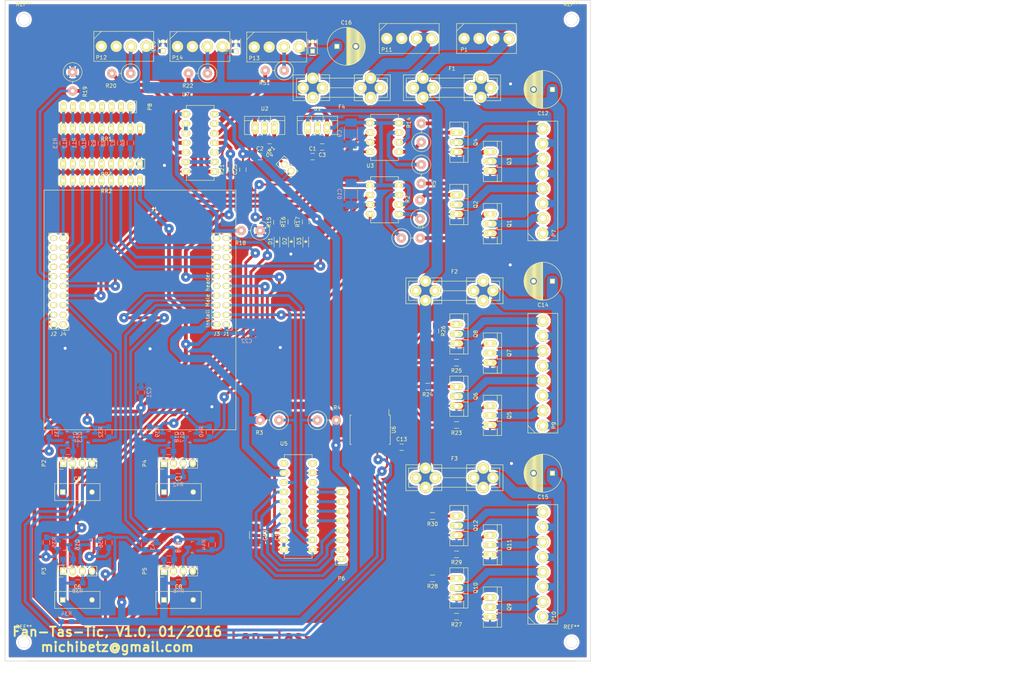
<source format=kicad_pcb>
(kicad_pcb (version 4) (host pcbnew 4.0.1-2.201512121406+6195~38~ubuntu14.04.1-stable)
  (layers (0 F.Cu signal) (31 B.Cu signal) (34 B.Paste user) (35 F.Paste user) (36 B.SilkS user) (37 F.SilkS user) (38 B.Mask user) (39 F.Mask user) (44 Edge.Cuts user))
  (net 0 "")
  (net 1 +24V)
  (net 2 GND)
  (net 3 +12V)
  (net 4 +5V)
  (net 5 "Net-(C12-Pad1)")
  (net 6 "Net-(C14-Pad1)")
  (net 7 "Net-(C15-Pad1)")
  (net 8 +3V3)
  (net 9 /TiviaBoard/sm_row_0)
  (net 10 /TiviaBoard/sm_row_7)
  (net 11 /TiviaBoard/sm_row_1)
  (net 12 /TiviaBoard/sm_row_6)
  (net 13 /TiviaBoard/sm_row_2)
  (net 14 /TiviaBoard/sm_row_5)
  (net 15 /TiviaBoard/sm_row_3)
  (net 16 /TiviaBoard/sm_row_4)
  (net 17 /TiviaBoard/po_3_pwm)
  (net 18 /TiviaBoard/sm_col_clk)
  (net 19 /TiviaBoard/sm_col_dat)
  (net 20 /I2C_LEVEL_SHIFT2/A_3V3)
  (net 21 /I2C_LEVEL_SHIFT2/B_3V3)
  (net 22 /I2C_LEVEL_SHIFT1/A_3V3)
  (net 23 /I2C_LEVEL_SHIFT1/B_3V3)
  (net 24 /I2C_LEVEL_SHIFT0/B_3V3)
  (net 25 /I2C_LEVEL_SHIFT3/A_3V3)
  (net 26 /I2C_LEVEL_SHIFT3/B_3V3)
  (net 27 /I2C_LEVEL_SHIFT0/A_3V3)
  (net 28 /I2C_LEVEL_SHIFT0/A_5V)
  (net 29 /I2C_LEVEL_SHIFT0/B_5V)
  (net 30 /I2C_LEVEL_SHIFT1/A_5V)
  (net 31 /I2C_LEVEL_SHIFT1/B_5V)
  (net 32 /I2C_LEVEL_SHIFT2/A_5V)
  (net 33 /I2C_LEVEL_SHIFT2/B_5V)
  (net 34 /I2C_LEVEL_SHIFT3/A_5V)
  (net 35 /I2C_LEVEL_SHIFT3/B_5V)
  (net 36 "Net-(P6-Pad1)")
  (net 37 "Net-(P6-Pad2)")
  (net 38 "Net-(P6-Pad3)")
  (net 39 "Net-(P6-Pad4)")
  (net 40 "Net-(P6-Pad5)")
  (net 41 "Net-(P6-Pad6)")
  (net 42 "Net-(P6-Pad7)")
  (net 43 "Net-(P6-Pad8)")
  (net 44 "Net-(P7-Pad2)")
  (net 45 "Net-(P7-Pad4)")
  (net 46 "Net-(P7-Pad6)")
  (net 47 "Net-(P7-Pad8)")
  (net 48 "Net-(P8-Pad1)")
  (net 49 "Net-(P8-Pad2)")
  (net 50 "Net-(P8-Pad3)")
  (net 51 "Net-(P8-Pad4)")
  (net 52 "Net-(P8-Pad5)")
  (net 53 "Net-(P8-Pad6)")
  (net 54 "Net-(P8-Pad7)")
  (net 55 "Net-(P8-Pad8)")
  (net 56 /powerChannel4/DRAIN)
  (net 57 /powerChannel5/DRAIN)
  (net 58 /powerChannel6/DRAIN)
  (net 59 /powerChannel7/DRAIN)
  (net 60 /powerChannel8/DRAIN)
  (net 61 /powerChannel9/DRAIN)
  (net 62 /powerChannel10/DRAIN)
  (net 63 /powerChannel11/DRAIN)
  (net 64 "Net-(Q1-Pad1)")
  (net 65 "Net-(Q2-Pad1)")
  (net 66 "Net-(Q3-Pad1)")
  (net 67 "Net-(Q4-Pad1)")
  (net 68 "Net-(Q5-Pad1)")
  (net 69 "Net-(Q6-Pad1)")
  (net 70 "Net-(Q7-Pad1)")
  (net 71 "Net-(Q8-Pad1)")
  (net 72 "Net-(Q9-Pad1)")
  (net 73 "Net-(Q10-Pad1)")
  (net 74 "Net-(Q11-Pad1)")
  (net 75 "Net-(Q12-Pad1)")
  (net 76 "Net-(R1-Pad1)")
  (net 77 "Net-(R5-Pad1)")
  (net 78 "Net-(R14-Pad1)")
  (net 79 /powerChannel4/CTRL)
  (net 80 /powerChannel5/CTRL)
  (net 81 /powerChannel6/CTRL)
  (net 82 /powerChannel7/CTRL)
  (net 83 /powerChannel8/CTRL)
  (net 84 /powerChannel9/CTRL)
  (net 85 /powerChannel10/CTRL)
  (net 86 /powerChannel11/CTRL)
  (net 87 "Net-(C4-Pad1)")
  (net 88 "Net-(F4-Pad1)")
  (net 89 /TiviaBoard/SSI_1_TX)
  (net 90 /TiviaBoard/po_6_pwm)
  (net 91 /TiviaBoard/po_7_pwm)
  (net 92 "Net-(P12-Pad3)")
  (net 93 "Net-(P13-Pad3)")
  (net 94 "Net-(R2-Pad1)")
  (net 95 /TiviaBoard/SSI_2_TX)
  (net 96 /TiviaBoard/SSI_3_TX)
  (net 97 /TiviaBoard/po_2_pwm)
  (net 98 "Net-(P14-Pad3)")
  (net 99 "Net-(D1-Pad2)")
  (net 100 "Net-(D2-Pad2)")
  (net 101 "Net-(D3-Pad2)")
  (net 102 "Net-(R20-Pad2)")
  (net 103 "Net-(R22-Pad2)")
  (net 104 "Net-(R51-Pad2)")
  (net 105 "Net-(U7-Pad2)")
  (net 106 "Net-(U7-Pad6)")
  (net 107 "Net-(U7-Pad10)")
  (net 108 +5VP)
  (net 109 "Net-(J1-Pad25)")
  (net 110 /TiviaBoard/SSI_0_TX)
  (net 111 "Net-(J1-Pad13)")
  (net 112 "Net-(J1-Pad14)")
  (net 113 "Net-(J1-Pad15)")
  (net 114 "Net-(J1-Pad17)")
  (net 115 /TiviaBoard/SSI_0_CLK)
  (net 116 "Net-(J1-Pad31)")
  (net 117 "Net-(J1-Pad32)")
  (net 118 /TiviaBoard/SSI_0_RX)
  (net 119 /TiviaBoard/SSI_0_/SS)
  (net 120 "Net-(U5-Pad1)")
  (net 121 "Net-(U5-Pad18)")
  (net 122 "Net-(U5-Pad20)")
  (net 123 "Net-(U6-Pad13)")
  (module Mounting_Holes:MountingHole_3mm (layer F.Cu) (at 20 20)
    (fp_text reference REF** (at 0 -4.0005) (layer F.SilkS))
    (fp_text value MountingHole_3mm)
    (pad 1 thru_hole circle (at 0 0) (size 3 3) (drill 3) (layers))
  )
  (module my_foots:Tivia_Launch_Pad (layer F.Cu) (at 73.58 77.93 180)
    (fp_text reference J1 (at 19.05 7.62 180) (layer F.SilkS))
    (fp_text value Ti_Booster_40)
    (fp_text user J2 (at 45.72 -25.4 180) (layer F.SilkS))
    (fp_text user J4 (at 43.18 -25.4 180) (layer F.SilkS))
    (fp_text user J3 (at 2.54 -25.4 180) (layer F.SilkS))
    (fp_text user J1 (at 0 -25.4 180) (layer F.SilkS))
    (fp_text user "Install Male header" (at 4.944 -16.374 270) (layer F.SilkS))
    (pad 1 thru_hole oval (at 0 -22.86 180) (size 1.9 1.5) (drill 1) (layers *.Cu *.Mask F.SilkS) (net 8 +3V3))
    (pad 21 thru_hole oval (at 2.54 -22.86 180) (size 1.9 1.5) (drill 1) (layers *.Cu *.Mask F.SilkS) (net 4 +5V))
    (pad 2 thru_hole oval (at 0 -20.32 180) (size 1.9 1.5) (drill 1) (layers *.Cu *.Mask F.SilkS) (net 17 /TiviaBoard/po_3_pwm))
    (pad 22 thru_hole oval (at 2.54 -20.32 180) (size 1.9 1.5) (drill 1) (layers *.Cu *.Mask F.SilkS) (net 2 GND))
    (pad 3 thru_hole oval (at 0 -17.78 180) (size 1.9 1.5) (drill 1) (layers *.Cu *.Mask F.SilkS) (net 19 /TiviaBoard/sm_col_dat))
    (pad 23 thru_hole oval (at 2.54 -17.78 180) (size 1.9 1.5) (drill 1) (layers *.Cu *.Mask F.SilkS) (net 25 /I2C_LEVEL_SHIFT3/A_3V3))
    (pad 4 thru_hole oval (at 0 -15.24 180) (size 1.9 1.5) (drill 1) (layers *.Cu *.Mask F.SilkS) (net 18 /TiviaBoard/sm_col_clk))
    (pad 24 thru_hole oval (at 2.54 -15.24 180) (size 1.9 1.5) (drill 1) (layers *.Cu *.Mask F.SilkS) (net 26 /I2C_LEVEL_SHIFT3/B_3V3))
    (pad 5 thru_hole oval (at 0 -12.7 180) (size 1.9 1.5) (drill 1) (layers *.Cu *.Mask F.SilkS) (net 20 /I2C_LEVEL_SHIFT2/A_3V3))
    (pad 25 thru_hole oval (at 2.54 -12.7 180) (size 1.9 1.5) (drill 1) (layers *.Cu *.Mask F.SilkS) (net 109 "Net-(J1-Pad25)"))
    (pad 6 thru_hole oval (at 0 -10.16 180) (size 1.9 1.5) (drill 1) (layers *.Cu *.Mask F.SilkS) (net 21 /I2C_LEVEL_SHIFT2/B_3V3))
    (pad 26 thru_hole oval (at 2.54 -10.16 180) (size 1.9 1.5) (drill 1) (layers *.Cu *.Mask F.SilkS) (net 96 /TiviaBoard/SSI_3_TX))
    (pad 7 thru_hole oval (at 0 -7.62 180) (size 1.9 1.5) (drill 1) (layers *.Cu *.Mask F.SilkS) (net 97 /TiviaBoard/po_2_pwm))
    (pad 27 thru_hole oval (at 2.54 -7.62 180) (size 1.9 1.5) (drill 1) (layers *.Cu *.Mask F.SilkS) (net 13 /TiviaBoard/sm_row_2))
    (pad 8 thru_hole oval (at 0 -5.08 180) (size 1.9 1.5) (drill 1) (layers *.Cu *.Mask F.SilkS) (net 110 /TiviaBoard/SSI_0_TX))
    (pad 28 thru_hole oval (at 2.54 -5.08 180) (size 1.9 1.5) (drill 1) (layers *.Cu *.Mask F.SilkS) (net 11 /TiviaBoard/sm_row_1))
    (pad 9 thru_hole oval (at 0 -2.54 180) (size 1.9 1.5) (drill 1) (layers *.Cu *.Mask F.SilkS) (net 22 /I2C_LEVEL_SHIFT1/A_3V3))
    (pad 29 thru_hole oval (at 2.54 -2.54 180) (size 1.9 1.5) (drill 1) (layers *.Cu *.Mask F.SilkS) (net 9 /TiviaBoard/sm_row_0))
    (pad 10 thru_hole oval (at 0 0 180) (size 1.9 1.5) (drill 1) (layers *.Cu *.Mask F.SilkS) (net 23 /I2C_LEVEL_SHIFT1/B_3V3))
    (pad 30 thru_hole oval (at 2.54 0 180) (size 1.9 1.5) (drill 1) (layers *.Cu *.Mask F.SilkS) (net 89 /TiviaBoard/SSI_1_TX))
    (pad 33 thru_hole oval (at 43.18 -17.78 180) (size 1.9 1.5) (drill 1) (layers *.Cu *.Mask F.SilkS) (net 24 /I2C_LEVEL_SHIFT0/B_3V3))
    (pad 13 thru_hole oval (at 45.72 -17.78 180) (size 1.9 1.5) (drill 1) (layers *.Cu *.Mask F.SilkS) (net 111 "Net-(J1-Pad13)"))
    (pad 34 thru_hole oval (at 43.18 -15.24 180) (size 1.9 1.5) (drill 1) (layers *.Cu *.Mask F.SilkS) (net 90 /TiviaBoard/po_6_pwm))
    (pad 14 thru_hole oval (at 45.72 -15.24 180) (size 1.9 1.5) (drill 1) (layers *.Cu *.Mask F.SilkS) (net 112 "Net-(J1-Pad14)"))
    (pad 35 thru_hole oval (at 43.18 -12.7 180) (size 1.9 1.5) (drill 1) (layers *.Cu *.Mask F.SilkS) (net 91 /TiviaBoard/po_7_pwm))
    (pad 15 thru_hole oval (at 45.72 -12.7 180) (size 1.9 1.5) (drill 1) (layers *.Cu *.Mask F.SilkS) (net 113 "Net-(J1-Pad15)"))
    (pad 17 thru_hole oval (at 45.72 -7.62 180) (size 1.9 1.5) (drill 1) (layers *.Cu *.Mask F.SilkS) (net 114 "Net-(J1-Pad17)"))
    (pad 36 thru_hole oval (at 43.18 -10.16 180) (size 1.9 1.5) (drill 1) (layers *.Cu *.Mask F.SilkS) (net 15 /TiviaBoard/sm_row_3))
    (pad 16 thru_hole oval (at 45.72 -10.16 180) (size 1.9 1.5) (drill 1) (layers *.Cu *.Mask F.SilkS) (net 95 /TiviaBoard/SSI_2_TX))
    (pad 37 thru_hole oval (at 43.18 -7.62 180) (size 1.9 1.5) (drill 1) (layers *.Cu *.Mask F.SilkS) (net 16 /TiviaBoard/sm_row_4))
    (pad 40 thru_hole oval (at 43.18 0 180) (size 1.9 1.5) (drill 1) (layers *.Cu *.Mask F.SilkS) (net 10 /TiviaBoard/sm_row_7))
    (pad 20 thru_hole oval (at 45.72 0 180) (size 1.9 1.5) (drill 1) (layers *.Cu *.Mask F.SilkS) (net 115 /TiviaBoard/SSI_0_CLK))
    (pad 31 thru_hole oval (at 43.18 -22.86 180) (size 1.9 1.5) (drill 1) (layers *.Cu *.Mask F.SilkS) (net 116 "Net-(J1-Pad31)"))
    (pad 11 thru_hole oval (at 45.72 -22.86 180) (size 1.9 1.5) (drill 1) (layers *.Cu *.Mask F.SilkS) (net 2 GND))
    (pad 32 thru_hole oval (at 43.18 -20.32 180) (size 1.9 1.5) (drill 1) (layers *.Cu *.Mask F.SilkS) (net 117 "Net-(J1-Pad32)"))
    (pad 12 thru_hole oval (at 45.72 -20.32 180) (size 1.9 1.5) (drill 1) (layers *.Cu *.Mask F.SilkS) (net 27 /I2C_LEVEL_SHIFT0/A_3V3))
    (pad 38 thru_hole oval (at 43.18 -5.08 180) (size 1.9 1.5) (drill 1) (layers *.Cu *.Mask F.SilkS) (net 14 /TiviaBoard/sm_row_5))
    (pad 18 thru_hole oval (at 45.72 -5.08 180) (size 1.9 1.5) (drill 1) (layers *.Cu *.Mask F.SilkS) (net 118 /TiviaBoard/SSI_0_RX))
    (pad 39 thru_hole oval (at 43.18 -2.54 180) (size 1.9 1.5) (drill 1) (layers *.Cu *.Mask F.SilkS) (net 12 /TiviaBoard/sm_row_6))
    (pad 19 thru_hole oval (at 45.72 -2.54 180) (size 1.9 1.5) (drill 1) (layers *.Cu *.Mask F.SilkS) (net 119 /TiviaBoard/SSI_0_/SS))
  )
  (module Resistors_SMD:R_0805_HandSoldering (layer B.Cu) (at 53.26 129.285 90)
    (fp_text reference R39 (at 0 2.1 90) (layer B.SilkS) (effects (justify mirror)))
    (fp_text value 2k2)
    (pad 1 smd rect (at -1.35 0 90) (size 1.5 1.3) (layers B.Cu B.Paste B.Mask) (net 8 +3V3))
    (pad 2 smd rect (at 1.35 0 90) (size 1.5 1.3) (layers B.Cu B.Paste B.Mask) (net 20 /I2C_LEVEL_SHIFT2/A_3V3))
  )
  (module Resistors_ThroughHole:Resistor_Array_SIP8 (layer F.Cu) (at 40.56 48.895 180)
    (fp_text reference RR1 (at -1.27 -2.794 180) (layer F.SilkS))
    (fp_text value RR8)
    (pad 1 thru_hole oval (at -10.16 0 180) (size 1.5 2.5) (drill 0.8) (layers *.Cu *.Mask F.SilkS) (net 3 +12V))
    (pad 2 thru_hole oval (at -7.62 0 180) (size 1.5 2.5) (drill 0.8) (layers *.Cu *.Mask F.SilkS) (net 48 "Net-(P8-Pad1)"))
    (pad 3 thru_hole oval (at -5.08 0 180) (size 1.5 2.5) (drill 0.8) (layers *.Cu *.Mask F.SilkS) (net 49 "Net-(P8-Pad2)"))
    (pad 4 thru_hole oval (at -2.54 0 180) (size 1.5 2.5) (drill 0.8) (layers *.Cu *.Mask F.SilkS) (net 50 "Net-(P8-Pad3)"))
    (pad 5 thru_hole oval (at 0 0 180) (size 1.5 2.5) (drill 0.8) (layers *.Cu *.Mask F.SilkS) (net 51 "Net-(P8-Pad4)"))
    (pad 6 thru_hole oval (at 2.54 0 180) (size 1.5 2.5) (drill 0.8) (layers *.Cu *.Mask F.SilkS) (net 52 "Net-(P8-Pad5)"))
    (pad 7 thru_hole oval (at 5.08 0 180) (size 1.5 2.5) (drill 0.8) (layers *.Cu *.Mask F.SilkS) (net 53 "Net-(P8-Pad6)"))
    (pad 8 thru_hole oval (at 7.62 0 180) (size 1.5 2.5) (drill 0.8) (layers *.Cu *.Mask F.SilkS) (net 54 "Net-(P8-Pad7)"))
    (pad 9 thru_hole oval (at 10.16 0 180) (size 1.5 2.5) (drill 0.8) (layers *.Cu *.Mask F.SilkS) (net 55 "Net-(P8-Pad8)"))
  )
  (module Resistors_SMD:R_0805_HandSoldering (layer B.Cu) (at 43.1 52.794357 270)
    (fp_text reference R8 (at 0 2.1 270) (layer B.SilkS) (effects (justify mirror)))
    (fp_text value 30k)
    (pad 1 smd rect (at -1.35 0 270) (size 1.5 1.3) (layers B.Cu B.Paste B.Mask) (net 50 "Net-(P8-Pad3)"))
    (pad 2 smd rect (at 1.35 0 270) (size 1.5 1.3) (layers B.Cu B.Paste B.Mask) (net 13 /TiviaBoard/sm_row_2))
  )
  (module Resistors_SMD:R_0805_HandSoldering (layer B.Cu) (at 48.18 52.714357 270)
    (fp_text reference R6 (at 0 2.1 270) (layer B.SilkS) (effects (justify mirror)))
    (fp_text value 30k)
    (pad 1 smd rect (at -1.35 0 270) (size 1.5 1.3) (layers B.Cu B.Paste B.Mask) (net 48 "Net-(P8-Pad1)"))
    (pad 2 smd rect (at 1.35 0 270) (size 1.5 1.3) (layers B.Cu B.Paste B.Mask) (net 9 /TiviaBoard/sm_row_0))
  )
  (module Housings_DIP:DIP-8_W7.62mm_LongPads (layer F.Cu) (at 111.68 63.96)
    (fp_text reference U3 (at 0 -5.22) (layer F.SilkS))
    (fp_text value UCC27524)
    (pad 1 thru_hole oval (at 0 0) (size 2.3 1.6) (drill 0.8) (layers *.Cu *.Mask F.SilkS) (net 3 +12V))
    (pad 2 thru_hole oval (at 0 2.54) (size 2.3 1.6) (drill 0.8) (layers *.Cu *.Mask F.SilkS) (net 97 /TiviaBoard/po_2_pwm))
    (pad 3 thru_hole oval (at 0 5.08) (size 2.3 1.6) (drill 0.8) (layers *.Cu *.Mask F.SilkS) (net 2 GND))
    (pad 4 thru_hole oval (at 0 7.62) (size 2.3 1.6) (drill 0.8) (layers *.Cu *.Mask F.SilkS) (net 17 /TiviaBoard/po_3_pwm))
    (pad 5 thru_hole oval (at 7.62 7.62) (size 2.3 1.6) (drill 0.8) (layers *.Cu *.Mask F.SilkS) (net 94 "Net-(R2-Pad1)"))
    (pad 6 thru_hole oval (at 7.62 5.08) (size 2.3 1.6) (drill 0.8) (layers *.Cu *.Mask F.SilkS) (net 3 +12V))
    (pad 7 thru_hole oval (at 7.62 2.54) (size 2.3 1.6) (drill 0.8) (layers *.Cu *.Mask F.SilkS) (net 76 "Net-(R1-Pad1)"))
    (pad 8 thru_hole oval (at 7.62 0) (size 2.3 1.6) (drill 0.8) (layers *.Cu *.Mask F.SilkS) (net 3 +12V))
  )
  (module Housings_DIP:DIP-8_W7.62mm_LongPads (layer F.Cu) (at 111.68 47.45)
    (fp_text reference U4 (at 0 -5.22) (layer F.SilkS))
    (fp_text value UCC27524)
    (pad 1 thru_hole oval (at 0 0) (size 2.3 1.6) (drill 0.8) (layers *.Cu *.Mask F.SilkS) (net 3 +12V))
    (pad 2 thru_hole oval (at 0 2.54) (size 2.3 1.6) (drill 0.8) (layers *.Cu *.Mask F.SilkS) (net 90 /TiviaBoard/po_6_pwm))
    (pad 3 thru_hole oval (at 0 5.08) (size 2.3 1.6) (drill 0.8) (layers *.Cu *.Mask F.SilkS) (net 2 GND))
    (pad 4 thru_hole oval (at 0 7.62) (size 2.3 1.6) (drill 0.8) (layers *.Cu *.Mask F.SilkS) (net 91 /TiviaBoard/po_7_pwm))
    (pad 5 thru_hole oval (at 7.62 7.62) (size 2.3 1.6) (drill 0.8) (layers *.Cu *.Mask F.SilkS) (net 78 "Net-(R14-Pad1)"))
    (pad 6 thru_hole oval (at 7.62 5.08) (size 2.3 1.6) (drill 0.8) (layers *.Cu *.Mask F.SilkS) (net 3 +12V))
    (pad 7 thru_hole oval (at 7.62 2.54) (size 2.3 1.6) (drill 0.8) (layers *.Cu *.Mask F.SilkS) (net 77 "Net-(R5-Pad1)"))
    (pad 8 thru_hole oval (at 7.62 0) (size 2.3 1.6) (drill 0.8) (layers *.Cu *.Mask F.SilkS) (net 3 +12V))
  )
  (module my_foots:HT396_4 (layer F.Cu) (at 136.55 29.01)
    (fp_text reference P1 (at 0 -1) (layer F.SilkS))
    (fp_text value CONN_01X04)
    (pad 1 thru_hole circle (at 0 -3.96) (size 3 3) (drill 1.5) (layers *.Cu *.Mask F.SilkS) (net 2 GND))
    (pad 2 thru_hole circle (at 3.96 -3.96) (size 3 3) (drill 1.5) (layers *.Cu *.Mask F.SilkS) (net 2 GND))
    (pad 3 thru_hole circle (at 7.92 -3.96) (size 3 3) (drill 1.5) (layers *.Cu *.Mask F.SilkS) (net 1 +24V))
    (pad 4 thru_hole circle (at 11.88 -3.96) (size 3 3) (drill 1.5) (layers *.Cu *.Mask F.SilkS) (net 1 +24V))
  )
  (module Housings_SOIC:SOIC-16_7.5x10.3mm_Pitch1.27mm (layer F.Cu) (at 111.68 128.73 270)
    (fp_text reference U6 (at 0 -6.25 270) (layer F.SilkS))
    (fp_text value PCF8574)
    (pad 1 smd rect (at -4.65 -4.445 270) (size 1.5 0.6) (layers F.Cu F.Paste F.Mask) (net 2 GND))
    (pad 2 smd rect (at -4.65 -3.175 270) (size 1.5 0.6) (layers F.Cu F.Paste F.Mask) (net 2 GND))
    (pad 3 smd rect (at -4.65 -1.905 270) (size 1.5 0.6) (layers F.Cu F.Paste F.Mask) (net 2 GND))
    (pad 4 smd rect (at -4.65 -0.635 270) (size 1.5 0.6) (layers F.Cu F.Paste F.Mask) (net 79 /powerChannel4/CTRL))
    (pad 5 smd rect (at -4.65 0.635 270) (size 1.5 0.6) (layers F.Cu F.Paste F.Mask) (net 80 /powerChannel5/CTRL))
    (pad 6 smd rect (at -4.65 1.905 270) (size 1.5 0.6) (layers F.Cu F.Paste F.Mask) (net 81 /powerChannel6/CTRL))
    (pad 7 smd rect (at -4.65 3.175 270) (size 1.5 0.6) (layers F.Cu F.Paste F.Mask) (net 82 /powerChannel7/CTRL))
    (pad 8 smd rect (at -4.65 4.445 270) (size 1.5 0.6) (layers F.Cu F.Paste F.Mask) (net 2 GND))
    (pad 9 smd rect (at 4.65 4.445 270) (size 1.5 0.6) (layers F.Cu F.Paste F.Mask) (net 83 /powerChannel8/CTRL))
    (pad 10 smd rect (at 4.65 3.175 270) (size 1.5 0.6) (layers F.Cu F.Paste F.Mask) (net 84 /powerChannel9/CTRL))
    (pad 11 smd rect (at 4.65 1.905 270) (size 1.5 0.6) (layers F.Cu F.Paste F.Mask) (net 85 /powerChannel10/CTRL))
    (pad 12 smd rect (at 4.65 0.635 270) (size 1.5 0.6) (layers F.Cu F.Paste F.Mask) (net 86 /powerChannel11/CTRL))
    (pad 13 smd rect (at 4.65 -0.635 270) (size 1.5 0.6) (layers F.Cu F.Paste F.Mask) (net 123 "Net-(U6-Pad13)"))
    (pad 14 smd rect (at 4.65 -1.905 270) (size 1.5 0.6) (layers F.Cu F.Paste F.Mask) (net 28 /I2C_LEVEL_SHIFT0/A_5V))
    (pad 15 smd rect (at 4.65 -3.175 270) (size 1.5 0.6) (layers F.Cu F.Paste F.Mask) (net 29 /I2C_LEVEL_SHIFT0/B_5V))
    (pad 16 smd rect (at 4.65 -4.445 270) (size 1.5 0.6) (layers F.Cu F.Paste F.Mask) (net 4 +5V))
  )
  (module my_foots:HT396_8 (layer F.Cu) (at 161.36 127.61 90)
    (fp_text reference P9 (at 0 -1 90) (layer F.SilkS))
    (fp_text value CONN_01X08)
    (pad 1 thru_hole circle (at 0 -3.96 90) (size 3 3) (drill 1.5) (layers *.Cu *.Mask F.SilkS) (net 6 "Net-(C14-Pad1)"))
    (pad 2 thru_hole circle (at 3.96 -3.96 90) (size 3 3) (drill 1.5) (layers *.Cu *.Mask F.SilkS) (net 56 /powerChannel4/DRAIN))
    (pad 3 thru_hole circle (at 7.92 -3.96 90) (size 3 3) (drill 1.5) (layers *.Cu *.Mask F.SilkS) (net 6 "Net-(C14-Pad1)"))
    (pad 4 thru_hole circle (at 11.88 -3.96 90) (size 3 3) (drill 1.5) (layers *.Cu *.Mask F.SilkS) (net 57 /powerChannel5/DRAIN))
    (pad 5 thru_hole circle (at 15.84 -3.96 90) (size 3 3) (drill 1.5) (layers *.Cu *.Mask F.SilkS) (net 6 "Net-(C14-Pad1)"))
    (pad 6 thru_hole circle (at 19.8 -3.96 90) (size 3 3) (drill 1.5) (layers *.Cu *.Mask F.SilkS) (net 58 /powerChannel6/DRAIN))
    (pad 7 thru_hole circle (at 23.76 -3.96 90) (size 3 3) (drill 1.5) (layers *.Cu *.Mask F.SilkS) (net 6 "Net-(C14-Pad1)"))
    (pad 8 thru_hole circle (at 27.72 -3.96 90) (size 3 3) (drill 1.5) (layers *.Cu *.Mask F.SilkS) (net 59 /powerChannel7/DRAIN))
  )
  (module Capacitors_SMD:C_0805_HandSoldering (layer F.Cu) (at 96.44 56.34)
    (fp_text reference C1 (at 0 -2.1) (layer F.SilkS))
    (fp_text value 330n)
    (pad 1 smd rect (at -1.25 0) (size 1.5 1.25) (layers F.Cu F.Paste F.Mask) (net 1 +24V))
    (pad 2 smd rect (at 1.25 0) (size 1.5 1.25) (layers F.Cu F.Paste F.Mask) (net 2 GND))
  )
  (module Capacitors_SMD:C_0805_HandSoldering (layer F.Cu) (at 82.47 56.34)
    (fp_text reference C2 (at 0 -2.1) (layer F.SilkS))
    (fp_text value 330n)
    (pad 1 smd rect (at -1.25 0) (size 1.5 1.25) (layers F.Cu F.Paste F.Mask) (net 3 +12V))
    (pad 2 smd rect (at 1.25 0) (size 1.5 1.25) (layers F.Cu F.Paste F.Mask) (net 2 GND))
  )
  (module Capacitors_SMD:C_0805_HandSoldering (layer F.Cu) (at 98.98 53.8 180)
    (fp_text reference C3 (at 0 -2.1 180) (layer F.SilkS))
    (fp_text value 100n)
    (pad 1 smd rect (at -1.25 0 180) (size 1.5 1.25) (layers F.Cu F.Paste F.Mask) (net 3 +12V))
    (pad 2 smd rect (at 1.25 0 180) (size 1.5 1.25) (layers F.Cu F.Paste F.Mask) (net 2 GND))
  )
  (module Capacitors_SMD:C_0805_HandSoldering (layer F.Cu) (at 85.03 53.8 180)
    (fp_text reference C4 (at 0 -2.1 180) (layer F.SilkS))
    (fp_text value 100n)
    (pad 1 smd rect (at -1.25 0 180) (size 1.5 1.25) (layers F.Cu F.Paste F.Mask) (net 87 "Net-(C4-Pad1)"))
    (pad 2 smd rect (at 1.25 0 180) (size 1.5 1.25) (layers F.Cu F.Paste F.Mask) (net 2 GND))
  )
  (module Capacitors_SMD:C_0805_HandSoldering (layer F.Cu) (at 85.01 156.67 270)
    (fp_text reference C11 (at 0 -2.1 270) (layer F.SilkS))
    (fp_text value 100n)
    (pad 1 smd rect (at -1.25 0 270) (size 1.5 1.25) (layers F.Cu F.Paste F.Mask) (net 4 +5V))
    (pad 2 smd rect (at 1.25 0 270) (size 1.5 1.25) (layers F.Cu F.Paste F.Mask) (net 2 GND))
  )
  (module Capacitors_ThroughHole:C_Radial_D10_L16_P5 (layer F.Cu) (at 159.94 38.56 180)
    (fp_text reference C12 (at 2.5 -6.3 180) (layer F.SilkS))
    (fp_text value "470 uF")
    (pad 1 thru_hole rect (at 0 0 180) (size 1.3 1.3) (drill 0.8) (layers *.Cu *.Mask F.SilkS) (net 5 "Net-(C12-Pad1)"))
    (pad 2 thru_hole circle (at 5 0 180) (size 1.3 1.3) (drill 0.8) (layers *.Cu *.Mask F.SilkS) (net 2 GND))
  )
  (module Capacitors_SMD:C_0805_HandSoldering (layer F.Cu) (at 120.015 133.35)
    (fp_text reference C13 (at 0 -2.1) (layer F.SilkS))
    (fp_text value 100n)
    (pad 1 smd rect (at -1.25 0) (size 1.5 1.25) (layers F.Cu F.Paste F.Mask) (net 4 +5V))
    (pad 2 smd rect (at 1.25 0) (size 1.5 1.25) (layers F.Cu F.Paste F.Mask) (net 2 GND))
  )
  (module Capacitors_ThroughHole:C_Radial_D10_L16_P5 (layer F.Cu) (at 159.94 89.36 180)
    (fp_text reference C14 (at 2.5 -6.3 180) (layer F.SilkS))
    (fp_text value "470 uF")
    (pad 1 thru_hole rect (at 0 0 180) (size 1.3 1.3) (drill 0.8) (layers *.Cu *.Mask F.SilkS) (net 6 "Net-(C14-Pad1)"))
    (pad 2 thru_hole circle (at 5 0 180) (size 1.3 1.3) (drill 0.8) (layers *.Cu *.Mask F.SilkS) (net 2 GND))
  )
  (module Capacitors_ThroughHole:C_Radial_D10_L16_P5 (layer F.Cu) (at 159.94 140.24 180)
    (fp_text reference C15 (at 2.5 -6.3 180) (layer F.SilkS))
    (fp_text value "470 uF")
    (pad 1 thru_hole rect (at 0 0 180) (size 1.3 1.3) (drill 0.8) (layers *.Cu *.Mask F.SilkS) (net 7 "Net-(C15-Pad1)"))
    (pad 2 thru_hole circle (at 5 0 180) (size 1.3 1.3) (drill 0.8) (layers *.Cu *.Mask F.SilkS) (net 2 GND))
  )
  (module Pin_Headers:Pin_Header_Straight_1x04 (layer F.Cu) (at 30.4 137.62 90)
    (fp_text reference P2 (at 0 -5.1 90) (layer F.SilkS))
    (fp_text value CONN_01X04)
    (pad 1 thru_hole rect (at 0 0 90) (size 2.032 1.7272) (drill 1.016) (layers *.Cu *.Mask F.SilkS) (net 4 +5V))
    (pad 2 thru_hole oval (at 0 2.54 90) (size 2.032 1.7272) (drill 1.016) (layers *.Cu *.Mask F.SilkS) (net 28 /I2C_LEVEL_SHIFT0/A_5V))
    (pad 3 thru_hole oval (at 0 5.08 90) (size 2.032 1.7272) (drill 1.016) (layers *.Cu *.Mask F.SilkS) (net 29 /I2C_LEVEL_SHIFT0/B_5V))
    (pad 4 thru_hole oval (at 0 7.62 90) (size 2.032 1.7272) (drill 1.016) (layers *.Cu *.Mask F.SilkS) (net 2 GND))
  )
  (module Pin_Headers:Pin_Header_Straight_1x04 (layer F.Cu) (at 30.4 166.195 90)
    (fp_text reference P3 (at 0 -5.1 90) (layer F.SilkS))
    (fp_text value CONN_01X04)
    (pad 1 thru_hole rect (at 0 0 90) (size 2.032 1.7272) (drill 1.016) (layers *.Cu *.Mask F.SilkS) (net 4 +5V))
    (pad 2 thru_hole oval (at 0 2.54 90) (size 2.032 1.7272) (drill 1.016) (layers *.Cu *.Mask F.SilkS) (net 30 /I2C_LEVEL_SHIFT1/A_5V))
    (pad 3 thru_hole oval (at 0 5.08 90) (size 2.032 1.7272) (drill 1.016) (layers *.Cu *.Mask F.SilkS) (net 31 /I2C_LEVEL_SHIFT1/B_5V))
    (pad 4 thru_hole oval (at 0 7.62 90) (size 2.032 1.7272) (drill 1.016) (layers *.Cu *.Mask F.SilkS) (net 2 GND))
  )
  (module Pin_Headers:Pin_Header_Straight_1x04 (layer F.Cu) (at 57.07 137.62 90)
    (fp_text reference P4 (at 0 -5.1 90) (layer F.SilkS))
    (fp_text value CONN_01X04)
    (pad 1 thru_hole rect (at 0 0 90) (size 2.032 1.7272) (drill 1.016) (layers *.Cu *.Mask F.SilkS) (net 4 +5V))
    (pad 2 thru_hole oval (at 0 2.54 90) (size 2.032 1.7272) (drill 1.016) (layers *.Cu *.Mask F.SilkS) (net 32 /I2C_LEVEL_SHIFT2/A_5V))
    (pad 3 thru_hole oval (at 0 5.08 90) (size 2.032 1.7272) (drill 1.016) (layers *.Cu *.Mask F.SilkS) (net 33 /I2C_LEVEL_SHIFT2/B_5V))
    (pad 4 thru_hole oval (at 0 7.62 90) (size 2.032 1.7272) (drill 1.016) (layers *.Cu *.Mask F.SilkS) (net 2 GND))
  )
  (module Pin_Headers:Pin_Header_Straight_1x04 (layer F.Cu) (at 57.07 166.195 90)
    (fp_text reference P5 (at 0 -5.1 90) (layer F.SilkS))
    (fp_text value CONN_01X04)
    (pad 1 thru_hole rect (at 0 0 90) (size 2.032 1.7272) (drill 1.016) (layers *.Cu *.Mask F.SilkS) (net 4 +5V))
    (pad 2 thru_hole oval (at 0 2.54 90) (size 2.032 1.7272) (drill 1.016) (layers *.Cu *.Mask F.SilkS) (net 34 /I2C_LEVEL_SHIFT3/A_5V))
    (pad 3 thru_hole oval (at 0 5.08 90) (size 2.032 1.7272) (drill 1.016) (layers *.Cu *.Mask F.SilkS) (net 35 /I2C_LEVEL_SHIFT3/B_5V))
    (pad 4 thru_hole oval (at 0 7.62 90) (size 2.032 1.7272) (drill 1.016) (layers *.Cu *.Mask F.SilkS) (net 2 GND))
  )
  (module Pin_Headers:Pin_Header_Straight_1x08 (layer F.Cu) (at 104.06 163.02 180)
    (fp_text reference P6 (at 0 -5.1 180) (layer F.SilkS))
    (fp_text value CONN_01X08)
    (pad 1 thru_hole oval (at 0 0 180) (size 2.5 1.5) (drill 0.8) (layers *.Cu *.Mask F.SilkS) (net 36 "Net-(P6-Pad1)"))
    (pad 2 thru_hole oval (at 0 2.54 180) (size 2.5 1.5) (drill 0.8) (layers *.Cu *.Mask F.SilkS) (net 37 "Net-(P6-Pad2)"))
    (pad 3 thru_hole oval (at 0 5.08 180) (size 2.5 1.5) (drill 0.8) (layers *.Cu *.Mask F.SilkS) (net 38 "Net-(P6-Pad3)"))
    (pad 4 thru_hole oval (at 0 7.62 180) (size 2.5 1.5) (drill 0.8) (layers *.Cu *.Mask F.SilkS) (net 39 "Net-(P6-Pad4)"))
    (pad 5 thru_hole oval (at 0 10.16 180) (size 2.5 1.5) (drill 0.8) (layers *.Cu *.Mask F.SilkS) (net 40 "Net-(P6-Pad5)"))
    (pad 6 thru_hole oval (at 0 12.7 180) (size 2.5 1.5) (drill 0.8) (layers *.Cu *.Mask F.SilkS) (net 41 "Net-(P6-Pad6)"))
    (pad 7 thru_hole oval (at 0 15.24 180) (size 2.5 1.5) (drill 0.8) (layers *.Cu *.Mask F.SilkS) (net 42 "Net-(P6-Pad7)"))
    (pad 8 thru_hole oval (at 0 17.78 180) (size 2.5 1.5) (drill 0.8) (layers *.Cu *.Mask F.SilkS) (net 43 "Net-(P6-Pad8)"))
  )
  (module my_foots:HT396_8 (layer F.Cu) (at 161.36 76.66 90)
    (fp_text reference P7 (at 0 -1 90) (layer F.SilkS))
    (fp_text value CONN_01X08)
    (pad 1 thru_hole circle (at 0 -3.96 90) (size 3 3) (drill 1.5) (layers *.Cu *.Mask F.SilkS) (net 5 "Net-(C12-Pad1)"))
    (pad 2 thru_hole circle (at 3.96 -3.96 90) (size 3 3) (drill 1.5) (layers *.Cu *.Mask F.SilkS) (net 44 "Net-(P7-Pad2)"))
    (pad 3 thru_hole circle (at 7.92 -3.96 90) (size 3 3) (drill 1.5) (layers *.Cu *.Mask F.SilkS) (net 5 "Net-(C12-Pad1)"))
    (pad 4 thru_hole circle (at 11.88 -3.96 90) (size 3 3) (drill 1.5) (layers *.Cu *.Mask F.SilkS) (net 45 "Net-(P7-Pad4)"))
    (pad 5 thru_hole circle (at 15.84 -3.96 90) (size 3 3) (drill 1.5) (layers *.Cu *.Mask F.SilkS) (net 5 "Net-(C12-Pad1)"))
    (pad 6 thru_hole circle (at 19.8 -3.96 90) (size 3 3) (drill 1.5) (layers *.Cu *.Mask F.SilkS) (net 46 "Net-(P7-Pad6)"))
    (pad 7 thru_hole circle (at 23.76 -3.96 90) (size 3 3) (drill 1.5) (layers *.Cu *.Mask F.SilkS) (net 5 "Net-(C12-Pad1)"))
    (pad 8 thru_hole circle (at 27.72 -3.96 90) (size 3 3) (drill 1.5) (layers *.Cu *.Mask F.SilkS) (net 47 "Net-(P7-Pad8)"))
  )
  (module Pin_Headers:Pin_Header_Straight_1x08 (layer F.Cu) (at 48.26 43.18 270)
    (fp_text reference P8 (at 0 -5.1 270) (layer F.SilkS))
    (fp_text value CONN_01X08)
    (pad 1 thru_hole oval (at 0 0 270) (size 2.5 1.5) (drill 0.8) (layers *.Cu *.Mask F.SilkS) (net 48 "Net-(P8-Pad1)"))
    (pad 2 thru_hole oval (at 0 2.54 270) (size 2.5 1.5) (drill 0.8) (layers *.Cu *.Mask F.SilkS) (net 49 "Net-(P8-Pad2)"))
    (pad 3 thru_hole oval (at 0 5.08 270) (size 2.5 1.5) (drill 0.8) (layers *.Cu *.Mask F.SilkS) (net 50 "Net-(P8-Pad3)"))
    (pad 4 thru_hole oval (at 0 7.62 270) (size 2.5 1.5) (drill 0.8) (layers *.Cu *.Mask F.SilkS) (net 51 "Net-(P8-Pad4)"))
    (pad 5 thru_hole oval (at 0 10.16 270) (size 2.5 1.5) (drill 0.8) (layers *.Cu *.Mask F.SilkS) (net 52 "Net-(P8-Pad5)"))
    (pad 6 thru_hole oval (at 0 12.7 270) (size 2.5 1.5) (drill 0.8) (layers *.Cu *.Mask F.SilkS) (net 53 "Net-(P8-Pad6)"))
    (pad 7 thru_hole oval (at 0 15.24 270) (size 2.5 1.5) (drill 0.8) (layers *.Cu *.Mask F.SilkS) (net 54 "Net-(P8-Pad7)"))
    (pad 8 thru_hole oval (at 0 17.78 270) (size 2.5 1.5) (drill 0.8) (layers *.Cu *.Mask F.SilkS) (net 55 "Net-(P8-Pad8)"))
  )
  (module my_foots:HT396_8 (layer F.Cu) (at 161.36 178.26 90)
    (fp_text reference P10 (at 0 -1 90) (layer F.SilkS))
    (fp_text value CONN_01X08)
    (pad 1 thru_hole circle (at 0 -3.96 90) (size 3 3) (drill 1.5) (layers *.Cu *.Mask F.SilkS) (net 7 "Net-(C15-Pad1)"))
    (pad 2 thru_hole circle (at 3.96 -3.96 90) (size 3 3) (drill 1.5) (layers *.Cu *.Mask F.SilkS) (net 60 /powerChannel8/DRAIN))
    (pad 3 thru_hole circle (at 7.92 -3.96 90) (size 3 3) (drill 1.5) (layers *.Cu *.Mask F.SilkS) (net 7 "Net-(C15-Pad1)"))
    (pad 4 thru_hole circle (at 11.88 -3.96 90) (size 3 3) (drill 1.5) (layers *.Cu *.Mask F.SilkS) (net 61 /powerChannel9/DRAIN))
    (pad 5 thru_hole circle (at 15.84 -3.96 90) (size 3 3) (drill 1.5) (layers *.Cu *.Mask F.SilkS) (net 7 "Net-(C15-Pad1)"))
    (pad 6 thru_hole circle (at 19.8 -3.96 90) (size 3 3) (drill 1.5) (layers *.Cu *.Mask F.SilkS) (net 62 /powerChannel10/DRAIN))
    (pad 7 thru_hole circle (at 23.76 -3.96 90) (size 3 3) (drill 1.5) (layers *.Cu *.Mask F.SilkS) (net 7 "Net-(C15-Pad1)"))
    (pad 8 thru_hole circle (at 27.72 -3.96 90) (size 3 3) (drill 1.5) (layers *.Cu *.Mask F.SilkS) (net 63 /powerChannel11/DRAIN))
  )
  (module TO_SOT_Packages_THT:TO-220_Neutral123_Vertical_LargePads (layer F.Cu) (at 143.43 74.12 270)
    (fp_text reference Q1 (at 0 -5.08 270) (layer F.SilkS))
    (fp_text value IRL640)
    (pad 2 thru_hole oval (at 0 0) (size 3.50012 1.69926) (drill 1.00076) (layers *.Cu *.Mask F.SilkS) (net 44 "Net-(P7-Pad2)"))
    (pad 1 thru_hole oval (at -2.54 0) (size 3.50012 1.69926) (drill 1.00076) (layers *.Cu *.Mask F.SilkS) (net 64 "Net-(Q1-Pad1)"))
    (pad 3 thru_hole oval (at 2.54 0) (size 3.50012 1.69926) (drill 1.00076) (layers *.Cu *.Mask F.SilkS) (net 2 GND))
  )
  (module TO_SOT_Packages_THT:TO-220_Neutral123_Vertical_LargePads (layer F.Cu) (at 134.54 69.04 270)
    (fp_text reference Q2 (at 0 -5.08 270) (layer F.SilkS))
    (fp_text value IRL640)
    (pad 2 thru_hole oval (at 0 0) (size 3.50012 1.69926) (drill 1.00076) (layers *.Cu *.Mask F.SilkS) (net 45 "Net-(P7-Pad4)"))
    (pad 1 thru_hole oval (at -2.54 0) (size 3.50012 1.69926) (drill 1.00076) (layers *.Cu *.Mask F.SilkS) (net 65 "Net-(Q2-Pad1)"))
    (pad 3 thru_hole oval (at 2.54 0) (size 3.50012 1.69926) (drill 1.00076) (layers *.Cu *.Mask F.SilkS) (net 2 GND))
  )
  (module TO_SOT_Packages_THT:TO-220_Neutral123_Vertical_LargePads (layer F.Cu) (at 143.43 57.61 270)
    (fp_text reference Q3 (at 0 -5.08 270) (layer F.SilkS))
    (fp_text value IRL640)
    (pad 2 thru_hole oval (at 0 0) (size 3.50012 1.69926) (drill 1.00076) (layers *.Cu *.Mask F.SilkS) (net 46 "Net-(P7-Pad6)"))
    (pad 1 thru_hole oval (at -2.54 0) (size 3.50012 1.69926) (drill 1.00076) (layers *.Cu *.Mask F.SilkS) (net 66 "Net-(Q3-Pad1)"))
    (pad 3 thru_hole oval (at 2.54 0) (size 3.50012 1.69926) (drill 1.00076) (layers *.Cu *.Mask F.SilkS) (net 2 GND))
  )
  (module TO_SOT_Packages_THT:TO-220_Neutral123_Vertical_LargePads (layer F.Cu) (at 134.54 52.53 270)
    (fp_text reference Q4 (at 0 -5.08 270) (layer F.SilkS))
    (fp_text value IRL640)
    (pad 2 thru_hole oval (at 0 0) (size 3.50012 1.69926) (drill 1.00076) (layers *.Cu *.Mask F.SilkS) (net 47 "Net-(P7-Pad8)"))
    (pad 1 thru_hole oval (at -2.54 0) (size 3.50012 1.69926) (drill 1.00076) (layers *.Cu *.Mask F.SilkS) (net 67 "Net-(Q4-Pad1)"))
    (pad 3 thru_hole oval (at 2.54 0) (size 3.50012 1.69926) (drill 1.00076) (layers *.Cu *.Mask F.SilkS) (net 2 GND))
  )
  (module TO_SOT_Packages_THT:TO-220_Neutral123_Vertical_LargePads (layer F.Cu) (at 143.43 124.92 270)
    (fp_text reference Q5 (at 0 -5.08 270) (layer F.SilkS))
    (fp_text value IRL640)
    (pad 2 thru_hole oval (at 0 0) (size 3.50012 1.69926) (drill 1.00076) (layers *.Cu *.Mask F.SilkS) (net 56 /powerChannel4/DRAIN))
    (pad 1 thru_hole oval (at -2.54 0) (size 3.50012 1.69926) (drill 1.00076) (layers *.Cu *.Mask F.SilkS) (net 68 "Net-(Q5-Pad1)"))
    (pad 3 thru_hole oval (at 2.54 0) (size 3.50012 1.69926) (drill 1.00076) (layers *.Cu *.Mask F.SilkS) (net 2 GND))
  )
  (module TO_SOT_Packages_THT:TO-220_Neutral123_Vertical_LargePads (layer F.Cu) (at 134.54 119.84 270)
    (fp_text reference Q6 (at 0 -5.08 270) (layer F.SilkS))
    (fp_text value IRL640)
    (pad 2 thru_hole oval (at 0 0) (size 3.50012 1.69926) (drill 1.00076) (layers *.Cu *.Mask F.SilkS) (net 57 /powerChannel5/DRAIN))
    (pad 1 thru_hole oval (at -2.54 0) (size 3.50012 1.69926) (drill 1.00076) (layers *.Cu *.Mask F.SilkS) (net 69 "Net-(Q6-Pad1)"))
    (pad 3 thru_hole oval (at 2.54 0) (size 3.50012 1.69926) (drill 1.00076) (layers *.Cu *.Mask F.SilkS) (net 2 GND))
  )
  (module TO_SOT_Packages_THT:TO-220_Neutral123_Vertical_LargePads (layer F.Cu) (at 143.43 108.41 270)
    (fp_text reference Q7 (at 0 -5.08 270) (layer F.SilkS))
    (fp_text value IRL640)
    (pad 2 thru_hole oval (at 0 0) (size 3.50012 1.69926) (drill 1.00076) (layers *.Cu *.Mask F.SilkS) (net 58 /powerChannel6/DRAIN))
    (pad 1 thru_hole oval (at -2.54 0) (size 3.50012 1.69926) (drill 1.00076) (layers *.Cu *.Mask F.SilkS) (net 70 "Net-(Q7-Pad1)"))
    (pad 3 thru_hole oval (at 2.54 0) (size 3.50012 1.69926) (drill 1.00076) (layers *.Cu *.Mask F.SilkS) (net 2 GND))
  )
  (module TO_SOT_Packages_THT:TO-220_Neutral123_Vertical_LargePads (layer F.Cu) (at 134.54 103.33 270)
    (fp_text reference Q8 (at 0 -5.08 270) (layer F.SilkS))
    (fp_text value IRL640)
    (pad 2 thru_hole oval (at 0 0) (size 3.50012 1.69926) (drill 1.00076) (layers *.Cu *.Mask F.SilkS) (net 59 /powerChannel7/DRAIN))
    (pad 1 thru_hole oval (at -2.54 0) (size 3.50012 1.69926) (drill 1.00076) (layers *.Cu *.Mask F.SilkS) (net 71 "Net-(Q8-Pad1)"))
    (pad 3 thru_hole oval (at 2.54 0) (size 3.50012 1.69926) (drill 1.00076) (layers *.Cu *.Mask F.SilkS) (net 2 GND))
  )
  (module TO_SOT_Packages_THT:TO-220_Neutral123_Vertical_LargePads (layer F.Cu) (at 143.43 175.72 270)
    (fp_text reference Q9 (at 0 -5.08 270) (layer F.SilkS))
    (fp_text value IRL640)
    (pad 2 thru_hole oval (at 0 0) (size 3.50012 1.69926) (drill 1.00076) (layers *.Cu *.Mask F.SilkS) (net 60 /powerChannel8/DRAIN))
    (pad 1 thru_hole oval (at -2.54 0) (size 3.50012 1.69926) (drill 1.00076) (layers *.Cu *.Mask F.SilkS) (net 72 "Net-(Q9-Pad1)"))
    (pad 3 thru_hole oval (at 2.54 0) (size 3.50012 1.69926) (drill 1.00076) (layers *.Cu *.Mask F.SilkS) (net 2 GND))
  )
  (module TO_SOT_Packages_THT:TO-220_Neutral123_Vertical_LargePads (layer F.Cu) (at 134.54 170.64 270)
    (fp_text reference Q10 (at 0 -5.08 270) (layer F.SilkS))
    (fp_text value IRL640)
    (pad 2 thru_hole oval (at 0 0) (size 3.50012 1.69926) (drill 1.00076) (layers *.Cu *.Mask F.SilkS) (net 61 /powerChannel9/DRAIN))
    (pad 1 thru_hole oval (at -2.54 0) (size 3.50012 1.69926) (drill 1.00076) (layers *.Cu *.Mask F.SilkS) (net 73 "Net-(Q10-Pad1)"))
    (pad 3 thru_hole oval (at 2.54 0) (size 3.50012 1.69926) (drill 1.00076) (layers *.Cu *.Mask F.SilkS) (net 2 GND))
  )
  (module TO_SOT_Packages_THT:TO-220_Neutral123_Vertical_LargePads (layer F.Cu) (at 143.43 159.21 270)
    (fp_text reference Q11 (at 0 -5.08 270) (layer F.SilkS))
    (fp_text value IRL640)
    (pad 2 thru_hole oval (at 0 0) (size 3.50012 1.69926) (drill 1.00076) (layers *.Cu *.Mask F.SilkS) (net 62 /powerChannel10/DRAIN))
    (pad 1 thru_hole oval (at -2.54 0) (size 3.50012 1.69926) (drill 1.00076) (layers *.Cu *.Mask F.SilkS) (net 74 "Net-(Q11-Pad1)"))
    (pad 3 thru_hole oval (at 2.54 0) (size 3.50012 1.69926) (drill 1.00076) (layers *.Cu *.Mask F.SilkS) (net 2 GND))
  )
  (module TO_SOT_Packages_THT:TO-220_Neutral123_Vertical_LargePads (layer F.Cu) (at 134.54 154.13 270)
    (fp_text reference Q12 (at 0 -5.08 270) (layer F.SilkS))
    (fp_text value IRL640)
    (pad 2 thru_hole oval (at 0 0) (size 3.50012 1.69926) (drill 1.00076) (layers *.Cu *.Mask F.SilkS) (net 63 /powerChannel11/DRAIN))
    (pad 1 thru_hole oval (at -2.54 0) (size 3.50012 1.69926) (drill 1.00076) (layers *.Cu *.Mask F.SilkS) (net 75 "Net-(Q12-Pad1)"))
    (pad 3 thru_hole oval (at 2.54 0) (size 3.50012 1.69926) (drill 1.00076) (layers *.Cu *.Mask F.SilkS) (net 2 GND))
  )
  (module TO_SOT_Packages_SMD:SOT-23_Handsoldering (layer B.Cu) (at 31.035 130.635 90)
    (fp_text reference Q13 (at 0 3.81 90) (layer B.SilkS) (effects (justify mirror)))
    (fp_text value BSS138)
    (pad 1 smd rect (at -0.95 -1.50114 90) (size 0.8001 1.80086) (layers B.Cu B.Paste B.Mask) (net 8 +3V3))
    (pad 2 smd rect (at 0.95 -1.50114 90) (size 0.8001 1.80086) (layers B.Cu B.Paste B.Mask) (net 27 /I2C_LEVEL_SHIFT0/A_3V3))
    (pad 3 smd rect (at 0 1.50114 90) (size 0.8001 1.80086) (layers B.Cu B.Paste B.Mask) (net 28 /I2C_LEVEL_SHIFT0/A_5V))
  )
  (module TO_SOT_Packages_SMD:SOT-23_Handsoldering (layer B.Cu) (at 37.385 130.635 270)
    (fp_text reference Q14 (at 0 3.81 270) (layer B.SilkS) (effects (justify mirror)))
    (fp_text value BSS138)
    (pad 1 smd rect (at -0.95 -1.50114 270) (size 0.8001 1.80086) (layers B.Cu B.Paste B.Mask) (net 8 +3V3))
    (pad 2 smd rect (at 0.95 -1.50114 270) (size 0.8001 1.80086) (layers B.Cu B.Paste B.Mask) (net 24 /I2C_LEVEL_SHIFT0/B_3V3))
    (pad 3 smd rect (at 0 1.50114 270) (size 0.8001 1.80086) (layers B.Cu B.Paste B.Mask) (net 29 /I2C_LEVEL_SHIFT0/B_5V))
  )
  (module TO_SOT_Packages_SMD:SOT-23_Handsoldering (layer B.Cu) (at 30.4 159.21 90)
    (fp_text reference Q15 (at 0 3.81 90) (layer B.SilkS) (effects (justify mirror)))
    (fp_text value BSS138)
    (pad 1 smd rect (at -0.95 -1.50114 90) (size 0.8001 1.80086) (layers B.Cu B.Paste B.Mask) (net 8 +3V3))
    (pad 2 smd rect (at 0.95 -1.50114 90) (size 0.8001 1.80086) (layers B.Cu B.Paste B.Mask) (net 22 /I2C_LEVEL_SHIFT1/A_3V3))
    (pad 3 smd rect (at 0 1.50114 90) (size 0.8001 1.80086) (layers B.Cu B.Paste B.Mask) (net 30 /I2C_LEVEL_SHIFT1/A_5V))
  )
  (module TO_SOT_Packages_SMD:SOT-23_Handsoldering (layer B.Cu) (at 38.02 159.21 270)
    (fp_text reference Q16 (at 0 3.81 270) (layer B.SilkS) (effects (justify mirror)))
    (fp_text value BSS138)
    (pad 1 smd rect (at -0.95 -1.50114 270) (size 0.8001 1.80086) (layers B.Cu B.Paste B.Mask) (net 8 +3V3))
    (pad 2 smd rect (at 0.95 -1.50114 270) (size 0.8001 1.80086) (layers B.Cu B.Paste B.Mask) (net 23 /I2C_LEVEL_SHIFT1/B_3V3))
    (pad 3 smd rect (at 0 1.50114 270) (size 0.8001 1.80086) (layers B.Cu B.Paste B.Mask) (net 31 /I2C_LEVEL_SHIFT1/B_5V))
  )
  (module TO_SOT_Packages_SMD:SOT-23_Handsoldering (layer B.Cu) (at 58.10886 130.635 90)
    (fp_text reference Q17 (at 0 3.81 90) (layer B.SilkS) (effects (justify mirror)))
    (fp_text value BSS138)
    (pad 1 smd rect (at -0.95 -1.50114 90) (size 0.8001 1.80086) (layers B.Cu B.Paste B.Mask) (net 8 +3V3))
    (pad 2 smd rect (at 0.95 -1.50114 90) (size 0.8001 1.80086) (layers B.Cu B.Paste B.Mask) (net 20 /I2C_LEVEL_SHIFT2/A_3V3))
    (pad 3 smd rect (at 0 1.50114 90) (size 0.8001 1.80086) (layers B.Cu B.Paste B.Mask) (net 32 /I2C_LEVEL_SHIFT2/A_5V))
  )
  (module TO_SOT_Packages_SMD:SOT-23_Handsoldering (layer B.Cu) (at 64.28614 130.635 270)
    (fp_text reference Q18 (at 0 3.81 270) (layer B.SilkS) (effects (justify mirror)))
    (fp_text value BSS138)
    (pad 1 smd rect (at -0.95 -1.50114 270) (size 0.8001 1.80086) (layers B.Cu B.Paste B.Mask) (net 8 +3V3))
    (pad 2 smd rect (at 0.95 -1.50114 270) (size 0.8001 1.80086) (layers B.Cu B.Paste B.Mask) (net 21 /I2C_LEVEL_SHIFT2/B_3V3))
    (pad 3 smd rect (at 0 1.50114 270) (size 0.8001 1.80086) (layers B.Cu B.Paste B.Mask) (net 33 /I2C_LEVEL_SHIFT2/B_5V))
  )
  (module TO_SOT_Packages_SMD:SOT-23_Handsoldering (layer B.Cu) (at 56.83886 159.845 90)
    (fp_text reference Q19 (at 0 3.81 90) (layer B.SilkS) (effects (justify mirror)))
    (fp_text value BSS138)
    (pad 1 smd rect (at -0.95 -1.50114 90) (size 0.8001 1.80086) (layers B.Cu B.Paste B.Mask) (net 8 +3V3))
    (pad 2 smd rect (at 0.95 -1.50114 90) (size 0.8001 1.80086) (layers B.Cu B.Paste B.Mask) (net 25 /I2C_LEVEL_SHIFT3/A_3V3))
    (pad 3 smd rect (at 0 1.50114 90) (size 0.8001 1.80086) (layers B.Cu B.Paste B.Mask) (net 34 /I2C_LEVEL_SHIFT3/A_5V))
  )
  (module TO_SOT_Packages_SMD:SOT-23_Handsoldering (layer B.Cu) (at 64.92114 159.845 270)
    (fp_text reference Q20 (at 0 3.81 270) (layer B.SilkS) (effects (justify mirror)))
    (fp_text value BSS138)
    (pad 1 smd rect (at -0.95 -1.50114 270) (size 0.8001 1.80086) (layers B.Cu B.Paste B.Mask) (net 8 +3V3))
    (pad 2 smd rect (at 0.95 -1.50114 270) (size 0.8001 1.80086) (layers B.Cu B.Paste B.Mask) (net 26 /I2C_LEVEL_SHIFT3/B_3V3))
    (pad 3 smd rect (at 0 1.50114 270) (size 0.8001 1.80086) (layers B.Cu B.Paste B.Mask) (net 35 /I2C_LEVEL_SHIFT3/B_5V))
  )
  (module Resistors_SMD:R_0805_HandSoldering (layer B.Cu) (at 45.64 52.714357 270)
    (fp_text reference R7 (at 0 2.1 270) (layer B.SilkS) (effects (justify mirror)))
    (fp_text value 30k)
    (pad 1 smd rect (at -1.35 0 270) (size 1.5 1.3) (layers B.Cu B.Paste B.Mask) (net 49 "Net-(P8-Pad2)"))
    (pad 2 smd rect (at 1.35 0 270) (size 1.5 1.3) (layers B.Cu B.Paste B.Mask) (net 11 /TiviaBoard/sm_row_1))
  )
  (module Resistors_SMD:R_0805_HandSoldering (layer B.Cu) (at 40.56 52.794357 270)
    (fp_text reference R9 (at 0 2.1 270) (layer B.SilkS) (effects (justify mirror)))
    (fp_text value 30k)
    (pad 1 smd rect (at -1.35 0 270) (size 1.5 1.3) (layers B.Cu B.Paste B.Mask) (net 51 "Net-(P8-Pad4)"))
    (pad 2 smd rect (at 1.35 0 270) (size 1.5 1.3) (layers B.Cu B.Paste B.Mask) (net 15 /TiviaBoard/sm_row_3))
  )
  (module Resistors_SMD:R_0805_HandSoldering (layer B.Cu) (at 38.02 52.794357 270)
    (fp_text reference R10 (at 0 2.1 270) (layer B.SilkS) (effects (justify mirror)))
    (fp_text value 30k)
    (pad 1 smd rect (at -1.35 0 270) (size 1.5 1.3) (layers B.Cu B.Paste B.Mask) (net 52 "Net-(P8-Pad5)"))
    (pad 2 smd rect (at 1.35 0 270) (size 1.5 1.3) (layers B.Cu B.Paste B.Mask) (net 16 /TiviaBoard/sm_row_4))
  )
  (module Resistors_SMD:R_0805_HandSoldering (layer B.Cu) (at 35.48 52.794357 270)
    (fp_text reference R11 (at 0 2.1 270) (layer B.SilkS) (effects (justify mirror)))
    (fp_text value 30k)
    (pad 1 smd rect (at -1.35 0 270) (size 1.5 1.3) (layers B.Cu B.Paste B.Mask) (net 53 "Net-(P8-Pad6)"))
    (pad 2 smd rect (at 1.35 0 270) (size 1.5 1.3) (layers B.Cu B.Paste B.Mask) (net 14 /TiviaBoard/sm_row_5))
  )
  (module Resistors_SMD:R_0805_HandSoldering (layer B.Cu) (at 32.94 52.794357 270)
    (fp_text reference R12 (at 0 2.1 270) (layer B.SilkS) (effects (justify mirror)))
    (fp_text value 30k)
    (pad 1 smd rect (at -1.35 0 270) (size 1.5 1.3) (layers B.Cu B.Paste B.Mask) (net 54 "Net-(P8-Pad7)"))
    (pad 2 smd rect (at 1.35 0 270) (size 1.5 1.3) (layers B.Cu B.Paste B.Mask) (net 12 /TiviaBoard/sm_row_6))
  )
  (module Resistors_SMD:R_0805_HandSoldering (layer B.Cu) (at 30.4 52.794357 270)
    (fp_text reference R13 (at 0 2.1 270) (layer B.SilkS) (effects (justify mirror)))
    (fp_text value 30k)
    (pad 1 smd rect (at -1.35 0 270) (size 1.5 1.3) (layers B.Cu B.Paste B.Mask) (net 55 "Net-(P8-Pad8)"))
    (pad 2 smd rect (at 1.35 0 270) (size 1.5 1.3) (layers B.Cu B.Paste B.Mask) (net 10 /TiviaBoard/sm_row_7))
  )
  (module Resistors_SMD:R_0805_HandSoldering (layer F.Cu) (at 134.54 127.46 180)
    (fp_text reference R23 (at 0 -2.1 180) (layer F.SilkS))
    (fp_text value 470R)
    (pad 1 smd rect (at -1.35 0 180) (size 1.5 1.3) (layers F.Cu F.Paste F.Mask) (net 68 "Net-(Q5-Pad1)"))
    (pad 2 smd rect (at 1.35 0 180) (size 1.5 1.3) (layers F.Cu F.Paste F.Mask) (net 79 /powerChannel4/CTRL))
  )
  (module Resistors_SMD:R_0805_HandSoldering (layer F.Cu) (at 126.92 117.3 180)
    (fp_text reference R24 (at 0 -2.1 180) (layer F.SilkS))
    (fp_text value 470R)
    (pad 1 smd rect (at -1.35 0 180) (size 1.5 1.3) (layers F.Cu F.Paste F.Mask) (net 69 "Net-(Q6-Pad1)"))
    (pad 2 smd rect (at 1.35 0 180) (size 1.5 1.3) (layers F.Cu F.Paste F.Mask) (net 80 /powerChannel5/CTRL))
  )
  (module Resistors_SMD:R_0805_HandSoldering (layer F.Cu) (at 134.54 110.95 180)
    (fp_text reference R25 (at 0 -2.1 180) (layer F.SilkS))
    (fp_text value 470R)
    (pad 1 smd rect (at -1.35 0 180) (size 1.5 1.3) (layers F.Cu F.Paste F.Mask) (net 70 "Net-(Q7-Pad1)"))
    (pad 2 smd rect (at 1.35 0 180) (size 1.5 1.3) (layers F.Cu F.Paste F.Mask) (net 81 /powerChannel6/CTRL))
  )
  (module Resistors_SMD:R_0805_HandSoldering (layer F.Cu) (at 128.952 102.568 270)
    (fp_text reference R26 (at 0 -2.1 270) (layer F.SilkS))
    (fp_text value 470R)
    (pad 1 smd rect (at -1.35 0 270) (size 1.5 1.3) (layers F.Cu F.Paste F.Mask) (net 71 "Net-(Q8-Pad1)"))
    (pad 2 smd rect (at 1.35 0 270) (size 1.5 1.3) (layers F.Cu F.Paste F.Mask) (net 82 /powerChannel7/CTRL))
  )
  (module Resistors_SMD:R_0805_HandSoldering (layer F.Cu) (at 134.54 178.26 180)
    (fp_text reference R27 (at 0 -2.1 180) (layer F.SilkS))
    (fp_text value 470R)
    (pad 1 smd rect (at -1.35 0 180) (size 1.5 1.3) (layers F.Cu F.Paste F.Mask) (net 72 "Net-(Q9-Pad1)"))
    (pad 2 smd rect (at 1.35 0 180) (size 1.5 1.3) (layers F.Cu F.Paste F.Mask) (net 83 /powerChannel8/CTRL))
  )
  (module Resistors_SMD:R_0805_HandSoldering (layer F.Cu) (at 128.19 168.1 180)
    (fp_text reference R28 (at 0 -2.1 180) (layer F.SilkS))
    (fp_text value 470R)
    (pad 1 smd rect (at -1.35 0 180) (size 1.5 1.3) (layers F.Cu F.Paste F.Mask) (net 73 "Net-(Q10-Pad1)"))
    (pad 2 smd rect (at 1.35 0 180) (size 1.5 1.3) (layers F.Cu F.Paste F.Mask) (net 84 /powerChannel9/CTRL))
  )
  (module Resistors_SMD:R_0805_HandSoldering (layer F.Cu) (at 134.54 161.75 180)
    (fp_text reference R29 (at 0 -2.1 180) (layer F.SilkS))
    (fp_text value 470R)
    (pad 1 smd rect (at -1.35 0 180) (size 1.5 1.3) (layers F.Cu F.Paste F.Mask) (net 74 "Net-(Q11-Pad1)"))
    (pad 2 smd rect (at 1.35 0 180) (size 1.5 1.3) (layers F.Cu F.Paste F.Mask) (net 85 /powerChannel10/CTRL))
  )
  (module Resistors_SMD:R_0805_HandSoldering (layer F.Cu) (at 128.19 151.59 180)
    (fp_text reference R30 (at 0 -2.1 180) (layer F.SilkS))
    (fp_text value 470R)
    (pad 1 smd rect (at -1.35 0 180) (size 1.5 1.3) (layers F.Cu F.Paste F.Mask) (net 75 "Net-(Q12-Pad1)"))
    (pad 2 smd rect (at 1.35 0 180) (size 1.5 1.3) (layers F.Cu F.Paste F.Mask) (net 86 /powerChannel11/CTRL))
  )
  (module Resistors_SMD:R_0805_HandSoldering (layer B.Cu) (at 26.59 129.365 90)
    (fp_text reference R31 (at 0 2.1 90) (layer B.SilkS) (effects (justify mirror)))
    (fp_text value 2k2)
    (pad 1 smd rect (at -1.35 0 90) (size 1.5 1.3) (layers B.Cu B.Paste B.Mask) (net 8 +3V3))
    (pad 2 smd rect (at 1.35 0 90) (size 1.5 1.3) (layers B.Cu B.Paste B.Mask) (net 27 /I2C_LEVEL_SHIFT0/A_3V3))
  )
  (module Resistors_SMD:R_0805_HandSoldering (layer B.Cu) (at 42.465 129.365 270)
    (fp_text reference R32 (at 0 2.1 270) (layer B.SilkS) (effects (justify mirror)))
    (fp_text value 2k2)
    (pad 1 smd rect (at -1.35 0 270) (size 1.5 1.3) (layers B.Cu B.Paste B.Mask) (net 8 +3V3))
    (pad 2 smd rect (at 1.35 0 270) (size 1.5 1.3) (layers B.Cu B.Paste B.Mask) (net 24 /I2C_LEVEL_SHIFT0/B_3V3))
  )
  (module Resistors_SMD:R_0805_HandSoldering (layer B.Cu) (at 31.67 134.445)
    (fp_text reference R33 (at 0 2.1) (layer B.SilkS) (effects (justify mirror)))
    (fp_text value 2k2)
    (pad 1 smd rect (at -1.35 0) (size 1.5 1.3) (layers B.Cu B.Paste B.Mask) (net 4 +5V))
    (pad 2 smd rect (at 1.35 0) (size 1.5 1.3) (layers B.Cu B.Paste B.Mask) (net 28 /I2C_LEVEL_SHIFT0/A_5V))
  )
  (module Resistors_SMD:R_0805_HandSoldering (layer B.Cu) (at 31.242 179.578 180)
    (fp_text reference R34 (at 0 2.1 180) (layer B.SilkS) (effects (justify mirror)))
    (fp_text value 2k2)
    (pad 1 smd rect (at -1.35 0 180) (size 1.5 1.3) (layers B.Cu B.Paste B.Mask) (net 4 +5V))
    (pad 2 smd rect (at 1.35 0 180) (size 1.5 1.3) (layers B.Cu B.Paste B.Mask) (net 29 /I2C_LEVEL_SHIFT0/B_5V))
  )
  (module Resistors_SMD:R_0805_HandSoldering (layer B.Cu) (at 25.955 158.575 90)
    (fp_text reference R35 (at 0 2.1 90) (layer B.SilkS) (effects (justify mirror)))
    (fp_text value 2k2)
    (pad 1 smd rect (at -1.35 0 90) (size 1.5 1.3) (layers B.Cu B.Paste B.Mask) (net 8 +3V3))
    (pad 2 smd rect (at 1.35 0 90) (size 1.5 1.3) (layers B.Cu B.Paste B.Mask) (net 22 /I2C_LEVEL_SHIFT1/A_3V3))
  )
  (module Resistors_SMD:R_0805_HandSoldering (layer B.Cu) (at 42.465 158.575 270)
    (fp_text reference R36 (at 0 2.1 270) (layer B.SilkS) (effects (justify mirror)))
    (fp_text value 2k2)
    (pad 1 smd rect (at -1.35 0 270) (size 1.5 1.3) (layers B.Cu B.Paste B.Mask) (net 8 +3V3))
    (pad 2 smd rect (at 1.35 0 270) (size 1.5 1.3) (layers B.Cu B.Paste B.Mask) (net 23 /I2C_LEVEL_SHIFT1/B_3V3))
  )
  (module Resistors_SMD:R_0805_HandSoldering (layer B.Cu) (at 31.67 163.02)
    (fp_text reference R37 (at 0 2.1) (layer B.SilkS) (effects (justify mirror)))
    (fp_text value 2k2)
    (pad 1 smd rect (at -1.35 0) (size 1.5 1.3) (layers B.Cu B.Paste B.Mask) (net 4 +5V))
    (pad 2 smd rect (at 1.35 0) (size 1.5 1.3) (layers B.Cu B.Paste B.Mask) (net 30 /I2C_LEVEL_SHIFT1/A_5V))
  )
  (module Resistors_SMD:R_0805_HandSoldering (layer B.Cu) (at 34.21 169.37)
    (fp_text reference R38 (at 0 2.1) (layer B.SilkS) (effects (justify mirror)))
    (fp_text value 2k2)
    (pad 1 smd rect (at -1.35 0) (size 1.5 1.3) (layers B.Cu B.Paste B.Mask) (net 4 +5V))
    (pad 2 smd rect (at 1.35 0) (size 1.5 1.3) (layers B.Cu B.Paste B.Mask) (net 31 /I2C_LEVEL_SHIFT1/B_5V))
  )
  (module Resistors_SMD:R_0805_HandSoldering (layer B.Cu) (at 69.135 129.285 270)
    (fp_text reference R40 (at 0 2.1 270) (layer B.SilkS) (effects (justify mirror)))
    (fp_text value 2k2)
    (pad 1 smd rect (at -1.35 0 270) (size 1.5 1.3) (layers B.Cu B.Paste B.Mask) (net 8 +3V3))
    (pad 2 smd rect (at 1.35 0 270) (size 1.5 1.3) (layers B.Cu B.Paste B.Mask) (net 21 /I2C_LEVEL_SHIFT2/B_3V3))
  )
  (module Resistors_SMD:R_0805_HandSoldering (layer B.Cu) (at 58.26 134.445)
    (fp_text reference R41 (at 0 2.1) (layer B.SilkS) (effects (justify mirror)))
    (fp_text value 2k2)
    (pad 1 smd rect (at -1.35 0) (size 1.5 1.3) (layers B.Cu B.Paste B.Mask) (net 4 +5V))
    (pad 2 smd rect (at 1.35 0) (size 1.5 1.3) (layers B.Cu B.Paste B.Mask) (net 32 /I2C_LEVEL_SHIFT2/A_5V))
  )
  (module Resistors_SMD:R_0805_HandSoldering (layer B.Cu) (at 60.8 141.176)
    (fp_text reference R42 (at 0 2.1) (layer B.SilkS) (effects (justify mirror)))
    (fp_text value 2k2)
    (pad 1 smd rect (at -1.35 0) (size 1.5 1.3) (layers B.Cu B.Paste B.Mask) (net 4 +5V))
    (pad 2 smd rect (at 1.35 0) (size 1.5 1.3) (layers B.Cu B.Paste B.Mask) (net 33 /I2C_LEVEL_SHIFT2/B_5V))
  )
  (module Resistors_SMD:R_0805_HandSoldering (layer B.Cu) (at 51.99 159.21 90)
    (fp_text reference R43 (at 0 2.1 90) (layer B.SilkS) (effects (justify mirror)))
    (fp_text value 2k2)
    (pad 1 smd rect (at -1.35 0 90) (size 1.5 1.3) (layers B.Cu B.Paste B.Mask) (net 8 +3V3))
    (pad 2 smd rect (at 1.35 0 90) (size 1.5 1.3) (layers B.Cu B.Paste B.Mask) (net 25 /I2C_LEVEL_SHIFT3/A_3V3))
  )
  (module Resistors_SMD:R_0805_HandSoldering (layer B.Cu) (at 69.77 159.21 270)
    (fp_text reference R44 (at 0 2.1 270) (layer B.SilkS) (effects (justify mirror)))
    (fp_text value 2k2)
    (pad 1 smd rect (at -1.35 0 270) (size 1.5 1.3) (layers B.Cu B.Paste B.Mask) (net 8 +3V3))
    (pad 2 smd rect (at 1.35 0 270) (size 1.5 1.3) (layers B.Cu B.Paste B.Mask) (net 26 /I2C_LEVEL_SHIFT3/B_3V3))
  )
  (module Resistors_SMD:R_0805_HandSoldering (layer B.Cu) (at 58.42 163.02)
    (fp_text reference R45 (at 0 2.1) (layer B.SilkS) (effects (justify mirror)))
    (fp_text value 2k2)
    (pad 1 smd rect (at -1.35 0) (size 1.5 1.3) (layers B.Cu B.Paste B.Mask) (net 4 +5V))
    (pad 2 smd rect (at 1.35 0) (size 1.5 1.3) (layers B.Cu B.Paste B.Mask) (net 34 /I2C_LEVEL_SHIFT3/A_5V))
  )
  (module Resistors_SMD:R_0805_HandSoldering (layer B.Cu) (at 60.96 169.37)
    (fp_text reference R46 (at 0 2.1) (layer B.SilkS) (effects (justify mirror)))
    (fp_text value 2k2)
    (pad 1 smd rect (at -1.35 0) (size 1.5 1.3) (layers B.Cu B.Paste B.Mask) (net 4 +5V))
    (pad 2 smd rect (at 1.35 0) (size 1.5 1.3) (layers B.Cu B.Paste B.Mask) (net 35 /I2C_LEVEL_SHIFT3/B_5V))
  )
  (module my_foots:TO-220_Neutral123_Vertical_LargePads (layer F.Cu) (at 97.71 48.72)
    (fp_text reference U1 (at 0 -5.08) (layer F.SilkS))
    (fp_text value 7812)
    (pad GND thru_hole oval (at 0 0 90) (size 3.50012 1.69926) (drill 1.00076) (layers *.Cu *.Mask F.SilkS) (net 2 GND))
    (pad VI thru_hole oval (at -2.54 0 90) (size 3.50012 1.69926) (drill 1.00076) (layers *.Cu *.Mask F.SilkS) (net 1 +24V))
    (pad VO thru_hole oval (at 2.54 0 90) (size 3.50012 1.69926) (drill 1.00076) (layers *.Cu *.Mask F.SilkS) (net 3 +12V))
  )
  (module my_foots:TO-220_Neutral123_Vertical_LargePads (layer F.Cu) (at 83.74 48.72)
    (fp_text reference U2 (at 0 -5.08) (layer F.SilkS))
    (fp_text value 7805)
    (pad GND thru_hole oval (at 0 0 90) (size 3.50012 1.69926) (drill 1.00076) (layers *.Cu *.Mask F.SilkS) (net 2 GND))
    (pad VI thru_hole oval (at -2.54 0 90) (size 3.50012 1.69926) (drill 1.00076) (layers *.Cu *.Mask F.SilkS) (net 3 +12V))
    (pad VO thru_hole oval (at 2.54 0 90) (size 3.50012 1.69926) (drill 1.00076) (layers *.Cu *.Mask F.SilkS) (net 87 "Net-(C4-Pad1)"))
  )
  (module Housings_DIP:DIP-20_W7.62mm_LongPads (layer F.Cu) (at 88.82 137.62)
    (fp_text reference U5 (at 0 -5.22) (layer F.SilkS))
    (fp_text value TPIC6B595)
    (pad 1 thru_hole oval (at 0 0) (size 2.3 1.6) (drill 0.8) (layers *.Cu *.Mask F.SilkS) (net 120 "Net-(U5-Pad1)"))
    (pad 2 thru_hole oval (at 0 2.54) (size 2.3 1.6) (drill 0.8) (layers *.Cu *.Mask F.SilkS) (net 4 +5V))
    (pad 3 thru_hole oval (at 0 5.08) (size 2.3 1.6) (drill 0.8) (layers *.Cu *.Mask F.SilkS) (net 19 /TiviaBoard/sm_col_dat))
    (pad 4 thru_hole oval (at 0 7.62) (size 2.3 1.6) (drill 0.8) (layers *.Cu *.Mask F.SilkS) (net 36 "Net-(P6-Pad1)"))
    (pad 5 thru_hole oval (at 0 10.16) (size 2.3 1.6) (drill 0.8) (layers *.Cu *.Mask F.SilkS) (net 37 "Net-(P6-Pad2)"))
    (pad 6 thru_hole oval (at 0 12.7) (size 2.3 1.6) (drill 0.8) (layers *.Cu *.Mask F.SilkS) (net 38 "Net-(P6-Pad3)"))
    (pad 7 thru_hole oval (at 0 15.24) (size 2.3 1.6) (drill 0.8) (layers *.Cu *.Mask F.SilkS) (net 39 "Net-(P6-Pad4)"))
    (pad 8 thru_hole oval (at 0 17.78) (size 2.3 1.6) (drill 0.8) (layers *.Cu *.Mask F.SilkS) (net 4 +5V))
    (pad 9 thru_hole oval (at 0 20.32) (size 2.3 1.6) (drill 0.8) (layers *.Cu *.Mask F.SilkS) (net 2 GND))
    (pad 10 thru_hole oval (at 0 22.86) (size 2.3 1.6) (drill 0.8) (layers *.Cu *.Mask F.SilkS) (net 2 GND))
    (pad 11 thru_hole oval (at 7.62 22.86) (size 2.3 1.6) (drill 0.8) (layers *.Cu *.Mask F.SilkS) (net 2 GND))
    (pad 12 thru_hole oval (at 7.62 20.32) (size 2.3 1.6) (drill 0.8) (layers *.Cu *.Mask F.SilkS) (net 19 /TiviaBoard/sm_col_dat))
    (pad 13 thru_hole oval (at 7.62 17.78) (size 2.3 1.6) (drill 0.8) (layers *.Cu *.Mask F.SilkS) (net 18 /TiviaBoard/sm_col_clk))
    (pad 14 thru_hole oval (at 7.62 15.24) (size 2.3 1.6) (drill 0.8) (layers *.Cu *.Mask F.SilkS) (net 40 "Net-(P6-Pad5)"))
    (pad 15 thru_hole oval (at 7.62 12.7) (size 2.3 1.6) (drill 0.8) (layers *.Cu *.Mask F.SilkS) (net 41 "Net-(P6-Pad6)"))
    (pad 16 thru_hole oval (at 7.62 10.16) (size 2.3 1.6) (drill 0.8) (layers *.Cu *.Mask F.SilkS) (net 42 "Net-(P6-Pad7)"))
    (pad 17 thru_hole oval (at 7.62 7.62) (size 2.3 1.6) (drill 0.8) (layers *.Cu *.Mask F.SilkS) (net 43 "Net-(P6-Pad8)"))
    (pad 18 thru_hole oval (at 7.62 5.08) (size 2.3 1.6) (drill 0.8) (layers *.Cu *.Mask F.SilkS) (net 121 "Net-(U5-Pad18)"))
    (pad 19 thru_hole oval (at 7.62 2.54) (size 2.3 1.6) (drill 0.8) (layers *.Cu *.Mask F.SilkS) (net 2 GND))
    (pad 20 thru_hole oval (at 7.62 0) (size 2.3 1.6) (drill 0.8) (layers *.Cu *.Mask F.SilkS) (net 122 "Net-(U5-Pad20)"))
  )
  (module my_foots:HT396_4 (layer F.Cu) (at 116.08 29.01)
    (fp_text reference P11 (at 0 -1) (layer F.SilkS))
    (fp_text value CONN_01X04)
    (pad 1 thru_hole circle (at 0 -3.96) (size 3 3) (drill 1.5) (layers *.Cu *.Mask F.SilkS) (net 2 GND))
    (pad 2 thru_hole circle (at 3.96 -3.96) (size 3 3) (drill 1.5) (layers *.Cu *.Mask F.SilkS) (net 2 GND))
    (pad 3 thru_hole circle (at 7.92 -3.96) (size 3 3) (drill 1.5) (layers *.Cu *.Mask F.SilkS) (net 88 "Net-(F4-Pad1)"))
    (pad 4 thru_hole circle (at 11.88 -3.96) (size 3 3) (drill 1.5) (layers *.Cu *.Mask F.SilkS) (net 88 "Net-(F4-Pad1)"))
  )
  (module my_foots:HT396_4 (layer F.Cu) (at 40.49 31.09)
    (fp_text reference P12 (at 0 -1) (layer F.SilkS))
    (fp_text value CONN_01X04)
    (pad 1 thru_hole circle (at 0 -3.96) (size 3 3) (drill 1.5) (layers *.Cu *.Mask F.SilkS) (net 2 GND))
    (pad 2 thru_hole circle (at 3.96 -3.96) (size 3 3) (drill 1.5) (layers *.Cu *.Mask F.SilkS) (net 2 GND))
    (pad 3 thru_hole circle (at 7.92 -3.96) (size 3 3) (drill 1.5) (layers *.Cu *.Mask F.SilkS) (net 92 "Net-(P12-Pad3)"))
    (pad 4 thru_hole circle (at 11.88 -3.96) (size 3 3) (drill 1.5) (layers *.Cu *.Mask F.SilkS) (net 108 +5VP))
  )
  (module my_foots:HT396_4 (layer F.Cu) (at 80.98 31.265)
    (fp_text reference P13 (at 0 -1) (layer F.SilkS))
    (fp_text value CONN_01X04)
    (pad 1 thru_hole circle (at 0 -3.96) (size 3 3) (drill 1.5) (layers *.Cu *.Mask F.SilkS) (net 2 GND))
    (pad 2 thru_hole circle (at 3.96 -3.96) (size 3 3) (drill 1.5) (layers *.Cu *.Mask F.SilkS) (net 2 GND))
    (pad 3 thru_hole circle (at 7.92 -3.96) (size 3 3) (drill 1.5) (layers *.Cu *.Mask F.SilkS) (net 93 "Net-(P13-Pad3)"))
    (pad 4 thru_hole circle (at 11.88 -3.96) (size 3 3) (drill 1.5) (layers *.Cu *.Mask F.SilkS) (net 108 +5VP))
  )
  (module Capacitors_ThroughHole:C_Radial_D10_L16_P5 (layer F.Cu) (at 102.87 27.13)
    (fp_text reference C16 (at 2.5 -6.3) (layer F.SilkS))
    (fp_text value "4700 uF")
    (pad 1 thru_hole rect (at 0 0) (size 1.3 1.3) (drill 0.8) (layers *.Cu *.Mask F.SilkS) (net 108 +5VP))
    (pad 2 thru_hole circle (at 5 0) (size 1.3 1.3) (drill 0.8) (layers *.Cu *.Mask F.SilkS) (net 2 GND))
  )
  (module Pin_Headers:Pin_Header_Straight_1x02 (layer F.Cu) (at 88.928949 58.353949 45)
    (fp_text reference JP1 (at 0 -5.1 45) (layer F.SilkS))
    (fp_text value Jumper_NO_Small)
    (pad 1 thru_hole circle (at 0 0 45) (size 1.7272 1.7272) (drill 1.016) (layers *.Cu *.Mask F.SilkS) (net 87 "Net-(C4-Pad1)"))
    (pad 2 thru_hole circle (at 0 2.54 45) (size 1.7272 1.7272) (drill 1.016) (layers *.Cu *.Mask F.SilkS) (net 4 +5V))
  )
  (module Capacitors_SMD:C_1812_HandSoldering (layer B.Cu) (at 106.6 50.244 270)
    (fp_text reference C9 (at 0 3 270) (layer B.SilkS) (effects (justify mirror)))
    (fp_text value 300nF)
    (pad 1 smd rect (at -2.9 0 270) (size 2.2 3) (layers B.Cu B.Paste B.Mask) (net 3 +12V))
    (pad 2 smd rect (at 2.9 0 270) (size 2.2 3) (layers B.Cu B.Paste B.Mask) (net 2 GND))
  )
  (module Capacitors_SMD:C_1812_HandSoldering (layer B.Cu) (at 106.6 66.246 270)
    (fp_text reference C10 (at 0 3 270) (layer B.SilkS) (effects (justify mirror)))
    (fp_text value 300nF)
    (pad 1 smd rect (at -2.9 0 270) (size 2.2 3) (layers B.Cu B.Paste B.Mask) (net 3 +12V))
    (pad 2 smd rect (at 2.9 0 270) (size 2.2 3) (layers B.Cu B.Paste B.Mask) (net 2 GND))
  )
  (module Capacitors_ThroughHole:C_Rect_L4_W2.5_P2.5 (layer F.Cu) (at 96.44 28.4 90)
    (fp_text reference C17 (at 1.25 -2.5 90) (layer F.SilkS))
    (fp_text value "300 nF")
    (pad 1 thru_hole rect (at 0 0 90) (size 1.2 1.2) (drill 0.7) (layers *.Cu *.Mask F.SilkS) (net 108 +5VP))
    (pad 2 thru_hole circle (at 2.5 0 90) (size 1.2 1.2) (drill 0.7) (layers *.Cu *.Mask F.SilkS) (net 2 GND))
  )
  (module Capacitors_ThroughHole:C_Rect_L4_W2.5_P2.5 (layer F.Cu) (at 76.12 28.4 90)
    (fp_text reference C18 (at 1.25 -2.5 90) (layer F.SilkS))
    (fp_text value "300 nF")
    (pad 1 thru_hole rect (at 0 0 90) (size 1.2 1.2) (drill 0.7) (layers *.Cu *.Mask F.SilkS) (net 108 +5VP))
    (pad 2 thru_hole circle (at 2.5 0 90) (size 1.2 1.2) (drill 0.7) (layers *.Cu *.Mask F.SilkS) (net 2 GND))
  )
  (module Resistors_ThroughHole:Resistor_Vertical_RM5mm (layer F.Cu) (at 122.43436 77.93)
    (fp_text reference R1 (at 2.70002 -3.29946) (layer F.SilkS))
    (fp_text value 47R)
    (pad 1 thru_hole circle (at -2.49936 0) (size 2.5 2.5) (drill 1) (layers *.Cu *.SilkS *.Mask) (net 76 "Net-(R1-Pad1)"))
    (pad 2 thru_hole circle (at 2.5019 0) (size 2.5 2.5) (drill 1) (layers *.Cu *.SilkS *.Mask) (net 64 "Net-(Q1-Pad1)"))
  )
  (module Resistors_ThroughHole:Resistor_Vertical_RM5mm (layer F.Cu) (at 124.888 70.35064 90)
    (fp_text reference R2 (at 2.70002 -3.29946 90) (layer F.SilkS))
    (fp_text value 47R)
    (pad 1 thru_hole circle (at -2.49936 0 90) (size 2.5 2.5) (drill 1) (layers *.Cu *.SilkS *.Mask) (net 94 "Net-(R2-Pad1)"))
    (pad 2 thru_hole circle (at 2.5019 0 90) (size 2.5 2.5) (drill 1) (layers *.Cu *.SilkS *.Mask) (net 65 "Net-(Q2-Pad1)"))
  )
  (module Resistors_ThroughHole:Resistor_Vertical_RM5mm (layer F.Cu) (at 125.222 60.96 270)
    (fp_text reference R5 (at 2.70002 -3.29946 270) (layer F.SilkS))
    (fp_text value 47R)
    (pad 1 thru_hole circle (at -2.49936 0 270) (size 2.5 2.5) (drill 1) (layers *.Cu *.SilkS *.Mask) (net 77 "Net-(R5-Pad1)"))
    (pad 2 thru_hole circle (at 2.5019 0 270) (size 2.5 2.5) (drill 1) (layers *.Cu *.SilkS *.Mask) (net 66 "Net-(Q3-Pad1)"))
  )
  (module Resistors_ThroughHole:Resistor_Vertical_RM5mm (layer F.Cu) (at 125.222 50.038 90)
    (fp_text reference R14 (at 2.70002 -3.29946 90) (layer F.SilkS))
    (fp_text value 47R)
    (pad 1 thru_hole circle (at -2.49936 0 90) (size 2.5 2.5) (drill 1) (layers *.Cu *.SilkS *.Mask) (net 78 "Net-(R14-Pad1)"))
    (pad 2 thru_hole circle (at 2.5019 0 90) (size 2.5 2.5) (drill 1) (layers *.Cu *.SilkS *.Mask) (net 67 "Net-(Q4-Pad1)"))
  )
  (module Resistors_ThroughHole:Resistor_Array_SIP8 (layer F.Cu) (at 40.56 62.69 180)
    (fp_text reference RR2 (at -1.27 -2.794 180) (layer F.SilkS))
    (fp_text value RR8)
    (pad 1 thru_hole oval (at -10.16 0 180) (size 1.5 2.5) (drill 0.8) (layers *.Cu *.Mask F.SilkS) (net 8 +3V3))
    (pad 2 thru_hole oval (at -7.62 0 180) (size 1.5 2.5) (drill 0.8) (layers *.Cu *.Mask F.SilkS) (net 9 /TiviaBoard/sm_row_0))
    (pad 3 thru_hole oval (at -5.08 0 180) (size 1.5 2.5) (drill 0.8) (layers *.Cu *.Mask F.SilkS) (net 11 /TiviaBoard/sm_row_1))
    (pad 4 thru_hole oval (at -2.54 0 180) (size 1.5 2.5) (drill 0.8) (layers *.Cu *.Mask F.SilkS) (net 13 /TiviaBoard/sm_row_2))
    (pad 5 thru_hole oval (at 0 0 180) (size 1.5 2.5) (drill 0.8) (layers *.Cu *.Mask F.SilkS) (net 15 /TiviaBoard/sm_row_3))
    (pad 6 thru_hole oval (at 2.54 0 180) (size 1.5 2.5) (drill 0.8) (layers *.Cu *.Mask F.SilkS) (net 16 /TiviaBoard/sm_row_4))
    (pad 7 thru_hole oval (at 5.08 0 180) (size 1.5 2.5) (drill 0.8) (layers *.Cu *.Mask F.SilkS) (net 14 /TiviaBoard/sm_row_5))
    (pad 8 thru_hole oval (at 7.62 0 180) (size 1.5 2.5) (drill 0.8) (layers *.Cu *.Mask F.SilkS) (net 12 /TiviaBoard/sm_row_6))
    (pad 9 thru_hole oval (at 10.16 0 180) (size 1.5 2.5) (drill 0.8) (layers *.Cu *.Mask F.SilkS) (net 10 /TiviaBoard/sm_row_7))
  )
  (module Resistors_ThroughHole:Resistor_Array_SIP8 (layer F.Cu) (at 40.56 58.245 180)
    (fp_text reference RR3 (at -1.27 -2.794 180) (layer F.SilkS))
    (fp_text value RR8)
    (pad 1 thru_hole oval (at -10.16 0 180) (size 1.5 2.5) (drill 0.8) (layers *.Cu *.Mask F.SilkS) (net 2 GND))
    (pad 2 thru_hole oval (at -7.62 0 180) (size 1.5 2.5) (drill 0.8) (layers *.Cu *.Mask F.SilkS) (net 9 /TiviaBoard/sm_row_0))
    (pad 3 thru_hole oval (at -5.08 0 180) (size 1.5 2.5) (drill 0.8) (layers *.Cu *.Mask F.SilkS) (net 11 /TiviaBoard/sm_row_1))
    (pad 4 thru_hole oval (at -2.54 0 180) (size 1.5 2.5) (drill 0.8) (layers *.Cu *.Mask F.SilkS) (net 13 /TiviaBoard/sm_row_2))
    (pad 5 thru_hole oval (at 0 0 180) (size 1.5 2.5) (drill 0.8) (layers *.Cu *.Mask F.SilkS) (net 15 /TiviaBoard/sm_row_3))
    (pad 6 thru_hole oval (at 2.54 0 180) (size 1.5 2.5) (drill 0.8) (layers *.Cu *.Mask F.SilkS) (net 16 /TiviaBoard/sm_row_4))
    (pad 7 thru_hole oval (at 5.08 0 180) (size 1.5 2.5) (drill 0.8) (layers *.Cu *.Mask F.SilkS) (net 14 /TiviaBoard/sm_row_5))
    (pad 8 thru_hole oval (at 7.62 0 180) (size 1.5 2.5) (drill 0.8) (layers *.Cu *.Mask F.SilkS) (net 12 /TiviaBoard/sm_row_6))
    (pad 9 thru_hole oval (at 10.16 0 180) (size 1.5 2.5) (drill 0.8) (layers *.Cu *.Mask F.SilkS) (net 10 /TiviaBoard/sm_row_7))
  )
  (module Resistors_ThroughHole:Resistor_Vertical_RM5mm (layer F.Cu) (at 85.05064 126.19 180)
    (fp_text reference R3 (at 2.70002 -3.29946 180) (layer F.SilkS))
    (fp_text value 30k)
    (pad 1 thru_hole circle (at -2.49936 0 180) (size 2.5 2.5) (drill 1) (layers *.Cu *.SilkS *.Mask) (net 19 /TiviaBoard/sm_col_dat))
    (pad 2 thru_hole circle (at 2.5019 0 180) (size 2.5 2.5) (drill 1) (layers *.Cu *.SilkS *.Mask) (net 4 +5V))
  )
  (module Resistors_ThroughHole:Resistor_Vertical_RM5mm (layer F.Cu) (at 100.20936 126.19)
    (fp_text reference R4 (at 2.70002 -3.29946) (layer F.SilkS))
    (fp_text value 30k)
    (pad 1 thru_hole circle (at -2.49936 0) (size 2.5 2.5) (drill 1) (layers *.Cu *.SilkS *.Mask) (net 18 /TiviaBoard/sm_col_clk))
    (pad 2 thru_hole circle (at 2.5019 0) (size 2.5 2.5) (drill 1) (layers *.Cu *.SilkS *.Mask) (net 4 +5V))
  )
  (module Capacitors_SMD:C_1210_HandSoldering (layer F.Cu) (at 81.2 156.67 270)
    (fp_text reference C19 (at 0 -2.7 270) (layer F.SilkS))
    (fp_text value 10u)
    (pad 1 smd rect (at -2 0 270) (size 2 2.5) (layers F.Cu F.Paste F.Mask) (net 4 +5V))
    (pad 2 smd rect (at 2 0 270) (size 2 2.5) (layers F.Cu F.Paste F.Mask) (net 2 GND))
  )
  (module Capacitors_ThroughHole:C_Disc_D12_P7.75 (layer F.Cu) (at 30.27 145.24)
    (fp_text reference C5 (at 3.875 -3.5) (layer F.SilkS))
    (fp_text value 100n)
    (pad 1 thru_hole rect (at 0 0) (size 1.4 1.4) (drill 0.9) (layers *.Cu *.Mask F.SilkS) (net 4 +5V))
    (pad 2 thru_hole circle (at 7.75 0) (size 1.4 1.4) (drill 0.9) (layers *.Cu *.Mask F.SilkS) (net 2 GND))
  )
  (module Capacitors_ThroughHole:C_Disc_D12_P7.75 (layer F.Cu) (at 30.27 173.815)
    (fp_text reference C6 (at 3.875 -3.5) (layer F.SilkS))
    (fp_text value 100n)
    (pad 1 thru_hole rect (at 0 0) (size 1.4 1.4) (drill 0.9) (layers *.Cu *.Mask F.SilkS) (net 4 +5V))
    (pad 2 thru_hole circle (at 7.75 0) (size 1.4 1.4) (drill 0.9) (layers *.Cu *.Mask F.SilkS) (net 2 GND))
  )
  (module Capacitors_ThroughHole:C_Disc_D12_P7.75 (layer F.Cu) (at 57.07 145.24)
    (fp_text reference C7 (at 3.875 -3.5) (layer F.SilkS))
    (fp_text value 100n)
    (pad 1 thru_hole rect (at 0 0) (size 1.4 1.4) (drill 0.9) (layers *.Cu *.Mask F.SilkS) (net 4 +5V))
    (pad 2 thru_hole circle (at 7.75 0) (size 1.4 1.4) (drill 0.9) (layers *.Cu *.Mask F.SilkS) (net 2 GND))
  )
  (module Capacitors_ThroughHole:C_Disc_D12_P7.75 (layer F.Cu) (at 57.07 173.815)
    (fp_text reference C8 (at 3.875 -3.5) (layer F.SilkS))
    (fp_text value 100n)
    (pad 1 thru_hole rect (at 0 0) (size 1.4 1.4) (drill 0.9) (layers *.Cu *.Mask F.SilkS) (net 4 +5V))
    (pad 2 thru_hole circle (at 7.75 0) (size 1.4 1.4) (drill 0.9) (layers *.Cu *.Mask F.SilkS) (net 2 GND))
  )
  (module Capacitors_ThroughHole:C_Rect_L4_W2.5_P2.5 (layer F.Cu) (at 56.816 28.36 90)
    (fp_text reference C20 (at 1.25 -2.5 90) (layer F.SilkS))
    (fp_text value "300 nF")
    (pad 1 thru_hole rect (at 0 0 90) (size 1.2 1.2) (drill 0.7) (layers *.Cu *.Mask F.SilkS) (net 108 +5VP))
    (pad 2 thru_hole circle (at 2.5 0 90) (size 1.2 1.2) (drill 0.7) (layers *.Cu *.Mask F.SilkS) (net 2 GND))
  )
  (module my_foots:HT396_4 (layer F.Cu) (at 60.66 31.138)
    (fp_text reference P14 (at 0 -1) (layer F.SilkS))
    (fp_text value CONN_01X04)
    (pad 1 thru_hole circle (at 0 -3.96) (size 3 3) (drill 1.5) (layers *.Cu *.Mask F.SilkS) (net 2 GND))
    (pad 2 thru_hole circle (at 3.96 -3.96) (size 3 3) (drill 1.5) (layers *.Cu *.Mask F.SilkS) (net 2 GND))
    (pad 3 thru_hole circle (at 7.92 -3.96) (size 3 3) (drill 1.5) (layers *.Cu *.Mask F.SilkS) (net 98 "Net-(P14-Pad3)"))
    (pad 4 thru_hole circle (at 11.88 -3.96) (size 3 3) (drill 1.5) (layers *.Cu *.Mask F.SilkS) (net 108 +5VP))
  )
  (module Resistors_ThroughHole:Resistor_Vertical_RM5mm (layer F.Cu) (at 32.893 36.449 270)
    (fp_text reference R19 (at 2.70002 -3.29946 270) (layer F.SilkS))
    (fp_text value 4k7)
    (pad 1 thru_hole circle (at -2.49936 0 270) (size 2.5 2.5) (drill 1) (layers *.Cu *.SilkS *.Mask) (net 2 GND))
    (pad 2 thru_hole circle (at 2.5019 0 270) (size 2.5 2.5) (drill 1) (layers *.Cu *.SilkS *.Mask) (net 95 /TiviaBoard/SSI_2_TX))
  )
  (module Resistors_ThroughHole:Resistor_Vertical_RM5mm (layer F.Cu) (at 45.76064 34.29 180)
    (fp_text reference R20 (at 2.70002 -3.29946 180) (layer F.SilkS))
    (fp_text value 470)
    (pad 1 thru_hole circle (at -2.49936 0 180) (size 2.5 2.5) (drill 1) (layers *.Cu *.SilkS *.Mask) (net 92 "Net-(P12-Pad3)"))
    (pad 2 thru_hole circle (at 2.5019 0 180) (size 2.5 2.5) (drill 1) (layers *.Cu *.SilkS *.Mask) (net 102 "Net-(R20-Pad2)"))
  )
  (module Resistors_ThroughHole:Resistor_Vertical_RM5mm (layer F.Cu) (at 66.08064 34.29 180)
    (fp_text reference R22 (at 2.70002 -3.29946 180) (layer F.SilkS))
    (fp_text value 470)
    (pad 1 thru_hole circle (at -2.49936 0 180) (size 2.5 2.5) (drill 1) (layers *.Cu *.SilkS *.Mask) (net 98 "Net-(P14-Pad3)"))
    (pad 2 thru_hole circle (at 2.5019 0 180) (size 2.5 2.5) (drill 1) (layers *.Cu *.SilkS *.Mask) (net 103 "Net-(R22-Pad2)"))
  )
  (module Resistors_ThroughHole:Resistor_Vertical_RM5mm (layer F.Cu) (at 86.40064 33.528 180)
    (fp_text reference R51 (at 2.70002 -3.29946 180) (layer F.SilkS))
    (fp_text value 470)
    (pad 1 thru_hole circle (at -2.49936 0 180) (size 2.5 2.5) (drill 1) (layers *.Cu *.SilkS *.Mask) (net 93 "Net-(P13-Pad3)"))
    (pad 2 thru_hole circle (at 2.5019 0 180) (size 2.5 2.5) (drill 1) (layers *.Cu *.SilkS *.Mask) (net 104 "Net-(R51-Pad2)"))
  )
  (module Capacitors_SMD:C_0805_HandSoldering (layer B.Cu) (at 51.054 118.852 90)
    (fp_text reference C21 (at 0 2.1 90) (layer B.SilkS) (effects (justify mirror)))
    (fp_text value 470n)
    (pad 1 smd rect (at -1.25 0 90) (size 1.5 1.25) (layers B.Cu B.Paste B.Mask) (net 8 +3V3))
    (pad 2 smd rect (at 1.25 0 90) (size 1.5 1.25) (layers B.Cu B.Paste B.Mask) (net 2 GND))
  )
  (module Capacitors_SMD:C_0805_HandSoldering (layer B.Cu) (at 78.994 103.124)
    (fp_text reference C22 (at 0 2.1) (layer B.SilkS) (effects (justify mirror)))
    (fp_text value 470n)
    (pad 1 smd rect (at -1.25 0) (size 1.5 1.25) (layers B.Cu B.Paste B.Mask) (net 8 +3V3))
    (pad 2 smd rect (at 1.25 0) (size 1.5 1.25) (layers B.Cu B.Paste B.Mask) (net 2 GND))
  )
  (module LEDs:LED-0805 (layer F.Cu) (at 86.995 78.74 90)
    (fp_text reference D1 (at 0 -1.75 90) (layer F.SilkS))
    (fp_text value LED)
    (pad 2 smd rect (at 1.04902 0 270) (size 1.19888 1.19888) (layers F.Cu F.Paste F.Mask) (net 99 "Net-(D1-Pad2)"))
    (pad 1 smd rect (at -1.04902 0 270) (size 1.19888 1.19888) (layers F.Cu F.Paste F.Mask) (net 2 GND))
  )
  (module LEDs:LED-0805 (layer F.Cu) (at 90.805 78.74 90)
    (fp_text reference D2 (at 0 -1.75 90) (layer F.SilkS))
    (fp_text value LED)
    (pad 2 smd rect (at 1.04902 0 270) (size 1.19888 1.19888) (layers F.Cu F.Paste F.Mask) (net 100 "Net-(D2-Pad2)"))
    (pad 1 smd rect (at -1.04902 0 270) (size 1.19888 1.19888) (layers F.Cu F.Paste F.Mask) (net 2 GND))
  )
  (module LEDs:LED-0805 (layer F.Cu) (at 94.615 78.74 90)
    (fp_text reference D3 (at 0 -1.75 90) (layer F.SilkS))
    (fp_text value LED)
    (pad 2 smd rect (at 1.04902 0 270) (size 1.19888 1.19888) (layers F.Cu F.Paste F.Mask) (net 101 "Net-(D3-Pad2)"))
    (pad 1 smd rect (at -1.04902 0 270) (size 1.19888 1.19888) (layers F.Cu F.Paste F.Mask) (net 2 GND))
  )
  (module Resistors_SMD:R_0805_HandSoldering (layer F.Cu) (at 86.995 73.74 90)
    (fp_text reference R15 (at 0 -2.1 90) (layer F.SilkS))
    (fp_text value 2200)
    (pad 1 smd rect (at -1.35 0 90) (size 1.5 1.3) (layers F.Cu F.Paste F.Mask) (net 99 "Net-(D1-Pad2)"))
    (pad 2 smd rect (at 1.35 0 90) (size 1.5 1.3) (layers F.Cu F.Paste F.Mask) (net 1 +24V))
  )
  (module Resistors_SMD:R_0805_HandSoldering (layer F.Cu) (at 90.805 73.66 90)
    (fp_text reference R16 (at 0 -2.1 90) (layer F.SilkS))
    (fp_text value 820)
    (pad 1 smd rect (at -1.35 0 90) (size 1.5 1.3) (layers F.Cu F.Paste F.Mask) (net 100 "Net-(D2-Pad2)"))
    (pad 2 smd rect (at 1.35 0 90) (size 1.5 1.3) (layers F.Cu F.Paste F.Mask) (net 3 +12V))
  )
  (module Resistors_SMD:R_0805_HandSoldering (layer F.Cu) (at 94.615 73.66 90)
    (fp_text reference R17 (at 0 -2.1 90) (layer F.SilkS))
    (fp_text value 220)
    (pad 1 smd rect (at -1.35 0 90) (size 1.5 1.3) (layers F.Cu F.Paste F.Mask) (net 101 "Net-(D3-Pad2)"))
    (pad 2 smd rect (at 1.35 0 90) (size 1.5 1.3) (layers F.Cu F.Paste F.Mask) (net 4 +5V))
  )
  (module Resistors_ThroughHole:Resistor_Vertical_RM5mm (layer F.Cu) (at 80.05064 75.946 180)
    (fp_text reference R18 (at 2.70002 -3.29946 180) (layer F.SilkS))
    (fp_text value 4k7)
    (pad 1 thru_hole circle (at -2.49936 0 180) (size 2.5 2.5) (drill 1) (layers *.Cu *.SilkS *.Mask) (net 2 GND))
    (pad 2 thru_hole circle (at 2.5019 0 180) (size 2.5 2.5) (drill 1) (layers *.Cu *.SilkS *.Mask) (net 89 /TiviaBoard/SSI_1_TX))
  )
  (module Housings_DIP:DIP-14_W7.62mm_LongPads (layer F.Cu) (at 62.865 45.085)
    (fp_text reference U7 (at 0 -5.22) (layer F.SilkS))
    (fp_text value 74HC04)
    (pad 1 thru_hole oval (at 0 0) (size 2.3 1.6) (drill 0.8) (layers *.Cu *.Mask F.SilkS) (net 89 /TiviaBoard/SSI_1_TX))
    (pad 2 thru_hole oval (at 0 2.54) (size 2.3 1.6) (drill 0.8) (layers *.Cu *.Mask F.SilkS) (net 105 "Net-(U7-Pad2)"))
    (pad 3 thru_hole oval (at 0 5.08) (size 2.3 1.6) (drill 0.8) (layers *.Cu *.Mask F.SilkS) (net 105 "Net-(U7-Pad2)"))
    (pad 4 thru_hole oval (at 0 7.62) (size 2.3 1.6) (drill 0.8) (layers *.Cu *.Mask F.SilkS) (net 102 "Net-(R20-Pad2)"))
    (pad 5 thru_hole oval (at 0 10.16) (size 2.3 1.6) (drill 0.8) (layers *.Cu *.Mask F.SilkS) (net 95 /TiviaBoard/SSI_2_TX))
    (pad 6 thru_hole oval (at 0 12.7) (size 2.3 1.6) (drill 0.8) (layers *.Cu *.Mask F.SilkS) (net 106 "Net-(U7-Pad6)"))
    (pad 7 thru_hole oval (at 0 15.24) (size 2.3 1.6) (drill 0.8) (layers *.Cu *.Mask F.SilkS) (net 2 GND))
    (pad 8 thru_hole oval (at 7.62 15.24) (size 2.3 1.6) (drill 0.8) (layers *.Cu *.Mask F.SilkS) (net 103 "Net-(R22-Pad2)"))
    (pad 9 thru_hole oval (at 7.62 12.7) (size 2.3 1.6) (drill 0.8) (layers *.Cu *.Mask F.SilkS) (net 106 "Net-(U7-Pad6)"))
    (pad 10 thru_hole oval (at 7.62 10.16) (size 2.3 1.6) (drill 0.8) (layers *.Cu *.Mask F.SilkS) (net 107 "Net-(U7-Pad10)"))
    (pad 11 thru_hole oval (at 7.62 7.62) (size 2.3 1.6) (drill 0.8) (layers *.Cu *.Mask F.SilkS) (net 96 /TiviaBoard/SSI_3_TX))
    (pad 12 thru_hole oval (at 7.62 5.08) (size 2.3 1.6) (drill 0.8) (layers *.Cu *.Mask F.SilkS) (net 104 "Net-(R51-Pad2)"))
    (pad 13 thru_hole oval (at 7.62 2.54) (size 2.3 1.6) (drill 0.8) (layers *.Cu *.Mask F.SilkS) (net 107 "Net-(U7-Pad10)"))
    (pad 14 thru_hole oval (at 7.62 0) (size 2.3 1.6) (drill 0.8) (layers *.Cu *.Mask F.SilkS) (net 4 +5V))
  )
  (module Capacitors_SMD:C_0805_HandSoldering (layer F.Cu) (at 77.978 59.797 90)
    (fp_text reference C23 (at 0 -2.1 90) (layer F.SilkS))
    (fp_text value 100nF)
    (pad 1 smd rect (at -1.25 0 90) (size 1.5 1.25) (layers F.Cu F.Paste F.Mask) (net 2 GND))
    (pad 2 smd rect (at 1.25 0 90) (size 1.5 1.25) (layers F.Cu F.Paste F.Mask) (net 4 +5V))
  )
  (module Resistors_SMD:R_0805_HandSoldering (layer F.Cu) (at 74.549 59.77 90)
    (fp_text reference R21 (at 0 -2.1 90) (layer F.SilkS))
    (fp_text value 4k7)
    (pad 1 smd rect (at -1.35 0 90) (size 1.5 1.3) (layers F.Cu F.Paste F.Mask) (net 2 GND))
    (pad 2 smd rect (at 1.35 0 90) (size 1.5 1.3) (layers F.Cu F.Paste F.Mask) (net 96 /TiviaBoard/SSI_3_TX))
  )
  (module Mounting_Holes:MountingHole_3mm (layer F.Cu) (at 20 185)
    (fp_text reference REF** (at 0 -4.0005) (layer F.SilkS))
    (fp_text value MountingHole_3mm)
    (pad 1 thru_hole circle (at 0 0) (size 3 3) (drill 3) (layers))
  )
  (module Mounting_Holes:MountingHole_3mm (layer F.Cu) (at 165 185)
    (fp_text reference REF** (at 0 -4.0005) (layer F.SilkS))
    (fp_text value MountingHole_3mm)
    (pad 1 thru_hole circle (at 0 0) (size 3 3) (drill 3) (layers))
  )
  (module Mounting_Holes:MountingHole_3mm (layer F.Cu) (at 165 20)
    (fp_text reference REF** (at 0 -4.0005) (layer F.SilkS))
    (fp_text value MountingHole_3mm)
    (pad 1 thru_hole circle (at 0 0) (size 3 3) (drill 3) (layers))
  )
  (module Fuse_Holders_and_Fuses:Fuseholder5x20_horiz_open_universal_Type-III (layer F.Cu) (at 133.35 38.1)
    (fp_text reference F1 (at 0 -5.08) (layer F.SilkS))
    (fp_text value FUSE)
    (pad 2 thru_hole circle (at 5.12064 0) (size 3 3) (drill 1.3) (layers *.Cu *.Mask F.SilkS) (net 5 "Net-(C12-Pad1)"))
    (pad 2 thru_hole circle (at 10.20064 0) (size 3 3) (drill 1.3) (layers *.Cu *.Mask F.SilkS) (net 5 "Net-(C12-Pad1)"))
    (pad 1 thru_hole circle (at -5.1181 0) (size 3 3) (drill 1.3) (layers *.Cu *.Mask F.SilkS) (net 1 +24V))
    (pad 1 thru_hole circle (at -10.1981 0) (size 3 3) (drill 1.3) (layers *.Cu *.Mask F.SilkS) (net 1 +24V))
    (pad 2 thru_hole circle (at 7.66064 -2.54) (size 3 3) (drill 1.3) (layers *.Cu *.Mask F.SilkS) (net 5 "Net-(C12-Pad1)"))
    (pad 2 thru_hole circle (at 7.66064 2.54) (size 3 3) (drill 1.3) (layers *.Cu *.Mask F.SilkS) (net 5 "Net-(C12-Pad1)"))
    (pad 1 thru_hole circle (at -7.6581 -2.54) (size 3 3) (drill 1.3) (layers *.Cu *.Mask F.SilkS) (net 1 +24V))
    (pad 1 thru_hole circle (at -7.6581 2.54) (size 3 3) (drill 1.3) (layers *.Cu *.Mask F.SilkS) (net 1 +24V))
  )
  (module Fuse_Holders_and_Fuses:Fuseholder5x20_horiz_open_universal_Type-III (layer F.Cu) (at 133.985 91.9)
    (fp_text reference F2 (at 0 -5.08) (layer F.SilkS))
    (fp_text value FUSE)
    (pad 2 thru_hole circle (at 5.12064 0) (size 3 3) (drill 1.3) (layers *.Cu *.Mask F.SilkS) (net 6 "Net-(C14-Pad1)"))
    (pad 2 thru_hole circle (at 10.20064 0) (size 3 3) (drill 1.3) (layers *.Cu *.Mask F.SilkS) (net 6 "Net-(C14-Pad1)"))
    (pad 1 thru_hole circle (at -5.1181 0) (size 3 3) (drill 1.3) (layers *.Cu *.Mask F.SilkS) (net 1 +24V))
    (pad 1 thru_hole circle (at -10.1981 0) (size 3 3) (drill 1.3) (layers *.Cu *.Mask F.SilkS) (net 1 +24V))
    (pad 2 thru_hole circle (at 7.66064 -2.54) (size 3 3) (drill 1.3) (layers *.Cu *.Mask F.SilkS) (net 6 "Net-(C14-Pad1)"))
    (pad 2 thru_hole circle (at 7.66064 2.54) (size 3 3) (drill 1.3) (layers *.Cu *.Mask F.SilkS) (net 6 "Net-(C14-Pad1)"))
    (pad 1 thru_hole circle (at -7.6581 -2.54) (size 3 3) (drill 1.3) (layers *.Cu *.Mask F.SilkS) (net 1 +24V))
    (pad 1 thru_hole circle (at -7.6581 2.54) (size 3 3) (drill 1.3) (layers *.Cu *.Mask F.SilkS) (net 1 +24V))
  )
  (module Fuse_Holders_and_Fuses:Fuseholder5x20_horiz_open_universal_Type-III (layer F.Cu) (at 133.985 141.43)
    (fp_text reference F3 (at 0 -5.08) (layer F.SilkS))
    (fp_text value FUSE)
    (pad 2 thru_hole circle (at 5.12064 0) (size 3 3) (drill 1.3) (layers *.Cu *.Mask F.SilkS) (net 7 "Net-(C15-Pad1)"))
    (pad 2 thru_hole circle (at 10.20064 0) (size 3 3) (drill 1.3) (layers *.Cu *.Mask F.SilkS) (net 7 "Net-(C15-Pad1)"))
    (pad 1 thru_hole circle (at -5.1181 0) (size 3 3) (drill 1.3) (layers *.Cu *.Mask F.SilkS) (net 1 +24V))
    (pad 1 thru_hole circle (at -10.1981 0) (size 3 3) (drill 1.3) (layers *.Cu *.Mask F.SilkS) (net 1 +24V))
    (pad 2 thru_hole circle (at 7.66064 -2.54) (size 3 3) (drill 1.3) (layers *.Cu *.Mask F.SilkS) (net 7 "Net-(C15-Pad1)"))
    (pad 2 thru_hole circle (at 7.66064 2.54) (size 3 3) (drill 1.3) (layers *.Cu *.Mask F.SilkS) (net 7 "Net-(C15-Pad1)"))
    (pad 1 thru_hole circle (at -7.6581 -2.54) (size 3 3) (drill 1.3) (layers *.Cu *.Mask F.SilkS) (net 1 +24V))
    (pad 1 thru_hole circle (at -7.6581 2.54) (size 3 3) (drill 1.3) (layers *.Cu *.Mask F.SilkS) (net 1 +24V))
  )
  (module Fuse_Holders_and_Fuses:Fuseholder5x20_horiz_open_universal_Type-III (layer F.Cu) (at 104.14 38.1 180)
    (fp_text reference F4 (at 0 -5.08 180) (layer F.SilkS))
    (fp_text value 10A)
    (pad 2 thru_hole circle (at 5.12064 0 180) (size 3 3) (drill 1.3) (layers *.Cu *.Mask F.SilkS) (net 108 +5VP))
    (pad 2 thru_hole circle (at 10.20064 0 180) (size 3 3) (drill 1.3) (layers *.Cu *.Mask F.SilkS) (net 108 +5VP))
    (pad 1 thru_hole circle (at -5.1181 0 180) (size 3 3) (drill 1.3) (layers *.Cu *.Mask F.SilkS) (net 88 "Net-(F4-Pad1)"))
    (pad 1 thru_hole circle (at -10.1981 0 180) (size 3 3) (drill 1.3) (layers *.Cu *.Mask F.SilkS) (net 88 "Net-(F4-Pad1)"))
    (pad 2 thru_hole circle (at 7.66064 -2.54 180) (size 3 3) (drill 1.3) (layers *.Cu *.Mask F.SilkS) (net 108 +5VP))
    (pad 2 thru_hole circle (at 7.66064 2.54 180) (size 3 3) (drill 1.3) (layers *.Cu *.Mask F.SilkS) (net 108 +5VP))
    (pad 1 thru_hole circle (at -7.6581 -2.54 180) (size 3 3) (drill 1.3) (layers *.Cu *.Mask F.SilkS) (net 88 "Net-(F4-Pad1)"))
    (pad 1 thru_hole circle (at -7.6581 2.54 180) (size 3 3) (drill 1.3) (layers *.Cu *.Mask F.SilkS) (net 88 "Net-(F4-Pad1)"))
  )
  (gr_text "Fan-Tas-Tic V1" (at 93.218 183.515) (layer F.Cu) (effects (font (size 3 3) (thickness 0.6))))
  (gr_text "Fan-Tas-Tic, V1.0, 01/2016\nmichibetz@gmail.com" (at 44.704 184.277) (layer F.SilkS) (effects (font (size 2.5 2.5) (thickness 0.5))))
  (gr_line (start 15 190) (end 170 190) (layer Edge.Cuts) (width 0.15))
  (gr_line (start 15 190) (end 15 15) (layer Edge.Cuts) (width 0.15))
  (gr_line (start 166 190) (end 21 190) (layer Edge.Cuts) (width 0.15))
  (gr_line (start 170 15) (end 170 190) (layer Edge.Cuts) (width 0.15))
  (gr_line (start 15 15) (end 170 15) (layer Edge.Cuts) (width 0.15))
  (segment (start 146.558 25.05) (end 146.558 26.67) (width 3) (layer B.Cu) (net 1))
  (segment (start 146.558 26.67) (end 143.002 30.226) (width 3) (layer B.Cu) (net 1))
  (segment (start 143.002 30.226) (end 131.0259 30.226) (width 3) (layer B.Cu) (net 1))
  (segment (start 131.0259 30.226) (end 125.6919 35.56) (width 3) (layer B.Cu) (net 1))
  (segment (start 92.456 63.754) (end 82.296 63.754) (width 0.5) (layer F.Cu) (net 1))
  (segment (start 95.19 61.02) (end 92.456 63.754) (width 0.5) (layer F.Cu) (net 1))
  (segment (start 95.19 56.34) (end 95.19 61.02) (width 0.5) (layer F.Cu) (net 1))
  (segment (start 81.28 72.39) (end 81.28 64.77) (width 0.5) (layer B.Cu) (net 1))
  (segment (start 84.726213 63.754) (end 82.296 63.754) (width 0.5) (layer F.Cu) (net 1))
  (via (at 82.296 63.754) (size 2.5) (drill 0.8) (layers F.Cu B.Cu) (net 1))
  (segment (start 81.28 64.77) (end 82.296 63.754) (width 0.5) (layer B.Cu) (net 1))
  (segment (start 146.558 25.05) (end 144.47 25.05) (width 3) (layer B.Cu) (net 1))
  (segment (start 148.43 25.05) (end 146.558 25.05) (width 3) (layer B.Cu) (net 1))
  (segment (start 123.7869 141.43) (end 128.8669 141.43) (width 3) (layer B.Cu) (net 1))
  (segment (start 126.3269 143.97) (end 128.8669 141.43) (width 1) (layer B.Cu) (net 1))
  (segment (start 126.3269 143.97) (end 123.7869 141.43) (width 1) (layer B.Cu) (net 1))
  (segment (start 126.3269 89.36) (end 128.8669 91.9) (width 1) (layer B.Cu) (net 1))
  (segment (start 123.7869 91.9) (end 128.8669 91.9) (width 3) (layer B.Cu) (net 1))
  (segment (start 95.17 48.72) (end 95.17 45.96994) (width 1) (layer B.Cu) (net 1))
  (segment (start 95.17 45.96994) (end 96.94394 44.196) (width 1) (layer B.Cu) (net 1))
  (segment (start 96.94394 44.196) (end 129.2479 44.196) (width 1) (layer B.Cu) (net 1))
  (segment (start 129.2479 44.196) (end 129.413 44.3611) (width 1) (layer B.Cu) (net 1))
  (segment (start 126.3269 138.89) (end 126.3269 143.97) (width 3) (layer B.Cu) (net 1))
  (segment (start 126.3269 94.44) (end 126.3269 138.89) (width 3) (layer B.Cu) (net 1))
  (segment (start 126.3269 89.36) (end 126.3269 94.44) (width 3) (layer B.Cu) (net 1))
  (segment (start 129.413 44.3611) (end 129.413 86.2739) (width 3) (layer B.Cu) (net 1))
  (segment (start 129.413 86.2739) (end 126.3269 89.36) (width 3) (layer B.Cu) (net 1))
  (segment (start 125.6919 40.64) (end 129.413 44.3611) (width 3) (layer B.Cu) (net 1))
  (segment (start 128.2319 38.1) (end 126.392753 38.1) (width 3) (layer B.Cu) (net 1))
  (segment (start 126.392753 38.1) (end 125.603 37.310247) (width 3) (layer B.Cu) (net 1))
  (segment (start 128.2319 38.1) (end 123.1519 38.1) (width 3) (layer B.Cu) (net 1))
  (segment (start 125.603 37.310247) (end 125.6919 37.399147) (width 3) (layer B.Cu) (net 1))
  (segment (start 125.6919 37.399147) (end 125.6919 40.64) (width 3) (layer B.Cu) (net 1))
  (segment (start 125.6919 35.56) (end 125.6919 37.221347) (width 3) (layer B.Cu) (net 1))
  (segment (start 125.6919 37.221347) (end 125.603 37.310247) (width 3) (layer B.Cu) (net 1))
  (segment (start 86.995 72.39) (end 81.28 72.39) (width 0.75) (layer F.Cu) (net 1))
  (via (at 81.28 72.39) (size 2.5) (drill 0.8) (layers F.Cu B.Cu) (net 1))
  (segment (start 95.19 56.34) (end 95.19 48.74) (width 1) (layer F.Cu) (net 1))
  (segment (start 95.19 48.74) (end 95.17 48.72) (width 1) (layer F.Cu) (net 1))
  (segment (start 82.776996 59.055) (end 83.82 59.055) (width 2) (layer F.Cu) (net 2))
  (segment (start 77.978 63.853996) (end 82.776996 59.055) (width 2) (layer F.Cu) (net 2))
  (segment (start 77.978 64.068002) (end 77.978 63.853996) (width 2) (layer F.Cu) (net 2))
  (segment (start 53.848 150.367) (end 38.02 166.195) (width 2) (layer F.Cu) (net 2))
  (segment (start 53.848 145.288) (end 53.848 150.367) (width 2) (layer F.Cu) (net 2))
  (segment (start 62.433322 98.23799) (end 53.395653 107.275659) (width 2) (layer B.Cu) (net 2))
  (segment (start 66.99599 98.23799) (end 62.433322 98.23799) (width 2) (layer B.Cu) (net 2))
  (segment (start 67.008 98.25) (end 66.99599 98.23799) (width 2) (layer B.Cu) (net 2))
  (segment (start 149.098 137.668) (end 152.368 137.668) (width 3) (layer B.Cu) (net 2))
  (segment (start 152.368 137.668) (end 154.94 140.24) (width 3) (layer B.Cu) (net 2))
  (segment (start 149.098 153.034) (end 149.098 137.668) (width 3) (layer F.Cu) (net 2))
  (segment (start 149.018 153.114) (end 149.098 153.034) (width 3) (layer F.Cu) (net 2))
  (segment (start 149.098 131.604) (end 149.098 137.668) (width 3) (layer F.Cu) (net 2))
  (segment (start 149.018 131.524) (end 149.098 131.604) (width 3) (layer F.Cu) (net 2))
  (via (at 149.098 137.668) (size 2.5) (drill 0.8) (layers F.Cu B.Cu) (net 2))
  (segment (start 148.764 85.042) (end 150.622 85.042) (width 3) (layer B.Cu) (net 2))
  (segment (start 150.622 85.042) (end 154.94 89.36) (width 3) (layer B.Cu) (net 2))
  (via (at 148.764 85.042) (size 2.5) (drill 0.8) (layers F.Cu B.Cu) (net 2))
  (segment (start 148.844 37.084) (end 148.844 44.656) (width 3) (layer F.Cu) (net 2))
  (segment (start 148.844 44.656) (end 148.764 44.736) (width 3) (layer F.Cu) (net 2))
  (segment (start 154.94 38.56) (end 150.32 38.56) (width 3) (layer B.Cu) (net 2))
  (segment (start 150.32 38.56) (end 148.844 37.084) (width 3) (layer B.Cu) (net 2))
  (via (at 148.844 37.084) (size 2.5) (drill 0.8) (layers F.Cu B.Cu) (net 2))
  (segment (start 138.684 25.05) (end 136.55 25.05) (width 3) (layer B.Cu) (net 2))
  (segment (start 138.684 25.05) (end 138.684 21.082) (width 3) (layer B.Cu) (net 2))
  (segment (start 140.51 25.05) (end 138.684 25.05) (width 3) (layer B.Cu) (net 2))
  (segment (start 150.368 21.082) (end 138.684 21.082) (width 3) (layer B.Cu) (net 2))
  (segment (start 138.684 21.082) (end 117.856 21.082) (width 3) (layer B.Cu) (net 2))
  (segment (start 117.856 25.05) (end 116.08 25.05) (width 3) (layer B.Cu) (net 2))
  (segment (start 120.04 25.05) (end 117.856 25.05) (width 3) (layer B.Cu) (net 2))
  (segment (start 117.856 21.082) (end 110.87 21.082) (width 3) (layer B.Cu) (net 2))
  (segment (start 117.856 25.05) (end 117.856 21.082) (width 3) (layer B.Cu) (net 2))
  (segment (start 110.87 21.082) (end 107.87 24.082) (width 3) (layer B.Cu) (net 2))
  (segment (start 154.94 25.654) (end 150.368 21.082) (width 3) (layer B.Cu) (net 2))
  (segment (start 154.94 38.56) (end 154.94 25.654) (width 3) (layer B.Cu) (net 2))
  (segment (start 107.235 127.353) (end 107.235 127.461) (width 1) (layer F.Cu) (net 2))
  (segment (start 107.235 127.461) (end 105.664 129.032) (width 1) (layer F.Cu) (net 2))
  (segment (start 105.664 129.032) (end 102.428998 129.032) (width 1) (layer F.Cu) (net 2))
  (segment (start 102.428998 129.032) (end 99.880999 131.579999) (width 1) (layer F.Cu) (net 2))
  (segment (start 99.880999 131.579999) (end 99.880999 140.044999) (width 1) (layer F.Cu) (net 2))
  (segment (start 99.880999 140.044999) (end 99.996 140.16) (width 1) (layer F.Cu) (net 2))
  (segment (start 118.967 130.175) (end 116.272 127.48) (width 1) (layer F.Cu) (net 2))
  (segment (start 147.669 130.175) (end 121.285 130.175) (width 1) (layer F.Cu) (net 2))
  (segment (start 121.285 130.175) (end 118.967 130.175) (width 1) (layer F.Cu) (net 2))
  (segment (start 121.265 133.35) (end 121.265 130.195) (width 0.5) (layer F.Cu) (net 2))
  (segment (start 121.265 130.195) (end 121.285 130.175) (width 0.5) (layer F.Cu) (net 2))
  (segment (start 149.018 131.524) (end 147.669 130.175) (width 1) (layer F.Cu) (net 2))
  (segment (start 96.44 160.48) (end 98.34 160.48) (width 0.75) (layer F.Cu) (net 2))
  (segment (start 98.34 160.48) (end 99.949 158.871) (width 0.75) (layer F.Cu) (net 2))
  (segment (start 99.949 158.871) (end 99.949 140.207) (width 0.75) (layer F.Cu) (net 2))
  (segment (start 99.949 140.207) (end 99.996 140.16) (width 0.75) (layer F.Cu) (net 2))
  (segment (start 27.86 104.092) (end 27.86 100.79) (width 1) (layer B.Cu) (net 2))
  (segment (start 50.72 58.245) (end 56.77302 58.245) (width 2) (layer B.Cu) (net 2))
  (segment (start 62.516507 63.988487) (end 57.20202 58.674) (width 2) (layer F.Cu) (net 2))
  (segment (start 62.611 63.988487) (end 62.516507 63.988487) (width 2) (layer F.Cu) (net 2))
  (via (at 57.20202 58.674) (size 2.5) (drill 0.8) (layers F.Cu B.Cu) (net 2))
  (segment (start 56.77302 58.245) (end 57.20202 58.674) (width 2) (layer B.Cu) (net 2))
  (segment (start 53.848 145.288) (end 53.848 132.54) (width 2) (layer F.Cu) (net 2))
  (segment (start 38.02 145.24) (end 53.8 145.24) (width 2) (layer F.Cu) (net 2))
  (segment (start 53.8 145.24) (end 53.848 145.288) (width 2) (layer F.Cu) (net 2))
  (segment (start 53.848 132.54) (end 59.864 132.54) (width 2) (layer F.Cu) (net 2))
  (segment (start 62.690515 64.068002) (end 74.549 64.068002) (width 2) (layer F.Cu) (net 2))
  (segment (start 74.549 64.068002) (end 77.978 64.068002) (width 2) (layer F.Cu) (net 2))
  (segment (start 74.549 61.12) (end 74.549 64.068002) (width 0.75) (layer F.Cu) (net 2))
  (segment (start 77.978 61.047) (end 77.978 64.068002) (width 0.75) (layer F.Cu) (net 2))
  (segment (start 40.49 27.13) (end 36.37 27.13) (width 1) (layer B.Cu) (net 2))
  (segment (start 36.37 27.13) (end 32.893 30.607) (width 1) (layer B.Cu) (net 2))
  (segment (start 32.893 30.607) (end 32.893 33.94964) (width 1) (layer B.Cu) (net 2))
  (segment (start 62.611 63.988487) (end 62.690515 64.068002) (width 2) (layer F.Cu) (net 2))
  (segment (start 62.865 60.325) (end 62.865 63.734487) (width 1) (layer F.Cu) (net 2))
  (segment (start 62.865 63.734487) (end 62.611 63.988487) (width 1) (layer F.Cu) (net 2))
  (segment (start 90.678 82.169) (end 84.455 75.946) (width 1) (layer B.Cu) (net 2))
  (segment (start 84.455 75.946) (end 82.55 75.946) (width 1) (layer B.Cu) (net 2))
  (segment (start 90.678 81.788) (end 90.678 82.169) (width 0.75) (layer F.Cu) (net 2))
  (segment (start 90.678 82.169) (end 90.678 83.566) (width 0.75) (layer F.Cu) (net 2))
  (via (at 90.678 82.169) (size 2.5) (drill 0.8) (layers F.Cu B.Cu) (net 2))
  (segment (start 90.805 81.661) (end 90.805 82.042) (width 1) (layer F.Cu) (net 2))
  (segment (start 90.805 82.042) (end 90.678 82.169) (width 1) (layer F.Cu) (net 2))
  (segment (start 83.78 53.8) (end 83.78 48.76) (width 1) (layer F.Cu) (net 2))
  (segment (start 83.78 48.76) (end 83.74 48.72) (width 1) (layer F.Cu) (net 2))
  (segment (start 83.72 56.34) (end 83.72 53.86) (width 1) (layer F.Cu) (net 2))
  (segment (start 83.72 53.86) (end 83.78 53.8) (width 1) (layer F.Cu) (net 2))
  (segment (start 83.82 59.055) (end 83.72 58.955) (width 1) (layer F.Cu) (net 2))
  (segment (start 83.72 58.955) (end 83.72 56.34) (width 1) (layer F.Cu) (net 2))
  (segment (start 30.908 107.14) (end 53.259994 107.14) (width 2) (layer F.Cu) (net 2))
  (segment (start 69.77 122.634) (end 54.411659 107.275659) (width 3) (layer B.Cu) (net 2))
  (via (at 53.395653 107.275659) (size 2.5) (drill 0.8) (layers F.Cu B.Cu) (net 2))
  (segment (start 54.411659 107.275659) (end 53.395653 107.275659) (width 3) (layer B.Cu) (net 2))
  (segment (start 53.259994 107.14) (end 53.395653 107.275659) (width 2) (layer F.Cu) (net 2))
  (segment (start 51.054 117.602) (end 51.054 109.617312) (width 1) (layer B.Cu) (net 2))
  (segment (start 51.054 109.617312) (end 53.395653 107.275659) (width 1) (layer B.Cu) (net 2))
  (segment (start 74.945 158.75) (end 74.945 144.732) (width 2) (layer F.Cu) (net 2))
  (segment (start 74.945 170.545) (end 74.945 158.75) (width 2) (layer F.Cu) (net 2))
  (segment (start 74.945 158.75) (end 75.025 158.67) (width 1) (layer F.Cu) (net 2))
  (segment (start 75.025 158.67) (end 81.2 158.67) (width 1) (layer F.Cu) (net 2))
  (segment (start 94.615 79.78902) (end 94.615 81.153) (width 0.75) (layer F.Cu) (net 2))
  (segment (start 94.615 81.153) (end 93.98 81.788) (width 0.75) (layer F.Cu) (net 2))
  (segment (start 93.98 81.788) (end 90.678 81.788) (width 0.75) (layer F.Cu) (net 2))
  (segment (start 90.678 83.566) (end 95.758 88.646) (width 0.75) (layer F.Cu) (net 2))
  (segment (start 101.854 88.646) (end 95.758 88.646) (width 0.75) (layer F.Cu) (net 2))
  (segment (start 107.95 82.55) (end 101.854 88.646) (width 0.75) (layer F.Cu) (net 2))
  (segment (start 107.95 72.42) (end 107.95 82.55) (width 0.75) (layer F.Cu) (net 2))
  (segment (start 111.33 69.04) (end 107.95 72.42) (width 0.75) (layer F.Cu) (net 2))
  (segment (start 111.68 69.04) (end 111.33 69.04) (width 0.75) (layer F.Cu) (net 2))
  (segment (start 90.805 79.78902) (end 90.805 81.661) (width 0.75) (layer F.Cu) (net 2))
  (segment (start 90.805 81.661) (end 90.678 81.788) (width 0.75) (layer F.Cu) (net 2))
  (segment (start 86.995 79.78902) (end 86.995 81.13846) (width 0.75) (layer F.Cu) (net 2))
  (segment (start 71.04 98.25) (end 67.008 98.25) (width 1) (layer B.Cu) (net 2))
  (segment (start 116.125 127.333) (end 116.125 124.08) (width 0.5) (layer F.Cu) (net 2))
  (segment (start 114.728 127.48) (end 114.855 127.353) (width 0.5) (layer F.Cu) (net 2))
  (segment (start 114.855 127.353) (end 114.855 124.08) (width 0.5) (layer F.Cu) (net 2))
  (segment (start 113.585 127.353) (end 113.585 124.08) (width 0.5) (layer F.Cu) (net 2))
  (segment (start 142.086914 169.37) (end 149.018 169.37) (width 2) (layer F.Cu) (net 2))
  (segment (start 138.276914 173.18) (end 142.086914 169.37) (width 2) (layer F.Cu) (net 2))
  (segment (start 134.54 173.18) (end 138.276914 173.18) (width 2) (layer F.Cu) (net 2))
  (segment (start 143.43 178.26) (end 147.18006 178.26) (width 1) (layer F.Cu) (net 2))
  (segment (start 143.43 161.75) (end 147.18006 161.75) (width 1) (layer F.Cu) (net 2))
  (segment (start 93.089994 106.934006) (end 87.884 106.934006) (width 3) (layer F.Cu) (net 2))
  (segment (start 114.982 85.042) (end 93.089994 106.934006) (width 3) (layer F.Cu) (net 2))
  (segment (start 84.073994 103.124) (end 87.884 106.934006) (width 1) (layer B.Cu) (net 2))
  (segment (start 80.244 103.124) (end 84.073994 103.124) (width 1) (layer B.Cu) (net 2))
  (via (at 87.884 106.934006) (size 2.5) (drill 0.8) (layers F.Cu B.Cu) (net 2))
  (segment (start 107.235 124.08) (end 107.235 127.353) (width 0.5) (layer F.Cu) (net 2))
  (segment (start 64.82 145.24) (end 64.82 137.75) (width 2) (layer F.Cu) (net 2))
  (segment (start 64.82 137.75) (end 64.69 137.62) (width 2) (layer F.Cu) (net 2))
  (segment (start 64.82 173.815) (end 64.82 166.325) (width 2) (layer F.Cu) (net 2))
  (segment (start 64.82 166.325) (end 64.69 166.195) (width 2) (layer F.Cu) (net 2))
  (segment (start 88.82 160.48) (end 88.82 157.94) (width 0.75) (layer F.Cu) (net 2))
  (segment (start 88.82 160.48) (end 88.82 157.94) (width 0.75) (layer B.Cu) (net 2))
  (segment (start 38.02 166.195) (end 38.02 173.815) (width 2) (layer B.Cu) (net 2))
  (segment (start 38.02 173.815) (end 38.02 166.195) (width 2) (layer F.Cu) (net 2))
  (segment (start 74.945 144.732) (end 74.945 132.794) (width 2) (layer F.Cu) (net 2))
  (segment (start 64.82 145.24) (end 74.437 145.24) (width 2) (layer F.Cu) (net 2))
  (segment (start 74.437 145.24) (end 74.945 144.732) (width 2) (layer F.Cu) (net 2))
  (segment (start 74.945 132.794) (end 74.945 127.809) (width 2) (layer F.Cu) (net 2))
  (segment (start 59.864 132.54) (end 60.118 132.794) (width 2) (layer F.Cu) (net 2))
  (segment (start 60.118 132.794) (end 74.945 132.794) (width 2) (layer F.Cu) (net 2))
  (segment (start 74.945 127.809) (end 69.77 122.634) (width 2) (layer F.Cu) (net 2))
  (via (at 69.77 122.634) (size 2.5) (drill 0.8) (layers F.Cu B.Cu) (net 2))
  (segment (start 64.69 137.62) (end 64.69 145.11) (width 2) (layer B.Cu) (net 2))
  (segment (start 64.69 145.11) (end 64.82 145.24) (width 2) (layer B.Cu) (net 2))
  (segment (start 64.69 166.195) (end 64.69 173.685) (width 2) (layer B.Cu) (net 2))
  (segment (start 64.69 173.685) (end 64.82 173.815) (width 2) (layer B.Cu) (net 2))
  (segment (start 27.86 104.092) (end 30.908 107.14) (width 2) (layer B.Cu) (net 2))
  (via (at 30.908 107.14) (size 2.5) (drill 0.8) (layers F.Cu B.Cu) (net 2))
  (segment (start 63.166 23.066) (end 56.816 23.066) (width 3) (layer B.Cu) (net 2))
  (segment (start 56.816 23.066) (end 42.846 23.066) (width 3) (layer B.Cu) (net 2))
  (segment (start 56.816 25.86) (end 56.816 23.066) (width 1) (layer B.Cu) (net 2))
  (segment (start 40.56 27.13) (end 42.592 27.13) (width 3) (layer B.Cu) (net 2))
  (segment (start 42.592 27.13) (end 44.52 27.13) (width 3) (layer B.Cu) (net 2))
  (segment (start 42.592 23.32) (end 42.592 27.13) (width 3) (layer B.Cu) (net 2))
  (segment (start 42.846 23.066) (end 42.592 23.32) (width 3) (layer B.Cu) (net 2))
  (segment (start 62.912 27.13) (end 64.69 27.13) (width 3) (layer B.Cu) (net 2))
  (segment (start 60.73 27.13) (end 62.912 27.13) (width 3) (layer B.Cu) (net 2))
  (segment (start 62.912 27.13) (end 62.912 23.32) (width 3) (layer B.Cu) (net 2))
  (segment (start 62.912 23.32) (end 63.166 23.066) (width 3) (layer B.Cu) (net 2))
  (segment (start 83.232 27.13) (end 85.01 27.13) (width 3) (layer B.Cu) (net 2))
  (segment (start 76.12 23.066) (end 82.724 23.066) (width 3) (layer B.Cu) (net 2))
  (segment (start 83.232 23.574) (end 82.724 23.066) (width 3) (layer B.Cu) (net 2))
  (segment (start 81.05 27.13) (end 83.232 27.13) (width 3) (layer B.Cu) (net 2))
  (segment (start 82.724 23.066) (end 96.44 23.066) (width 3) (layer B.Cu) (net 2))
  (segment (start 83.232 27.13) (end 83.232 23.574) (width 3) (layer B.Cu) (net 2))
  (segment (start 116.125 127.333) (end 116.272 127.48) (width 0.75) (layer F.Cu) (net 2))
  (segment (start 113.458 127.48) (end 114.728 127.48) (width 1) (layer F.Cu) (net 2))
  (segment (start 114.728 127.48) (end 116.272 127.48) (width 1) (layer F.Cu) (net 2))
  (segment (start 107.362 127.48) (end 113.458 127.48) (width 1) (layer F.Cu) (net 2))
  (segment (start 113.585 127.353) (end 113.458 127.48) (width 0.75) (layer F.Cu) (net 2))
  (segment (start 107.235 127.353) (end 107.362 127.48) (width 0.75) (layer F.Cu) (net 2))
  (segment (start 99.996 140.16) (end 96.44 140.16) (width 1) (layer F.Cu) (net 2))
  (segment (start 149.018 131.524) (end 149.018 127.968) (width 3) (layer F.Cu) (net 2))
  (segment (start 71.675 173.815) (end 74.945 170.545) (width 2) (layer F.Cu) (net 2))
  (segment (start 64.82 173.815) (end 71.675 173.815) (width 2) (layer F.Cu) (net 2))
  (segment (start 38.02 145.24) (end 38.02 137.62) (width 2) (layer B.Cu) (net 2))
  (segment (start 85.01 157.92) (end 81.95 157.92) (width 0.75) (layer F.Cu) (net 2))
  (segment (start 81.95 157.92) (end 81.2 158.67) (width 0.75) (layer F.Cu) (net 2))
  (segment (start 88.82 160.48) (end 96.44 160.48) (width 0.75) (layer F.Cu) (net 2))
  (segment (start 88.82 160.48) (end 96.44 160.48) (width 0.75) (layer B.Cu) (net 2))
  (segment (start 111.68 52.53) (end 113.83 52.53) (width 1) (layer F.Cu) (net 2))
  (segment (start 113.83 52.53) (end 115.236 53.936) (width 1) (layer F.Cu) (net 2))
  (segment (start 115.236 53.936) (end 115.236 70.446) (width 1) (layer F.Cu) (net 2))
  (segment (start 148.764 85.042) (end 114.982 85.042) (width 3) (layer F.Cu) (net 2))
  (segment (start 115.236 70.446) (end 115.236 84.788) (width 1) (layer F.Cu) (net 2))
  (segment (start 115.236 84.788) (end 114.982 85.042) (width 1) (layer F.Cu) (net 2))
  (segment (start 111.68 69.04) (end 113.83 69.04) (width 1) (layer F.Cu) (net 2))
  (segment (start 113.83 69.04) (end 115.236 70.446) (width 1) (layer F.Cu) (net 2))
  (segment (start 83.74 51.47006) (end 85.41394 53.144) (width 1) (layer B.Cu) (net 2))
  (segment (start 85.41394 53.144) (end 99.38394 53.144) (width 1) (layer B.Cu) (net 2))
  (segment (start 83.74 48.72) (end 83.74 51.47006) (width 1) (layer B.Cu) (net 2))
  (segment (start 106.6 53.144) (end 106.6 55.578) (width 1) (layer B.Cu) (net 2))
  (segment (start 106.6 55.578) (end 101.012 61.166) (width 1) (layer B.Cu) (net 2))
  (segment (start 101.012 61.166) (end 101.012 67.262) (width 1) (layer B.Cu) (net 2))
  (segment (start 101.012 67.262) (end 102.896 69.146) (width 1) (layer B.Cu) (net 2))
  (segment (start 102.896 69.146) (end 106.6 69.146) (width 1) (layer B.Cu) (net 2))
  (segment (start 148.764 85.042) (end 148.764 76.66) (width 3) (layer F.Cu) (net 2))
  (segment (start 148.764 103.076) (end 148.764 85.042) (width 3) (layer F.Cu) (net 2))
  (segment (start 85.01 157.92) (end 88.8 157.92) (width 0.75) (layer F.Cu) (net 2))
  (segment (start 88.8 157.92) (end 88.82 157.94) (width 0.75) (layer F.Cu) (net 2))
  (segment (start 106.6 53.144) (end 111.066 53.144) (width 1) (layer B.Cu) (net 2))
  (segment (start 111.066 53.144) (end 111.68 52.53) (width 1) (layer B.Cu) (net 2))
  (segment (start 97.71 48.72) (end 97.71 51.47006) (width 1) (layer B.Cu) (net 2))
  (segment (start 97.71 51.47006) (end 99.38394 53.144) (width 1) (layer B.Cu) (net 2))
  (segment (start 99.38394 53.144) (end 106.6 53.144) (width 1) (layer B.Cu) (net 2))
  (segment (start 96.44 23.066) (end 106.854 23.066) (width 3) (layer B.Cu) (net 2))
  (segment (start 96.44 25.9) (end 96.44 23.066) (width 1) (layer B.Cu) (net 2))
  (segment (start 63.166 23.066) (end 76.12 23.066) (width 3) (layer B.Cu) (net 2))
  (segment (start 76.12 25.9) (end 76.12 23.066) (width 1) (layer B.Cu) (net 2))
  (segment (start 106.854 23.066) (end 107.87 24.082) (width 3) (layer B.Cu) (net 2))
  (segment (start 107.87 24.082) (end 107.87 27.13) (width 3) (layer B.Cu) (net 2))
  (segment (start 106.6 69.146) (end 111.574 69.146) (width 1) (layer B.Cu) (net 2))
  (segment (start 97.69 56.34) (end 97.69 53.84) (width 1) (layer F.Cu) (net 2))
  (segment (start 97.69 53.84) (end 97.73 53.8) (width 1) (layer F.Cu) (net 2))
  (segment (start 97.71 48.72) (end 97.71 53.78) (width 1) (layer F.Cu) (net 2))
  (segment (start 97.71 53.78) (end 97.73 53.8) (width 1) (layer F.Cu) (net 2))
  (segment (start 148.764 76.66) (end 148.764 68.786) (width 3) (layer F.Cu) (net 2))
  (segment (start 143.43 76.66) (end 148.764 76.66) (width 2) (layer F.Cu) (net 2))
  (segment (start 148.764 68.786) (end 148.764 60.15) (width 3) (layer F.Cu) (net 2))
  (segment (start 138.29006 71.58) (end 141.08406 68.786) (width 2) (layer F.Cu) (net 2))
  (segment (start 134.54 71.58) (end 138.29006 71.58) (width 2) (layer F.Cu) (net 2))
  (segment (start 141.08406 68.786) (end 148.764 68.786) (width 2) (layer F.Cu) (net 2))
  (segment (start 148.764 60.15) (end 148.764 52.022) (width 3) (layer F.Cu) (net 2))
  (segment (start 148.764 52.022) (end 148.764 44.736) (width 3) (layer F.Cu) (net 2))
  (segment (start 134.54 55.07) (end 138.29006 55.07) (width 2) (layer F.Cu) (net 2))
  (segment (start 138.29006 55.07) (end 141.33806 52.022) (width 2) (layer F.Cu) (net 2))
  (segment (start 141.33806 52.022) (end 148.764 52.022) (width 2) (layer F.Cu) (net 2))
  (segment (start 143.43 60.15) (end 148.764 60.15) (width 2) (layer F.Cu) (net 2))
  (segment (start 149.018 127.968) (end 148.764 127.714) (width 3) (layer F.Cu) (net 2))
  (segment (start 149.018 153.114) (end 149.018 161.75) (width 3) (layer F.Cu) (net 2))
  (segment (start 141.84606 153.114) (end 149.018 153.114) (width 2) (layer F.Cu) (net 2))
  (segment (start 134.54 156.67) (end 138.29006 156.67) (width 2) (layer F.Cu) (net 2))
  (segment (start 138.29006 156.67) (end 141.84606 153.114) (width 2) (layer F.Cu) (net 2))
  (segment (start 149.018 161.75) (end 149.018 169.37) (width 3) (layer F.Cu) (net 2))
  (segment (start 147.18006 161.75) (end 149.018 161.75) (width 2) (layer F.Cu) (net 2))
  (segment (start 149.018 169.37) (end 149.018 178.26) (width 3) (layer F.Cu) (net 2))
  (segment (start 147.18006 178.26) (end 149.018 178.26) (width 2) (layer F.Cu) (net 2))
  (segment (start 148.764 119.84) (end 148.764 125.428) (width 3) (layer F.Cu) (net 2))
  (segment (start 148.764 125.428) (end 148.764 127.714) (width 3) (layer F.Cu) (net 2))
  (segment (start 143.43 127.46) (end 147.18006 127.46) (width 2) (layer F.Cu) (net 2))
  (segment (start 147.18006 127.46) (end 148.764 125.87606) (width 2) (layer F.Cu) (net 2))
  (segment (start 148.764 125.87606) (end 148.764 125.428) (width 2) (layer F.Cu) (net 2))
  (segment (start 148.764 111.712) (end 148.764 119.84) (width 3) (layer F.Cu) (net 2))
  (segment (start 134.54 122.38) (end 138.29006 122.38) (width 2) (layer F.Cu) (net 2))
  (segment (start 138.29006 122.38) (end 140.83006 119.84) (width 2) (layer F.Cu) (net 2))
  (segment (start 140.83006 119.84) (end 148.764 119.84) (width 2) (layer F.Cu) (net 2))
  (segment (start 148.764 103.076) (end 148.764 111.712) (width 3) (layer F.Cu) (net 2))
  (segment (start 148.002 110.95) (end 148.764 111.712) (width 2) (layer F.Cu) (net 2))
  (segment (start 143.43 110.95) (end 148.002 110.95) (width 2) (layer F.Cu) (net 2))
  (segment (start 134.54 105.87) (end 138.29006 105.87) (width 2) (layer F.Cu) (net 2))
  (segment (start 138.29006 105.87) (end 141.08406 103.076) (width 2) (layer F.Cu) (net 2))
  (segment (start 141.08406 103.076) (end 148.764 103.076) (width 2) (layer F.Cu) (net 2))
  (segment (start 87.64454 81.788) (end 90.678 81.788) (width 0.75) (layer F.Cu) (net 2))
  (segment (start 86.995 81.13846) (end 87.64454 81.788) (width 0.75) (layer F.Cu) (net 2))
  (segment (start 100.33 55.245) (end 100.33 57.789203) (width 1) (layer F.Cu) (net 3))
  (segment (start 53.848 63.246) (end 53.848 55.118) (width 1) (layer F.Cu) (net 3))
  (segment (start 100.33 57.789203) (end 91.444203 66.675) (width 1) (layer F.Cu) (net 3))
  (segment (start 91.444203 66.675) (end 57.277 66.675) (width 1) (layer F.Cu) (net 3))
  (segment (start 50.72 51.99) (end 50.72 48.895) (width 1) (layer F.Cu) (net 3))
  (segment (start 57.277 66.675) (end 53.848 63.246) (width 1) (layer F.Cu) (net 3))
  (segment (start 53.848 55.118) (end 50.72 51.99) (width 1) (layer F.Cu) (net 3))
  (segment (start 119.3 63.96) (end 121.45 63.96) (width 1) (layer B.Cu) (net 3))
  (segment (start 120.824 69.04) (end 119.3 69.04) (width 1) (layer B.Cu) (net 3))
  (segment (start 121.45 63.96) (end 121.92 64.43) (width 1) (layer B.Cu) (net 3))
  (segment (start 121.92 67.944) (end 120.824 69.04) (width 1) (layer B.Cu) (net 3))
  (segment (start 121.92 64.43) (end 121.92 67.944) (width 1) (layer B.Cu) (net 3))
  (segment (start 119.3 47.45) (end 121.45 47.45) (width 1) (layer B.Cu) (net 3))
  (segment (start 121.45 47.45) (end 121.666 47.666) (width 1) (layer B.Cu) (net 3))
  (segment (start 121.666 47.666) (end 121.666 51.18) (width 1) (layer B.Cu) (net 3))
  (segment (start 121.666 51.18) (end 120.316 52.53) (width 1) (layer B.Cu) (net 3))
  (segment (start 120.316 52.53) (end 119.3 52.53) (width 1) (layer B.Cu) (net 3))
  (segment (start 100.063589 63.96) (end 111.68 63.96) (width 0.75) (layer F.Cu) (net 3))
  (segment (start 90.805 72.31) (end 91.713589 72.31) (width 0.75) (layer F.Cu) (net 3))
  (segment (start 91.713589 72.31) (end 100.063589 63.96) (width 0.75) (layer F.Cu) (net 3))
  (segment (start 100.25 48.72) (end 100.25 45.386) (width 1) (layer F.Cu) (net 3))
  (segment (start 100.25 45.386) (end 99.06 44.196) (width 1) (layer F.Cu) (net 3))
  (segment (start 99.06 44.196) (end 82.97394 44.196) (width 1) (layer F.Cu) (net 3))
  (segment (start 82.97394 44.196) (end 81.2 45.96994) (width 1) (layer F.Cu) (net 3))
  (segment (start 81.2 45.96994) (end 81.2 48.72) (width 1) (layer F.Cu) (net 3))
  (segment (start 81.2 48.72) (end 81.2 56.32) (width 1) (layer F.Cu) (net 3))
  (segment (start 81.2 56.32) (end 81.22 56.34) (width 1) (layer F.Cu) (net 3))
  (segment (start 100.33 55.245) (end 100.23 55.145) (width 0.5) (layer F.Cu) (net 3))
  (segment (start 100.23 55.145) (end 100.23 53.8) (width 0.5) (layer F.Cu) (net 3))
  (segment (start 111.68 47.45) (end 114.554 47.45) (width 1) (layer B.Cu) (net 3))
  (segment (start 114.554 63.88) (end 114.474 63.96) (width 1) (layer B.Cu) (net 3))
  (segment (start 114.554 47.45) (end 114.554 63.88) (width 1) (layer B.Cu) (net 3))
  (segment (start 114.554 47.45) (end 119.3 47.45) (width 1) (layer B.Cu) (net 3))
  (segment (start 119.3 63.96) (end 113.204 63.96) (width 1) (layer B.Cu) (net 3))
  (segment (start 114.474 63.96) (end 113.204 63.96) (width 1) (layer B.Cu) (net 3))
  (segment (start 113.204 63.96) (end 111.68 63.96) (width 1) (layer B.Cu) (net 3))
  (segment (start 106.6 47.344) (end 111.574 47.344) (width 1) (layer B.Cu) (net 3))
  (segment (start 111.574 47.344) (end 111.68 47.45) (width 1) (layer B.Cu) (net 3))
  (segment (start 100.25 48.72) (end 102.09963 48.72) (width 1) (layer B.Cu) (net 3))
  (segment (start 102.09963 48.72) (end 103.47563 47.344) (width 1) (layer B.Cu) (net 3))
  (segment (start 103.47563 47.344) (end 106.6 47.344) (width 1) (layer B.Cu) (net 3))
  (segment (start 111.68 63.96) (end 107.214 63.96) (width 1) (layer B.Cu) (net 3))
  (segment (start 107.214 63.96) (end 106.6 63.346) (width 1) (layer B.Cu) (net 3))
  (segment (start 100.23 53.8) (end 100.23 48.74) (width 1) (layer F.Cu) (net 3))
  (segment (start 100.23 48.74) (end 100.25 48.72) (width 1) (layer B.Cu) (net 3))
  (segment (start 78.66 125.984) (end 78.66 119.708004) (width 2) (layer B.Cu) (net 4))
  (segment (start 78.66 119.708004) (end 68.806996 109.855) (width 2) (layer B.Cu) (net 4))
  (segment (start 68.806996 109.855) (end 62.456996 109.855) (width 2) (layer B.Cu) (net 4))
  (segment (start 62.456996 109.855) (end 59.69 107.088004) (width 2) (layer B.Cu) (net 4))
  (segment (start 62.456996 102.235) (end 66.801 102.235) (width 2) (layer B.Cu) (net 4))
  (segment (start 59.69 107.088004) (end 59.69 105.001996) (width 2) (layer B.Cu) (net 4))
  (segment (start 59.69 105.001996) (end 62.456996 102.235) (width 2) (layer B.Cu) (net 4))
  (segment (start 66.801 102.235) (end 68.246 100.79) (width 2) (layer B.Cu) (net 4))
  (segment (start 70.485 45.085) (end 72.635 45.085) (width 1) (layer B.Cu) (net 4))
  (segment (start 72.635 45.085) (end 75.692 48.142) (width 1) (layer B.Cu) (net 4))
  (segment (start 75.692 48.142) (end 75.692 51.925791) (width 1) (layer B.Cu) (net 4))
  (segment (start 77.977996 54.211787) (end 77.977996 55.626) (width 1) (layer B.Cu) (net 4))
  (segment (start 75.692 51.925791) (end 77.977996 54.211787) (width 1) (layer B.Cu) (net 4))
  (segment (start 80.264 55.626) (end 77.977996 55.626) (width 2) (layer B.Cu) (net 4))
  (segment (start 87.836 63.198) (end 80.264 55.626) (width 2) (layer B.Cu) (net 4))
  (segment (start 77.978 55.626004) (end 77.977996 55.626) (width 0.5) (layer F.Cu) (net 4))
  (segment (start 77.978 58.547) (end 77.978 55.626004) (width 0.5) (layer F.Cu) (net 4))
  (via (at 77.977996 55.626) (size 2.5) (drill 0.8) (layers F.Cu B.Cu) (net 4))
  (segment (start 116.125 133.38) (end 116.125 132.127) (width 0.5) (layer F.Cu) (net 4))
  (segment (start 116.125 132.127) (end 115.57 131.572) (width 0.5) (layer F.Cu) (net 4))
  (segment (start 115.57 131.572) (end 103.886 131.572) (width 0.5) (layer F.Cu) (net 4))
  (segment (start 103.886 131.572) (end 102.616 132.842) (width 0.5) (layer F.Cu) (net 4))
  (segment (start 116.125 133.38) (end 118.735 133.38) (width 0.5) (layer F.Cu) (net 4))
  (segment (start 118.735 133.38) (end 118.765 133.35) (width 0.5) (layer F.Cu) (net 4))
  (segment (start 107.315 165.735) (end 107.315 143.51) (width 2) (layer B.Cu) (net 4))
  (segment (start 102.616 132.842) (end 102.616 138.811) (width 2) (layer B.Cu) (net 4))
  (segment (start 102.616 138.811) (end 107.315 143.51) (width 2) (layer B.Cu) (net 4))
  (segment (start 57.023 179.53) (end 93.52 179.53) (width 2) (layer B.Cu) (net 4))
  (segment (start 93.52 179.53) (end 107.315 165.735) (width 2) (layer B.Cu) (net 4))
  (segment (start 102.71126 132.74674) (end 102.616 132.842) (width 2) (layer B.Cu) (net 4))
  (segment (start 102.71126 126.19) (end 102.71126 132.74674) (width 2) (layer B.Cu) (net 4))
  (via (at 102.616 132.842) (size 2.5) (drill 0.8) (layers F.Cu B.Cu) (net 4))
  (segment (start 97.536 72.898) (end 102.71126 78.07326) (width 2) (layer B.Cu) (net 4))
  (segment (start 102.71126 126.19) (end 102.71126 78.07326) (width 2) (layer B.Cu) (net 4))
  (segment (start 102.71126 126.19) (end 98.82226 122.301) (width 2) (layer F.Cu) (net 4))
  (segment (start 98.82226 122.301) (end 86.43774 122.301) (width 2) (layer F.Cu) (net 4))
  (segment (start 86.43774 122.301) (end 82.54874 126.19) (width 2) (layer F.Cu) (net 4))
  (segment (start 90.725 60.15) (end 87.836 63.039) (width 0.5) (layer B.Cu) (net 4))
  (segment (start 87.836 63.039) (end 87.836 63.198) (width 0.5) (layer B.Cu) (net 4))
  (segment (start 97.536 72.898) (end 87.836 63.198) (width 2) (layer B.Cu) (net 4))
  (segment (start 88.82 140.16) (end 86.788 140.16) (width 0.75) (layer F.Cu) (net 4))
  (segment (start 86.788 140.16) (end 86.36 140.588) (width 0.75) (layer F.Cu) (net 4))
  (segment (start 86.36 140.588) (end 86.36 154.05) (width 0.75) (layer F.Cu) (net 4))
  (segment (start 86.36 154.05) (end 85.01 155.4) (width 0.75) (layer F.Cu) (net 4))
  (segment (start 32.592 179.578) (end 35.718 179.578) (width 0.5) (layer B.Cu) (net 4))
  (segment (start 35.718 179.578) (end 35.766 179.53) (width 0.5) (layer B.Cu) (net 4))
  (segment (start 30.27 173.815) (end 30.27 174.034) (width 2) (layer B.Cu) (net 4))
  (segment (start 30.27 174.034) (end 35.766 179.53) (width 2) (layer B.Cu) (net 4))
  (segment (start 35.766 179.53) (end 45.894 179.53) (width 2) (layer B.Cu) (net 4))
  (segment (start 78.66 125.984) (end 78.66 133.15) (width 2) (layer B.Cu) (net 4))
  (segment (start 82.54874 126.19) (end 78.866 126.19) (width 2) (layer B.Cu) (net 4))
  (segment (start 78.866 126.19) (end 78.66 125.984) (width 2) (layer B.Cu) (net 4))
  (segment (start 78.66 133.15) (end 85.67 140.16) (width 2) (layer B.Cu) (net 4))
  (segment (start 85.67 140.16) (end 88.82 140.16) (width 2) (layer B.Cu) (net 4))
  (segment (start 57.023 179.53) (end 45.894 179.53) (width 2) (layer B.Cu) (net 4))
  (segment (start 57.07 173.815) (end 57.07 176.515) (width 2) (layer B.Cu) (net 4))
  (segment (start 57.07 176.515) (end 57.023 176.562) (width 2) (layer B.Cu) (net 4))
  (segment (start 57.023 176.562) (end 57.023 179.53) (width 2) (layer B.Cu) (net 4))
  (segment (start 94.615 72.31) (end 96.948 72.31) (width 0.75) (layer F.Cu) (net 4))
  (segment (start 96.948 72.31) (end 97.536 72.898) (width 0.75) (layer F.Cu) (net 4))
  (segment (start 71.04 100.79) (end 68.246 100.79) (width 1) (layer B.Cu) (net 4))
  (segment (start 57.07 145.24) (end 57.07 153.114) (width 2) (layer F.Cu) (net 4))
  (segment (start 57.07 153.114) (end 45.894 164.29) (width 2) (layer F.Cu) (net 4))
  (segment (start 45.894 174.45) (end 45.894 164.29) (width 2) (layer F.Cu) (net 4))
  (segment (start 45.894 174.45) (end 45.894 179.53) (width 2) (layer B.Cu) (net 4))
  (via (at 45.894 174.45) (size 2.5) (drill 0.8) (layers F.Cu B.Cu) (net 4))
  (segment (start 30.27 145.24) (end 30.27 166.065) (width 2) (layer F.Cu) (net 4))
  (segment (start 30.27 166.065) (end 30.4 166.195) (width 2) (layer F.Cu) (net 4))
  (segment (start 30.27 145.24) (end 30.27 137.75) (width 2) (layer F.Cu) (net 4))
  (segment (start 30.27 137.75) (end 30.4 137.62) (width 2) (layer F.Cu) (net 4))
  (segment (start 57.07 145.24) (end 57.07 137.62) (width 2) (layer F.Cu) (net 4))
  (segment (start 57.07 173.815) (end 57.07 166.195) (width 2) (layer F.Cu) (net 4))
  (segment (start 30.27 173.815) (end 30.27 166.325) (width 2) (layer F.Cu) (net 4))
  (segment (start 30.27 166.325) (end 30.4 166.195) (width 2) (layer F.Cu) (net 4))
  (segment (start 57.07 166.195) (end 57.07 163.02) (width 0.75) (layer B.Cu) (net 4))
  (segment (start 57.07 166.195) (end 57.07 169.37) (width 2) (layer B.Cu) (net 4))
  (segment (start 57.07 169.37) (end 57.07 173.815) (width 2) (layer B.Cu) (net 4))
  (segment (start 59.61 169.37) (end 57.07 169.37) (width 0.75) (layer B.Cu) (net 4))
  (segment (start 30.4 166.195) (end 30.4 163.1) (width 0.75) (layer B.Cu) (net 4))
  (segment (start 30.4 163.1) (end 30.32 163.02) (width 0.75) (layer B.Cu) (net 4))
  (segment (start 30.27 173.815) (end 30.27 169.37) (width 2) (layer B.Cu) (net 4))
  (segment (start 30.27 169.37) (end 30.27 166.325) (width 2) (layer B.Cu) (net 4))
  (segment (start 32.86 169.37) (end 30.27 169.37) (width 0.75) (layer B.Cu) (net 4))
  (segment (start 30.27 166.325) (end 30.4 166.195) (width 2) (layer B.Cu) (net 4))
  (segment (start 30.4 145.37) (end 30.27 145.24) (width 2) (layer B.Cu) (net 4))
  (segment (start 30.4 137.62) (end 30.4 145.11) (width 2) (layer B.Cu) (net 4))
  (segment (start 30.4 145.11) (end 30.27 145.24) (width 2) (layer B.Cu) (net 4))
  (segment (start 30.4 137.62) (end 30.4 134.525) (width 0.75) (layer B.Cu) (net 4))
  (segment (start 30.4 134.525) (end 30.32 134.445) (width 0.75) (layer B.Cu) (net 4))
  (segment (start 57.07 137.62) (end 57.07 134.605) (width 0.75) (layer B.Cu) (net 4))
  (segment (start 57.07 134.605) (end 56.91 134.445) (width 0.75) (layer B.Cu) (net 4))
  (segment (start 57.07 145.24) (end 57.07 141.176) (width 2) (layer B.Cu) (net 4))
  (segment (start 57.07 141.176) (end 57.07 137.62) (width 2) (layer B.Cu) (net 4))
  (segment (start 59.45 141.176) (end 57.07 141.176) (width 0.75) (layer B.Cu) (net 4))
  (segment (start 85.01 155.42) (end 81.95 155.42) (width 0.75) (layer F.Cu) (net 4))
  (segment (start 81.95 155.42) (end 81.2 154.67) (width 0.75) (layer F.Cu) (net 4))
  (segment (start 89.328 140.16) (end 88.82 140.16) (width 0.75) (layer B.Cu) (net 4))
  (segment (start 88.312 140.16) (end 88.82 140.16) (width 0.75) (layer B.Cu) (net 4))
  (segment (start 85.01 155.42) (end 88.8 155.42) (width 0.75) (layer F.Cu) (net 4))
  (segment (start 88.8 155.42) (end 88.82 155.4) (width 0.75) (layer F.Cu) (net 4))
  (segment (start 88.47 140.16) (end 88.82 140.16) (width 0.75) (layer F.Cu) (net 4))
  (segment (start 89.17 155.4) (end 88.82 155.4) (width 0.75) (layer F.Cu) (net 4))
  (via (at 97.536 72.898) (size 2.5) (drill 0.8) (layers F.Cu B.Cu) (net 4))
  (segment (start 140.97 38.1) (end 143.55064 38.1) (width 3) (layer B.Cu) (net 5))
  (segment (start 138.47064 38.1) (end 140.97 38.1) (width 3) (layer B.Cu) (net 5))
  (segment (start 140.97 38.1) (end 141.01064 38.14064) (width 3) (layer B.Cu) (net 5))
  (segment (start 141.01064 38.14064) (end 141.01064 40.64) (width 3) (layer B.Cu) (net 5))
  (segment (start 159.94 42.21) (end 142.58064 42.21) (width 3) (layer B.Cu) (net 5))
  (segment (start 142.58064 42.21) (end 141.01064 40.64) (width 3) (layer B.Cu) (net 5))
  (segment (start 141.01064 35.56) (end 141.01064 40.64) (width 3) (layer B.Cu) (net 5))
  (segment (start 161.718 43.988) (end 161.718 52.784) (width 3) (layer B.Cu) (net 5))
  (segment (start 161.718 52.784) (end 161.718 60.658) (width 3) (layer B.Cu) (net 5))
  (segment (start 157.4 52.9) (end 158.814213 52.9) (width 2) (layer B.Cu) (net 5))
  (segment (start 158.814213 52.9) (end 158.930213 52.784) (width 2) (layer B.Cu) (net 5))
  (segment (start 158.930213 52.784) (end 161.718 52.784) (width 2) (layer B.Cu) (net 5))
  (segment (start 161.718 60.658) (end 161.718 68.786) (width 3) (layer B.Cu) (net 5))
  (segment (start 157.4 60.82) (end 161.556 60.82) (width 2) (layer B.Cu) (net 5))
  (segment (start 161.556 60.82) (end 161.718 60.658) (width 2) (layer B.Cu) (net 5))
  (segment (start 161.718 68.786) (end 161.718 73.866) (width 3) (layer B.Cu) (net 5))
  (segment (start 157.4 68.74) (end 158.814213 68.74) (width 2) (layer B.Cu) (net 5))
  (segment (start 158.814213 68.74) (end 158.860213 68.786) (width 2) (layer B.Cu) (net 5))
  (segment (start 158.860213 68.786) (end 161.718 68.786) (width 2) (layer B.Cu) (net 5))
  (segment (start 161.608213 73.866) (end 161.718 73.866) (width 2) (layer B.Cu) (net 5))
  (segment (start 157.4 76.66) (end 158.814213 76.66) (width 2) (layer B.Cu) (net 5))
  (segment (start 158.814213 76.66) (end 161.608213 73.866) (width 2) (layer B.Cu) (net 5))
  (segment (start 159.94 38.56) (end 159.94 42.21) (width 3) (layer B.Cu) (net 5))
  (segment (start 159.94 42.21) (end 161.718 43.988) (width 3) (layer B.Cu) (net 5))
  (segment (start 141.64564 89.36) (end 139.10564 91.9) (width 1) (layer B.Cu) (net 6))
  (segment (start 141.64564 94.44) (end 141.64564 89.36) (width 3) (layer B.Cu) (net 6))
  (segment (start 161.21 94.28) (end 161.21 95.504) (width 3) (layer B.Cu) (net 6))
  (segment (start 161.21 95.504) (end 161.21 103.838) (width 3) (layer B.Cu) (net 6))
  (segment (start 144.18564 91.9) (end 147.78964 95.504) (width 3) (layer B.Cu) (net 6))
  (segment (start 147.78964 95.504) (end 161.21 95.504) (width 3) (layer B.Cu) (net 6))
  (segment (start 139.10564 91.9) (end 144.18564 91.9) (width 3) (layer B.Cu) (net 6))
  (segment (start 161.21 103.838) (end 161.21 126.19) (width 3) (layer B.Cu) (net 6))
  (segment (start 159.94 89.36) (end 159.94 93.01) (width 3) (layer B.Cu) (net 6))
  (segment (start 159.94 93.01) (end 161.21 94.28) (width 3) (layer B.Cu) (net 6))
  (segment (start 161.21 119.586) (end 161.21 126.19) (width 2) (layer B.Cu) (net 6))
  (segment (start 161.21 126.19) (end 159.79 127.61) (width 2) (layer B.Cu) (net 6))
  (segment (start 159.79 127.61) (end 157.4 127.61) (width 2) (layer B.Cu) (net 6))
  (segment (start 157.4 111.77) (end 161.014 111.77) (width 2) (layer B.Cu) (net 6))
  (segment (start 161.014 111.77) (end 161.21 111.966) (width 2) (layer B.Cu) (net 6))
  (segment (start 161.21 103.838) (end 161.21 111.966) (width 2) (layer B.Cu) (net 6))
  (segment (start 157.4 103.85) (end 158.814213 103.85) (width 2) (layer B.Cu) (net 6))
  (segment (start 158.814213 103.85) (end 158.826213 103.838) (width 2) (layer B.Cu) (net 6))
  (segment (start 158.826213 103.838) (end 161.21 103.838) (width 2) (layer B.Cu) (net 6))
  (segment (start 161.21 111.966) (end 161.21 119.586) (width 2) (layer B.Cu) (net 6))
  (segment (start 161.106 119.69) (end 161.21 119.586) (width 2) (layer B.Cu) (net 6))
  (segment (start 157.4 119.69) (end 161.106 119.69) (width 2) (layer B.Cu) (net 6))
  (segment (start 144.18564 141.43) (end 141.64564 143.97) (width 1) (layer B.Cu) (net 7))
  (segment (start 141.64564 138.89) (end 141.64564 143.97) (width 3) (layer B.Cu) (net 7))
  (segment (start 161.718 143.462) (end 161.718 145.415) (width 3) (layer B.Cu) (net 7))
  (segment (start 161.718 145.415) (end 161.718 154.384) (width 3) (layer B.Cu) (net 7))
  (segment (start 144.18564 141.43) (end 145.846987 141.43) (width 3) (layer B.Cu) (net 7))
  (segment (start 145.846987 141.43) (end 149.831987 145.415) (width 3) (layer B.Cu) (net 7))
  (segment (start 149.831987 145.415) (end 161.718 145.415) (width 3) (layer B.Cu) (net 7))
  (segment (start 139.10564 141.43) (end 144.18564 141.43) (width 3) (layer B.Cu) (net 7))
  (segment (start 161.718 170.64) (end 161.718 176.228) (width 3) (layer B.Cu) (net 7))
  (segment (start 161.718 162.512) (end 161.718 170.64) (width 3) (layer B.Cu) (net 7))
  (segment (start 161.718 154.384) (end 161.718 162.512) (width 3) (layer B.Cu) (net 7))
  (segment (start 159.94 140.24) (end 159.94 141.684) (width 3) (layer B.Cu) (net 7))
  (segment (start 159.94 141.684) (end 161.718 143.462) (width 3) (layer B.Cu) (net 7))
  (segment (start 161.718 176.228) (end 159.686 178.26) (width 2) (layer B.Cu) (net 7))
  (segment (start 159.686 178.26) (end 157.4 178.26) (width 2) (layer B.Cu) (net 7))
  (segment (start 157.4 154.5) (end 161.602 154.5) (width 2) (layer B.Cu) (net 7))
  (segment (start 161.602 154.5) (end 161.718 154.384) (width 2) (layer B.Cu) (net 7))
  (segment (start 158.814213 162.42) (end 158.906213 162.512) (width 2) (layer B.Cu) (net 7))
  (segment (start 157.4 162.42) (end 158.814213 162.42) (width 2) (layer B.Cu) (net 7))
  (segment (start 158.906213 162.512) (end 161.718 162.512) (width 2) (layer B.Cu) (net 7))
  (segment (start 157.4 170.34) (end 161.418 170.34) (width 2) (layer B.Cu) (net 7))
  (segment (start 161.418 170.34) (end 161.718 170.64) (width 2) (layer B.Cu) (net 7))
  (segment (start 73.1096 103.124) (end 68.961 103.124) (width 1) (layer B.Cu) (net 8))
  (segment (start 68.961 103.124) (end 66.04 106.045) (width 1) (layer B.Cu) (net 8))
  (segment (start 66.04 106.045) (end 64.632766 106.045) (width 1) (layer B.Cu) (net 8))
  (segment (start 64.632766 106.045) (end 62.865 106.045) (width 1) (layer B.Cu) (net 8))
  (via (at 62.865 106.045) (size 2.5) (drill 0.8) (layers F.Cu B.Cu) (net 8))
  (segment (start 62.865 109.855) (end 62.865 108.585) (width 1) (layer F.Cu) (net 8))
  (segment (start 62.865 110.997008) (end 62.865 109.855) (width 1) (layer F.Cu) (net 8))
  (segment (start 60.325 95.631) (end 58.420002 93.726002) (width 1) (layer F.Cu) (net 8))
  (segment (start 62.865 109.855) (end 62.865 98.171) (width 1) (layer F.Cu) (net 8))
  (segment (start 62.865 98.171) (end 60.325 95.631) (width 1) (layer F.Cu) (net 8))
  (segment (start 50.974 122.888008) (end 62.865 110.997008) (width 1) (layer F.Cu) (net 8))
  (segment (start 61.990984 124.139984) (end 65.786 127.935) (width 0.75) (layer B.Cu) (net 8))
  (segment (start 53.278016 124.139984) (end 61.990984 124.139984) (width 0.75) (layer B.Cu) (net 8))
  (segment (start 50.974 126.444) (end 53.278016 124.139984) (width 0.75) (layer B.Cu) (net 8))
  (segment (start 36.75 123.904) (end 30.274 123.904) (width 1) (layer F.Cu) (net 8))
  (segment (start 30.274 123.904) (end 22.78 131.398) (width 1) (layer F.Cu) (net 8))
  (segment (start 22.78 131.398) (end 22.78 134.366) (width 1) (layer F.Cu) (net 8))
  (segment (start 41.576 179.657) (end 47.418 179.657) (width 1) (layer F.Cu) (net 8))
  (segment (start 47.418 179.657) (end 52.625 174.45) (width 1) (layer F.Cu) (net 8))
  (segment (start 52.625 174.45) (end 52.625 164.545) (width 1) (layer F.Cu) (net 8))
  (segment (start 52.625 164.545) (end 59.182 157.988) (width 1) (layer F.Cu) (net 8))
  (segment (start 59.182 157.988) (end 60.706 157.988) (width 1) (layer F.Cu) (net 8))
  (segment (start 65.786 127.935) (end 69.135 127.935) (width 0.75) (layer B.Cu) (net 8))
  (segment (start 65.78728 129.685) (end 65.78728 127.93628) (width 0.75) (layer B.Cu) (net 8))
  (segment (start 65.78728 127.93628) (end 65.786 127.935) (width 0.75) (layer B.Cu) (net 8))
  (segment (start 66.526244 157.734) (end 66.04 157.734) (width 0.75) (layer B.Cu) (net 8))
  (segment (start 66.04 157.734) (end 61.214 157.734) (width 0.75) (layer B.Cu) (net 8))
  (segment (start 66.42228 157.74495) (end 66.41133 157.734) (width 0.75) (layer B.Cu) (net 8))
  (segment (start 66.42228 158.895) (end 66.42228 157.74495) (width 0.75) (layer B.Cu) (net 8))
  (segment (start 66.41133 157.734) (end 66.04 157.734) (width 0.75) (layer B.Cu) (net 8))
  (segment (start 66.548 157.755756) (end 66.526244 157.734) (width 0.75) (layer B.Cu) (net 8))
  (segment (start 61.214 157.734) (end 60.96 157.988) (width 0.75) (layer B.Cu) (net 8))
  (segment (start 60.96 157.988) (end 60.706 157.988) (width 0.75) (layer B.Cu) (net 8))
  (segment (start 69.77 157.86) (end 69.665756 157.755756) (width 0.75) (layer B.Cu) (net 8))
  (segment (start 69.665756 157.755756) (end 66.548 157.755756) (width 0.75) (layer B.Cu) (net 8))
  (segment (start 28.89886 160.16) (end 28.89886 161.31005) (width 0.75) (layer B.Cu) (net 8))
  (segment (start 28.89886 161.31005) (end 27.82391 162.385) (width 0.75) (layer B.Cu) (net 8))
  (segment (start 27.82391 162.385) (end 25.828 162.385) (width 0.75) (layer B.Cu) (net 8))
  (via (at 60.706 157.988) (size 2.5) (drill 0.8) (layers F.Cu B.Cu) (net 8))
  (segment (start 50.694983 62.837204) (end 50.72 62.862221) (width 1) (layer B.Cu) (net 8))
  (segment (start 50.72 62.862221) (end 50.72 67.737998) (width 1) (layer B.Cu) (net 8))
  (segment (start 50.72 67.737998) (end 58.420002 75.438) (width 1) (layer B.Cu) (net 8))
  (segment (start 58.420002 93.726002) (end 58.420002 75.438) (width 1) (layer F.Cu) (net 8))
  (via (at 58.420002 75.438) (size 2.5) (drill 0.8) (layers F.Cu B.Cu) (net 8))
  (segment (start 43.942 157.225) (end 47.255 157.225) (width 0.75) (layer B.Cu) (net 8))
  (segment (start 51.99 160.56) (end 50.59 160.56) (width 0.75) (layer B.Cu) (net 8))
  (segment (start 50.59 160.56) (end 47.255 157.225) (width 0.75) (layer B.Cu) (net 8))
  (segment (start 41.576 166.957) (end 42.990213 166.957) (width 0.75) (layer B.Cu) (net 8))
  (segment (start 42.990213 166.957) (end 44.090001 165.857212) (width 0.75) (layer B.Cu) (net 8))
  (segment (start 44.090001 165.857212) (end 44.090001 157.373001) (width 0.75) (layer B.Cu) (net 8))
  (segment (start 44.090001 157.373001) (end 43.942 157.225) (width 0.75) (layer B.Cu) (net 8))
  (segment (start 42.465 157.225) (end 43.942 157.225) (width 0.75) (layer B.Cu) (net 8))
  (segment (start 39.52114 158.26) (end 39.52114 157.734) (width 0.75) (layer B.Cu) (net 8))
  (segment (start 42.465 157.225) (end 40.03014 157.225) (width 0.75) (layer B.Cu) (net 8))
  (segment (start 40.03014 157.225) (end 39.52114 157.734) (width 0.75) (layer B.Cu) (net 8))
  (segment (start 66.42228 157.881476) (end 66.548 157.755756) (width 0.75) (layer B.Cu) (net 8))
  (segment (start 66.42228 158.895) (end 66.42228 157.881476) (width 0.75) (layer B.Cu) (net 8))
  (segment (start 73.58 102.6536) (end 73.1096 103.124) (width 1) (layer B.Cu) (net 8))
  (segment (start 77.744 103.124) (end 73.1096 103.124) (width 1) (layer B.Cu) (net 8))
  (segment (start 73.58 100.79) (end 73.58 102.6536) (width 1) (layer B.Cu) (net 8))
  (segment (start 50.974 122.888008) (end 50.974 120.182) (width 1) (layer B.Cu) (net 8))
  (segment (start 50.974 120.182) (end 51.054 120.102) (width 1) (layer B.Cu) (net 8))
  (segment (start 22.78 162.385) (end 22.78 172.894) (width 1) (layer F.Cu) (net 8))
  (segment (start 22.78 172.894) (end 29.543 179.657) (width 1) (layer F.Cu) (net 8))
  (segment (start 29.543 179.657) (end 41.576 179.657) (width 1) (layer F.Cu) (net 8))
  (segment (start 26.669996 134.366) (end 22.78 134.366) (width 0.75) (layer F.Cu) (net 8))
  (segment (start 26.59 134.286004) (end 26.669996 134.366) (width 0.75) (layer B.Cu) (net 8))
  (segment (start 26.59 130.715) (end 26.59 134.286004) (width 0.75) (layer B.Cu) (net 8))
  (via (at 26.669996 134.366) (size 2.5) (drill 0.8) (layers F.Cu B.Cu) (net 8))
  (segment (start 49.958008 123.904) (end 50.974 122.888008) (width 1) (layer F.Cu) (net 8))
  (via (at 50.974 122.888008) (size 2.5) (drill 0.8) (layers F.Cu B.Cu) (net 8))
  (segment (start 36.75 123.904) (end 49.958008 123.904) (width 1) (layer F.Cu) (net 8))
  (segment (start 50.974 126.444) (end 50.974 122.888008) (width 1) (layer B.Cu) (net 8))
  (segment (start 50.974 127.46) (end 50.974 126.444) (width 1) (layer B.Cu) (net 8))
  (segment (start 41.576 166.957) (end 41.576 179.657) (width 0.75) (layer F.Cu) (net 8))
  (segment (start 55.33772 160.795) (end 52.225 160.795) (width 0.75) (layer B.Cu) (net 8))
  (segment (start 52.225 160.795) (end 51.99 160.56) (width 0.75) (layer B.Cu) (net 8))
  (via (at 41.576 166.957) (size 2.5) (drill 0.8) (layers F.Cu B.Cu) (net 8))
  (segment (start 25.828 162.385) (end 25.828 160.052) (width 0.75) (layer B.Cu) (net 8))
  (segment (start 25.828 160.052) (end 25.955 159.925) (width 0.75) (layer B.Cu) (net 8))
  (segment (start 22.78 134.366) (end 22.78 162.385) (width 1) (layer F.Cu) (net 8))
  (segment (start 22.78 162.385) (end 25.828 162.385) (width 0.75) (layer F.Cu) (net 8))
  (via (at 25.828 162.385) (size 2.5) (drill 0.8) (layers F.Cu B.Cu) (net 8))
  (segment (start 39.40609 128.015) (end 39.925 128.015) (width 0.75) (layer B.Cu) (net 8))
  (segment (start 39.925 128.015) (end 42.465 128.015) (width 0.75) (layer B.Cu) (net 8))
  (segment (start 36.75 126.19) (end 38.575 128.015) (width 0.75) (layer B.Cu) (net 8))
  (segment (start 38.575 128.015) (end 39.925 128.015) (width 0.75) (layer B.Cu) (net 8))
  (segment (start 36.75 123.904) (end 36.75 126.19) (width 0.75) (layer F.Cu) (net 8))
  (via (at 36.75 126.19) (size 2.5) (drill 0.8) (layers F.Cu B.Cu) (net 8))
  (segment (start 29.53386 131.585) (end 27.46 131.585) (width 0.75) (layer B.Cu) (net 8))
  (segment (start 38.88614 129.685) (end 38.88614 128.53495) (width 0.75) (layer B.Cu) (net 8))
  (segment (start 38.88614 128.53495) (end 39.40609 128.015) (width 0.75) (layer B.Cu) (net 8))
  (segment (start 27.46 131.585) (end 26.59 130.715) (width 0.75) (layer B.Cu) (net 8))
  (segment (start 50.974 127.46) (end 50.974 129.749) (width 0.75) (layer B.Cu) (net 8))
  (segment (start 50.974 129.749) (end 51.86 130.635) (width 0.75) (layer B.Cu) (net 8))
  (segment (start 51.86 130.635) (end 53.26 130.635) (width 0.75) (layer B.Cu) (net 8))
  (segment (start 56.60772 131.585) (end 54.21 131.585) (width 0.75) (layer B.Cu) (net 8))
  (segment (start 54.21 131.585) (end 53.26 130.635) (width 0.75) (layer B.Cu) (net 8))
  (segment (start 48.18 61.42) (end 48.18 78.66) (width 0.75) (layer B.Cu) (net 9))
  (segment (start 48.18 78.66) (end 49.99 80.47) (width 0.75) (layer B.Cu) (net 9))
  (segment (start 49.99 80.47) (end 71.04 80.47) (width 0.75) (layer B.Cu) (net 9))
  (segment (start 48.18 62.69) (end 48.18 61.42) (width 0.5) (layer B.Cu) (net 9))
  (segment (start 48.18 58.245) (end 48.18 62.69) (width 0.75) (layer B.Cu) (net 9))
  (segment (start 48.18 54.064357) (end 48.18 58.245) (width 0.75) (layer B.Cu) (net 9))
  (segment (start 30.4 62.69) (end 30.4 61.42) (width 0.5) (layer B.Cu) (net 10))
  (segment (start 30.4 77.93) (end 30.4 61.42) (width 0.75) (layer B.Cu) (net 10))
  (segment (start 30.4 58.245) (end 30.4 62.69) (width 0.75) (layer B.Cu) (net 10))
  (segment (start 30.4 54.144357) (end 30.4 58.245) (width 0.75) (layer B.Cu) (net 10))
  (segment (start 71.04 83.01) (end 49.736 83.01) (width 0.75) (layer B.Cu) (net 11))
  (segment (start 49.736 83.01) (end 45.64 78.914) (width 0.75) (layer B.Cu) (net 11))
  (segment (start 45.64 78.914) (end 45.64 62.407828) (width 0.75) (layer B.Cu) (net 11))
  (segment (start 45.64 58.245) (end 45.64 54.064357) (width 0.75) (layer B.Cu) (net 11))
  (segment (start 45.64 62.69) (end 45.64 58.245) (width 0.75) (layer B.Cu) (net 11))
  (segment (start 32.94 62.69) (end 32.94 61.42) (width 0.5) (layer B.Cu) (net 12))
  (segment (start 32.94 61.42) (end 32.94 79.247314) (width 0.75) (layer B.Cu) (net 12))
  (segment (start 31.669314 80.518) (end 32.94 79.247314) (width 0.75) (layer B.Cu) (net 12))
  (segment (start 30.4 80.47) (end 31.621314 80.47) (width 0.75) (layer B.Cu) (net 12))
  (segment (start 31.621314 80.47) (end 31.669314 80.518) (width 0.75) (layer B.Cu) (net 12))
  (segment (start 32.94 58.245) (end 32.94 62.69) (width 0.75) (layer B.Cu) (net 12))
  (segment (start 32.94 54.144357) (end 32.94 58.245) (width 0.75) (layer B.Cu) (net 12))
  (segment (start 43.1 61.42) (end 43.1 78.914) (width 0.75) (layer B.Cu) (net 13))
  (segment (start 43.1 78.914) (end 49.736 85.55) (width 0.75) (layer B.Cu) (net 13))
  (segment (start 49.736 85.55) (end 71.04 85.55) (width 0.75) (layer B.Cu) (net 13))
  (segment (start 43.1 62.69) (end 43.1 61.42) (width 0.5) (layer B.Cu) (net 13))
  (segment (start 43.1 58.245) (end 43.1 62.69) (width 0.75) (layer B.Cu) (net 13))
  (segment (start 43.1 54.144357) (end 43.1 58.245) (width 0.75) (layer B.Cu) (net 13))
  (segment (start 35.48 62.69) (end 35.48 58.245) (width 0.75) (layer B.Cu) (net 14))
  (segment (start 35.56 79.071314) (end 35.48 78.991314) (width 0.75) (layer B.Cu) (net 14))
  (segment (start 35.48 78.991314) (end 35.48 62.69) (width 0.75) (layer B.Cu) (net 14))
  (segment (start 30.4 83.01) (end 31.621314 83.01) (width 0.75) (layer B.Cu) (net 14))
  (segment (start 31.621314 83.01) (end 35.56 79.071314) (width 0.75) (layer B.Cu) (net 14))
  (segment (start 35.48 58.245) (end 35.48 54.144357) (width 0.75) (layer B.Cu) (net 14))
  (segment (start 40.56 62.69) (end 40.56 61.42) (width 0.5) (layer B.Cu) (net 15))
  (segment (start 30.4 88.09) (end 31.621314 88.09) (width 0.75) (layer B.Cu) (net 15))
  (segment (start 40.56 79.247314) (end 40.56 61.42) (width 0.75) (layer B.Cu) (net 15))
  (segment (start 31.621314 88.09) (end 31.669314 88.138) (width 0.75) (layer B.Cu) (net 15))
  (segment (start 31.669314 88.138) (end 40.56 79.247314) (width 0.75) (layer B.Cu) (net 15))
  (segment (start 40.56 58.245) (end 40.56 54.144357) (width 0.75) (layer B.Cu) (net 15))
  (segment (start 40.56 62.69) (end 40.56 58.245) (width 0.75) (layer B.Cu) (net 15))
  (segment (start 38.02 62.69) (end 38.02 61.42) (width 0.5) (layer B.Cu) (net 16))
  (segment (start 38.02 61.42) (end 38.02 79.232) (width 0.75) (layer B.Cu) (net 16))
  (segment (start 31.702 85.55) (end 38.02 79.232) (width 0.75) (layer B.Cu) (net 16))
  (segment (start 30.4 85.55) (end 31.702 85.55) (width 0.75) (layer B.Cu) (net 16))
  (segment (start 38.02 58.245) (end 38.02 62.69) (width 0.75) (layer B.Cu) (net 16))
  (segment (start 38.02 54.144357) (end 38.02 58.245) (width 0.75) (layer B.Cu) (net 16))
  (segment (start 88.09 98.25) (end 88.138 98.298) (width 0.75) (layer B.Cu) (net 17))
  (segment (start 111.68 71.58) (end 111.68 82.63) (width 0.75) (layer F.Cu) (net 17))
  (segment (start 73.58 98.25) (end 88.09 98.25) (width 0.75) (layer B.Cu) (net 17))
  (segment (start 96.012 98.298) (end 88.138 98.298) (width 0.75) (layer F.Cu) (net 17))
  (via (at 88.138 98.298) (size 2.5) (drill 0.8) (layers F.Cu B.Cu) (net 17))
  (segment (start 111.68 82.63) (end 96.012 98.298) (width 0.75) (layer F.Cu) (net 17))
  (segment (start 73.58 93.17) (end 90.122 93.17) (width 0.75) (layer B.Cu) (net 18))
  (segment (start 93.392 96.44) (end 93.392 127.762) (width 0.75) (layer B.Cu) (net 18))
  (segment (start 90.122 93.17) (end 93.392 96.44) (width 0.75) (layer B.Cu) (net 18))
  (segment (start 93.392 154.252) (end 93.392 127.762) (width 0.75) (layer B.Cu) (net 18))
  (segment (start 93.392 127.762) (end 93.392 125.936) (width 0.75) (layer B.Cu) (net 18))
  (segment (start 93.646 126.19) (end 97.71 126.19) (width 0.75) (layer B.Cu) (net 18))
  (segment (start 93.392 125.936) (end 93.646 126.19) (width 0.75) (layer B.Cu) (net 18))
  (segment (start 96.44 155.4) (end 94.54 155.4) (width 0.75) (layer B.Cu) (net 18))
  (segment (start 94.54 155.4) (end 93.392 154.252) (width 0.75) (layer B.Cu) (net 18))
  (segment (start 96.44 155.4) (end 96.09 155.4) (width 0.75) (layer F.Cu) (net 18))
  (segment (start 73.58 95.71) (end 90.122 95.71) (width 0.75) (layer B.Cu) (net 19))
  (segment (start 90.122 95.71) (end 91.868 97.456) (width 0.75) (layer B.Cu) (net 19))
  (segment (start 91.868 97.456) (end 91.868 128.524) (width 0.75) (layer B.Cu) (net 19))
  (segment (start 91.868 142.7) (end 91.868 128.524) (width 0.75) (layer B.Cu) (net 19))
  (segment (start 91.868 128.524) (end 91.868 126.444) (width 0.75) (layer B.Cu) (net 19))
  (segment (start 91.868 126.444) (end 91.614 126.19) (width 0.75) (layer B.Cu) (net 19))
  (segment (start 91.614 126.19) (end 87.55 126.19) (width 0.75) (layer B.Cu) (net 19))
  (segment (start 91.868 155.268) (end 91.868 142.7) (width 0.75) (layer B.Cu) (net 19))
  (segment (start 88.82 142.7) (end 91.868 142.7) (width 0.75) (layer B.Cu) (net 19))
  (segment (start 96.44 157.94) (end 94.54 157.94) (width 0.75) (layer B.Cu) (net 19))
  (segment (start 94.54 157.94) (end 91.868 155.268) (width 0.75) (layer B.Cu) (net 19))
  (segment (start 96.44 157.94) (end 96.09 157.94) (width 0.75) (layer F.Cu) (net 19))
  (segment (start 83.104989 103.585011) (end 83.104989 91.520011) (width 0.75) (layer F.Cu) (net 20))
  (segment (start 59.69 127) (end 83.104989 103.585011) (width 0.75) (layer F.Cu) (net 20))
  (segment (start 83.104989 91.520011) (end 83.82 90.805) (width 0.75) (layer F.Cu) (net 20))
  (segment (start 83.645 90.63) (end 83.82 90.805) (width 0.75) (layer B.Cu) (net 20))
  (segment (start 73.58 90.63) (end 83.645 90.63) (width 0.75) (layer B.Cu) (net 20))
  (via (at 83.82 90.805) (size 2.5) (drill 0.8) (layers F.Cu B.Cu) (net 20))
  (segment (start 56.00777 127.935) (end 56.94277 127) (width 0.75) (layer B.Cu) (net 20))
  (via (at 59.69 127) (size 2.5) (drill 0.8) (layers F.Cu B.Cu) (net 20))
  (segment (start 57.922234 127) (end 59.69 127) (width 0.75) (layer B.Cu) (net 20))
  (segment (start 56.94277 127) (end 57.922234 127) (width 0.75) (layer B.Cu) (net 20))
  (segment (start 56.60772 129.685) (end 56.60772 128.53495) (width 0.75) (layer B.Cu) (net 20))
  (segment (start 56.60772 128.53495) (end 56.00777 127.935) (width 0.75) (layer B.Cu) (net 20))
  (segment (start 56.00777 127.935) (end 53.26 127.935) (width 0.75) (layer B.Cu) (net 20))
  (segment (start 73.025 128.145) (end 73.025 121.782766) (width 0.75) (layer B.Cu) (net 21))
  (segment (start 70.535 130.635) (end 73.025 128.145) (width 0.75) (layer B.Cu) (net 21))
  (segment (start 69.135 130.635) (end 70.535 130.635) (width 0.75) (layer B.Cu) (net 21))
  (segment (start 74.274999 118.765001) (end 73.025 120.015) (width 0.75) (layer F.Cu) (net 21))
  (segment (start 73.025 121.782766) (end 73.025 120.015) (width 0.75) (layer B.Cu) (net 21))
  (segment (start 84.455 108.585) (end 74.274999 118.765001) (width 0.75) (layer F.Cu) (net 21))
  (segment (start 84.455 93.463002) (end 84.455 108.585) (width 0.75) (layer F.Cu) (net 21))
  (segment (start 87.63 88.265) (end 87.63 90.288002) (width 0.75) (layer F.Cu) (net 21))
  (segment (start 87.63 90.288002) (end 84.455 93.463002) (width 0.75) (layer F.Cu) (net 21))
  (via (at 73.025 120.015) (size 2.5) (drill 0.8) (layers F.Cu B.Cu) (net 21))
  (segment (start 87.455 88.09) (end 87.63 88.265) (width 0.75) (layer B.Cu) (net 21))
  (segment (start 73.58 88.09) (end 87.455 88.09) (width 0.75) (layer B.Cu) (net 21))
  (via (at 87.63 88.265) (size 2.5) (drill 0.8) (layers F.Cu B.Cu) (net 21))
  (segment (start 65.78728 131.585) (end 68.185 131.585) (width 0.75) (layer B.Cu) (net 21))
  (segment (start 68.185 131.585) (end 69.135 130.635) (width 0.75) (layer B.Cu) (net 21))
  (segment (start 78.74 101.6) (end 78.74 84.455) (width 0.75) (layer F.Cu) (net 22))
  (segment (start 35.306 154.686) (end 34.056001 153.436001) (width 0.75) (layer F.Cu) (net 22))
  (segment (start 34.056001 153.436001) (end 34.056001 143.358796) (width 0.75) (layer F.Cu) (net 22))
  (segment (start 39.878 140.462) (end 78.74 101.6) (width 0.75) (layer F.Cu) (net 22))
  (segment (start 34.056001 143.358796) (end 36.952797 140.462) (width 0.75) (layer F.Cu) (net 22))
  (segment (start 36.952797 140.462) (end 39.878 140.462) (width 0.75) (layer F.Cu) (net 22))
  (segment (start 78.74 84.455) (end 80.030001 83.164999) (width 0.75) (layer F.Cu) (net 22))
  (segment (start 80.030001 83.164999) (end 81.28 81.915) (width 0.75) (layer F.Cu) (net 22))
  (segment (start 80.030001 80.665001) (end 81.28 81.915) (width 0.75) (layer B.Cu) (net 22))
  (segment (start 79.835 80.47) (end 80.030001 80.665001) (width 0.75) (layer B.Cu) (net 22))
  (segment (start 73.58 80.47) (end 79.835 80.47) (width 0.75) (layer B.Cu) (net 22))
  (via (at 81.28 81.915) (size 2.5) (drill 0.8) (layers F.Cu B.Cu) (net 22))
  (segment (start 25.955 157.225) (end 28.956 157.225) (width 0.75) (layer B.Cu) (net 22))
  (segment (start 28.956 157.225) (end 32.767 157.225) (width 0.75) (layer B.Cu) (net 22))
  (segment (start 28.89886 158.26) (end 28.89886 157.28214) (width 0.75) (layer B.Cu) (net 22))
  (segment (start 28.89886 157.28214) (end 28.956 157.225) (width 0.75) (layer B.Cu) (net 22))
  (segment (start 32.767 157.225) (end 35.306 154.686) (width 0.75) (layer B.Cu) (net 22))
  (via (at 35.306 154.686) (size 2.5) (drill 0.8) (layers F.Cu B.Cu) (net 22))
  (segment (start 80.090011 86.914989) (end 83.205001 83.799999) (width 0.75) (layer F.Cu) (net 23))
  (segment (start 80.090011 102.159192) (end 80.090011 86.914989) (width 0.75) (layer F.Cu) (net 23))
  (segment (start 37.511989 141.812011) (end 40.437192 141.812011) (width 0.75) (layer F.Cu) (net 23))
  (segment (start 35.48 143.844) (end 37.511989 141.812011) (width 0.75) (layer F.Cu) (net 23))
  (segment (start 83.205001 83.799999) (end 84.455 82.55) (width 0.75) (layer F.Cu) (net 23))
  (segment (start 38.587985 161.056001) (end 38.587985 154.665985) (width 0.75) (layer F.Cu) (net 23))
  (segment (start 38.587985 154.665985) (end 35.48 151.558) (width 0.75) (layer F.Cu) (net 23))
  (segment (start 37.337986 162.306) (end 38.587985 161.056001) (width 0.75) (layer F.Cu) (net 23))
  (segment (start 35.48 151.558) (end 35.48 143.844) (width 0.75) (layer F.Cu) (net 23))
  (segment (start 40.437192 141.812011) (end 80.090011 102.159192) (width 0.75) (layer F.Cu) (net 23))
  (segment (start 82.727765 79.054999) (end 84.455 80.782234) (width 0.75) (layer B.Cu) (net 23))
  (segment (start 84.455 80.782234) (end 84.455 82.55) (width 0.75) (layer B.Cu) (net 23))
  (segment (start 76.406 77.93) (end 77.530999 79.054999) (width 0.75) (layer B.Cu) (net 23))
  (segment (start 73.58 77.93) (end 76.406 77.93) (width 0.75) (layer B.Cu) (net 23))
  (segment (start 77.530999 79.054999) (end 82.727765 79.054999) (width 0.75) (layer B.Cu) (net 23))
  (via (at 84.455 82.55) (size 2.5) (drill 0.8) (layers F.Cu B.Cu) (net 23))
  (segment (start 42.465 159.925) (end 42.465 161.425) (width 0.75) (layer B.Cu) (net 23))
  (segment (start 42.465 161.425) (end 41.584 162.306) (width 0.75) (layer B.Cu) (net 23))
  (segment (start 41.584 162.306) (end 39.105752 162.306) (width 0.75) (layer B.Cu) (net 23))
  (segment (start 37.337986 162.306) (end 39.105752 162.306) (width 0.75) (layer B.Cu) (net 23))
  (segment (start 39.105752 162.306) (end 39.52114 161.890612) (width 0.75) (layer B.Cu) (net 23))
  (segment (start 39.52114 161.890612) (end 39.52114 160.16) (width 0.75) (layer B.Cu) (net 23))
  (via (at 37.337986 162.306) (size 2.5) (drill 0.8) (layers F.Cu B.Cu) (net 23))
  (segment (start 30.4 95.71) (end 31.702 95.71) (width 0.75) (layer B.Cu) (net 24))
  (segment (start 31.702 95.71) (end 44.29 108.298) (width 0.75) (layer B.Cu) (net 24))
  (segment (start 44.29 108.298) (end 44.29 130.715) (width 0.75) (layer B.Cu) (net 24))
  (segment (start 44.29 130.715) (end 42.465 130.715) (width 0.75) (layer B.Cu) (net 24))
  (segment (start 38.88614 131.585) (end 41.595 131.585) (width 0.75) (layer B.Cu) (net 24))
  (segment (start 41.595 131.585) (end 42.465 130.715) (width 0.75) (layer B.Cu) (net 24))
  (segment (start 71.04 95.71) (end 54.912 95.71) (width 0.75) (layer B.Cu) (net 25))
  (segment (start 54.912 95.71) (end 46.909989 103.712011) (width 0.75) (layer B.Cu) (net 25))
  (segment (start 46.909989 103.712011) (end 46.909989 152.679989) (width 0.75) (layer B.Cu) (net 25))
  (segment (start 46.909989 152.679989) (end 51.99 157.76) (width 0.75) (layer B.Cu) (net 25))
  (segment (start 51.99 157.76) (end 51.99 157.86) (width 0.75) (layer B.Cu) (net 25))
  (segment (start 55.085 157.86) (end 51.99 157.86) (width 0.75) (layer B.Cu) (net 25))
  (segment (start 55.33772 158.11272) (end 55.085 157.86) (width 0.75) (layer B.Cu) (net 25))
  (segment (start 55.33772 158.895) (end 55.33772 158.11272) (width 0.75) (layer B.Cu) (net 25))
  (segment (start 52.372 93.17) (end 46.482 99.06) (width 0.75) (layer B.Cu) (net 26))
  (segment (start 71.04 93.17) (end 52.372 93.17) (width 0.75) (layer B.Cu) (net 26))
  (segment (start 57.15 99.06) (end 46.482 99.06) (width 0.75) (layer F.Cu) (net 26))
  (via (at 46.482 99.06) (size 2.5) (drill 0.8) (layers F.Cu B.Cu) (net 26))
  (segment (start 48.26 107.95) (end 57.15 99.06) (width 0.75) (layer B.Cu) (net 26))
  (segment (start 52.07 155.702) (end 48.26 151.892) (width 0.75) (layer B.Cu) (net 26))
  (segment (start 48.26 151.892) (end 48.26 107.95) (width 0.75) (layer B.Cu) (net 26))
  (segment (start 71.374 155.702) (end 52.07 155.702) (width 0.75) (layer B.Cu) (net 26))
  (segment (start 71.17 160.56) (end 72.136 159.594) (width 0.75) (layer B.Cu) (net 26))
  (segment (start 72.136 156.464) (end 71.374 155.702) (width 0.75) (layer B.Cu) (net 26))
  (segment (start 69.77 160.56) (end 71.17 160.56) (width 0.75) (layer B.Cu) (net 26))
  (segment (start 72.136 159.594) (end 72.136 156.464) (width 0.75) (layer B.Cu) (net 26))
  (via (at 57.15 99.06) (size 2.5) (drill 0.8) (layers F.Cu B.Cu) (net 26))
  (segment (start 66.42228 160.795) (end 69.535 160.795) (width 0.75) (layer B.Cu) (net 26))
  (segment (start 69.535 160.795) (end 69.77 160.56) (width 0.75) (layer B.Cu) (net 26))
  (segment (start 25.32 100.080202) (end 27.150203 98.25) (width 0.75) (layer B.Cu) (net 27))
  (segment (start 25.32 125.245) (end 25.32 100.080202) (width 0.75) (layer B.Cu) (net 27))
  (segment (start 26.59 126.515) (end 25.32 125.245) (width 0.75) (layer B.Cu) (net 27))
  (segment (start 27.150203 98.25) (end 27.86 98.25) (width 0.75) (layer B.Cu) (net 27))
  (segment (start 26.59 128.015) (end 26.59 126.515) (width 0.75) (layer B.Cu) (net 27))
  (segment (start 29.53386 128.49886) (end 29.05 128.015) (width 0.75) (layer B.Cu) (net 27))
  (segment (start 29.05 128.015) (end 26.59 128.015) (width 0.75) (layer B.Cu) (net 27))
  (segment (start 29.53386 129.685) (end 29.53386 128.49886) (width 0.75) (layer B.Cu) (net 27))
  (segment (start 32.94 148.416) (end 30.988 150.368) (width 0.75) (layer B.Cu) (net 28))
  (segment (start 20.32 153.924) (end 20.32 174.244) (width 0.75) (layer B.Cu) (net 28))
  (segment (start 20.32 174.244) (end 29.21 183.134) (width 0.75) (layer B.Cu) (net 28))
  (segment (start 23.876 150.368) (end 20.32 153.924) (width 0.75) (layer B.Cu) (net 28))
  (segment (start 114.935 142.866004) (end 117.094 140.707004) (width 0.75) (layer B.Cu) (net 28))
  (segment (start 117.094 140.707004) (end 117.094 138.186234) (width 0.75) (layer B.Cu) (net 28))
  (segment (start 30.988 150.368) (end 23.876 150.368) (width 0.75) (layer B.Cu) (net 28))
  (segment (start 117.094 138.186234) (end 115.559766 136.652) (width 0.75) (layer B.Cu) (net 28))
  (segment (start 115.559766 136.652) (end 113.792 136.652) (width 0.75) (layer B.Cu) (net 28))
  (segment (start 94.61829 183.134) (end 114.935 162.81729) (width 0.75) (layer B.Cu) (net 28))
  (segment (start 32.94 137.62) (end 32.94 148.416) (width 0.75) (layer B.Cu) (net 28))
  (segment (start 114.935 162.81729) (end 114.935 142.866004) (width 0.75) (layer B.Cu) (net 28))
  (segment (start 29.21 183.134) (end 94.61829 183.134) (width 0.75) (layer B.Cu) (net 28))
  (segment (start 113.585 136.445) (end 113.792 136.652) (width 0.5) (layer F.Cu) (net 28))
  (segment (start 113.585 133.38) (end 113.585 136.445) (width 0.5) (layer F.Cu) (net 28))
  (via (at 113.792 136.652) (size 2.5) (drill 0.8) (layers F.Cu B.Cu) (net 28))
  (segment (start 33.02 134.445) (end 33.02 131.11886) (width 0.75) (layer B.Cu) (net 28))
  (segment (start 33.02 131.11886) (end 32.53614 130.635) (width 0.75) (layer B.Cu) (net 28))
  (segment (start 33.02 134.445) (end 33.02 137.54) (width 0.75) (layer B.Cu) (net 28))
  (segment (start 33.02 137.54) (end 32.94 137.62) (width 0.75) (layer B.Cu) (net 28))
  (segment (start 33.17114 134.29386) (end 33.02 134.445) (width 0.75) (layer B.Cu) (net 28))
  (segment (start 29.972 181.783989) (end 94.059098 181.783989) (width 0.75) (layer B.Cu) (net 29))
  (segment (start 113.538 140.969996) (end 114.807996 139.7) (width 0.75) (layer B.Cu) (net 29))
  (segment (start 94.059098 181.783989) (end 113.538 162.305087) (width 0.75) (layer B.Cu) (net 29))
  (segment (start 113.538 162.305087) (end 113.538 140.969996) (width 0.75) (layer B.Cu) (net 29))
  (segment (start 116.146001 138.361995) (end 114.807996 139.7) (width 0.5) (layer F.Cu) (net 29))
  (segment (start 116.146001 135.921001) (end 116.146001 138.361995) (width 0.5) (layer F.Cu) (net 29))
  (segment (start 114.855 133.38) (end 114.855 134.63) (width 0.5) (layer F.Cu) (net 29))
  (segment (start 114.855 134.63) (end 116.146001 135.921001) (width 0.5) (layer F.Cu) (net 29))
  (via (at 114.807996 139.7) (size 2.5) (drill 0.8) (layers F.Cu B.Cu) (net 29))
  (segment (start 29.972 181.783989) (end 29.891989 181.783989) (width 0.75) (layer B.Cu) (net 29))
  (segment (start 29.891989 181.783989) (end 21.844 173.736) (width 0.75) (layer B.Cu) (net 29))
  (segment (start 21.844 173.736) (end 21.844 154.432) (width 0.75) (layer B.Cu) (net 29))
  (segment (start 21.844 154.432) (end 24.384 151.892) (width 0.75) (layer B.Cu) (net 29))
  (segment (start 31.496 151.892) (end 35.48 147.908) (width 0.75) (layer B.Cu) (net 29))
  (segment (start 24.384 151.892) (end 31.496 151.892) (width 0.75) (layer B.Cu) (net 29))
  (segment (start 35.48 147.908) (end 35.48 137.62) (width 0.75) (layer B.Cu) (net 29))
  (segment (start 29.892 179.578) (end 29.892 181.703989) (width 0.5) (layer B.Cu) (net 29))
  (segment (start 29.892 181.703989) (end 29.972 181.783989) (width 0.5) (layer B.Cu) (net 29))
  (segment (start 114.810008 133.424992) (end 114.855 133.38) (width 0.5) (layer F.Cu) (net 29))
  (segment (start 35.48 137.62) (end 35.48 131.03886) (width 0.75) (layer B.Cu) (net 29))
  (segment (start 35.56 137.7) (end 35.48 137.62) (width 0.75) (layer B.Cu) (net 29))
  (segment (start 35.48 131.03886) (end 35.88386 130.635) (width 0.75) (layer B.Cu) (net 29))
  (segment (start 33.02 163.02) (end 33.02 161.544) (width 0.75) (layer B.Cu) (net 30))
  (segment (start 33.02 161.544) (end 31.90114 160.42514) (width 0.75) (layer B.Cu) (net 30))
  (segment (start 31.90114 160.42514) (end 31.90114 159.21) (width 0.75) (layer B.Cu) (net 30))
  (segment (start 33.02 163.02) (end 33.02 166.115) (width 0.75) (layer B.Cu) (net 30))
  (segment (start 33.02 166.115) (end 32.94 166.195) (width 0.75) (layer B.Cu) (net 30))
  (segment (start 35.48 166.195) (end 35.48 164.429) (width 0.75) (layer B.Cu) (net 31))
  (segment (start 34.854999 159.455001) (end 35.1 159.21) (width 0.75) (layer B.Cu) (net 31))
  (segment (start 35.48 164.429) (end 34.854999 163.803999) (width 0.75) (layer B.Cu) (net 31))
  (segment (start 35.1 159.21) (end 36.51886 159.21) (width 0.75) (layer B.Cu) (net 31))
  (segment (start 34.854999 163.803999) (end 34.854999 159.455001) (width 0.75) (layer B.Cu) (net 31))
  (segment (start 35.56 169.37) (end 35.56 166.275) (width 0.75) (layer B.Cu) (net 31))
  (segment (start 35.56 166.275) (end 35.48 166.195) (width 0.75) (layer B.Cu) (net 31))
  (segment (start 59.61 134.445) (end 59.61 130.635) (width 0.75) (layer B.Cu) (net 32))
  (segment (start 59.61 137.62) (end 59.61 134.445) (width 0.75) (layer B.Cu) (net 32))
  (segment (start 62.15 137.62) (end 62.15 136.732) (width 0.75) (layer B.Cu) (net 33))
  (segment (start 62.15 136.732) (end 62.738 136.144) (width 0.75) (layer B.Cu) (net 33))
  (segment (start 62.738 130.682) (end 62.785 130.635) (width 0.75) (layer B.Cu) (net 33))
  (segment (start 62.738 136.144) (end 62.738 130.682) (width 0.75) (layer B.Cu) (net 33))
  (segment (start 62.15 141.176) (end 62.15 137.62) (width 0.75) (layer B.Cu) (net 33))
  (segment (start 59.77 163.02) (end 59.77 160.354) (width 0.75) (layer B.Cu) (net 34))
  (segment (start 59.77 160.354) (end 59.261 159.845) (width 0.75) (layer B.Cu) (net 34))
  (segment (start 59.261 159.845) (end 58.34 159.845) (width 0.75) (layer B.Cu) (net 34))
  (segment (start 59.61 166.195) (end 59.61 163.18) (width 0.75) (layer B.Cu) (net 34))
  (segment (start 59.61 163.18) (end 59.77 163.02) (width 0.75) (layer B.Cu) (net 34))
  (segment (start 62.15 166.195) (end 62.15 162.386) (width 0.75) (layer B.Cu) (net 35))
  (segment (start 62.15 162.386) (end 63.42 161.116) (width 0.75) (layer B.Cu) (net 35))
  (segment (start 63.42 161.116) (end 63.42 159.845) (width 0.75) (layer B.Cu) (net 35))
  (segment (start 62.31 169.37) (end 62.31 166.355) (width 0.75) (layer B.Cu) (net 35))
  (segment (start 62.31 166.355) (end 62.15 166.195) (width 0.75) (layer B.Cu) (net 35))
  (segment (start 88.82 145.24) (end 86.92 145.24) (width 0.75) (layer B.Cu) (net 36))
  (segment (start 86.92 145.24) (end 81.477991 150.682009) (width 0.75) (layer B.Cu) (net 36))
  (segment (start 81.477991 150.682009) (end 81.477991 162.249991) (width 0.75) (layer B.Cu) (net 36))
  (segment (start 81.477991 162.249991) (end 86.614 167.386) (width 0.75) (layer B.Cu) (net 36))
  (segment (start 86.614 167.386) (end 99.194 167.386) (width 0.75) (layer B.Cu) (net 36))
  (segment (start 99.194 167.386) (end 103.56 163.02) (width 0.75) (layer B.Cu) (net 36))
  (segment (start 103.56 163.02) (end 104.06 163.02) (width 0.75) (layer B.Cu) (net 36))
  (segment (start 104.06 163.02) (end 103.9076 163.02) (width 0.75) (layer B.Cu) (net 36))
  (segment (start 104.06 160.48) (end 102.156 160.48) (width 0.75) (layer B.Cu) (net 37))
  (segment (start 102.156 160.48) (end 101.6 161.036) (width 0.75) (layer B.Cu) (net 37))
  (segment (start 101.6 161.036) (end 101.6 162.56) (width 0.75) (layer B.Cu) (net 37))
  (segment (start 101.6 162.56) (end 99.314 164.846) (width 0.75) (layer B.Cu) (net 37))
  (segment (start 88.82 147.78) (end 86.92 147.78) (width 0.75) (layer B.Cu) (net 37))
  (segment (start 82.978001 161.718001) (end 87.233118 165.973118) (width 0.75) (layer B.Cu) (net 37))
  (segment (start 86.92 147.78) (end 82.978001 151.721999) (width 0.75) (layer B.Cu) (net 37))
  (segment (start 82.978001 151.721999) (end 82.978001 161.718001) (width 0.75) (layer B.Cu) (net 37))
  (segment (start 87.233118 165.973118) (end 98.186882 165.973118) (width 0.75) (layer B.Cu) (net 37))
  (segment (start 98.186882 165.973118) (end 99.314 164.846) (width 0.75) (layer B.Cu) (net 37))
  (segment (start 98.298 165.862) (end 99.314 164.846) (width 0.75) (layer B.Cu) (net 37))
  (segment (start 88.82 150.32) (end 88.47 150.32) (width 0.75) (layer B.Cu) (net 38))
  (segment (start 88.47 150.32) (end 84.478011 154.311989) (width 0.75) (layer B.Cu) (net 38))
  (segment (start 84.478011 154.311989) (end 84.478011 161.308808) (width 0.75) (layer B.Cu) (net 38))
  (segment (start 97.608159 164.623107) (end 100.249989 161.981277) (width 0.75) (layer B.Cu) (net 38))
  (segment (start 84.478011 161.308808) (end 87.79231 164.623107) (width 0.75) (layer B.Cu) (net 38))
  (segment (start 87.79231 164.623107) (end 97.608159 164.623107) (width 0.75) (layer B.Cu) (net 38))
  (segment (start 100.249989 159.592011) (end 101.902 157.94) (width 0.75) (layer B.Cu) (net 38))
  (segment (start 100.249989 161.981277) (end 100.249989 159.592011) (width 0.75) (layer B.Cu) (net 38))
  (segment (start 101.902 157.94) (end 104.06 157.94) (width 0.75) (layer B.Cu) (net 38))
  (segment (start 104.06 155.4) (end 101.902 155.4) (width 0.75) (layer B.Cu) (net 39))
  (segment (start 97.003799 163.273096) (end 88.351502 163.273096) (width 0.75) (layer B.Cu) (net 39))
  (segment (start 88.47 152.86) (end 88.82 152.86) (width 0.75) (layer B.Cu) (net 39))
  (segment (start 101.902 155.4) (end 98.899978 158.402022) (width 0.75) (layer B.Cu) (net 39))
  (segment (start 98.899978 158.402022) (end 98.899978 161.376917) (width 0.75) (layer B.Cu) (net 39))
  (segment (start 98.899978 161.376917) (end 97.003799 163.273096) (width 0.75) (layer B.Cu) (net 39))
  (segment (start 88.351502 163.273096) (end 85.978022 160.899616) (width 0.75) (layer B.Cu) (net 39))
  (segment (start 85.978022 160.899616) (end 85.978022 155.351978) (width 0.75) (layer B.Cu) (net 39))
  (segment (start 85.978022 155.351978) (end 88.47 152.86) (width 0.75) (layer B.Cu) (net 39))
  (segment (start 96.44 152.86) (end 104.06 152.86) (width 0.75) (layer B.Cu) (net 40))
  (segment (start 104.06 150.32) (end 96.44 150.32) (width 0.75) (layer B.Cu) (net 41))
  (segment (start 96.44 147.78) (end 104.06 147.78) (width 0.75) (layer B.Cu) (net 42))
  (segment (start 104.06 145.24) (end 96.44 145.24) (width 0.75) (layer B.Cu) (net 43))
  (segment (start 157.4 72.7) (end 157.296 72.596) (width 2) (layer B.Cu) (net 44))
  (segment (start 157.296 72.596) (end 154.86 72.596) (width 2) (layer B.Cu) (net 44))
  (segment (start 154.86 72.596) (end 153.336 74.12) (width 2) (layer B.Cu) (net 44))
  (segment (start 153.336 74.12) (end 143.43 74.12) (width 2) (layer B.Cu) (net 44))
  (segment (start 157.4 64.78) (end 142.992 64.78) (width 2) (layer B.Cu) (net 45))
  (segment (start 142.992 64.78) (end 138.732 69.04) (width 2) (layer B.Cu) (net 45))
  (segment (start 138.732 69.04) (end 134.54 69.04) (width 2) (layer B.Cu) (net 45))
  (segment (start 157.4 56.86) (end 157.388 56.848) (width 2) (layer B.Cu) (net 46))
  (segment (start 157.388 56.848) (end 155.368 56.848) (width 2) (layer B.Cu) (net 46))
  (segment (start 155.368 56.848) (end 154.606 57.61) (width 2) (layer B.Cu) (net 46))
  (segment (start 154.606 57.61) (end 143.43 57.61) (width 2) (layer B.Cu) (net 46))
  (segment (start 157.4 48.94) (end 142.322 48.94) (width 2) (layer B.Cu) (net 47))
  (segment (start 142.322 48.94) (end 138.82236 52.43964) (width 2) (layer B.Cu) (net 47))
  (segment (start 138.82236 52.43964) (end 134.63036 52.43964) (width 2) (layer B.Cu) (net 47))
  (segment (start 134.63036 52.43964) (end 134.54 52.53) (width 2) (layer B.Cu) (net 47))
  (segment (start 48.18 48.895) (end 48.18 43.26) (width 0.75) (layer B.Cu) (net 48))
  (segment (start 48.18 43.26) (end 48.26 43.18) (width 0.75) (layer B.Cu) (net 48))
  (segment (start 48.18 51.364357) (end 48.18 48.895) (width 0.75) (layer B.Cu) (net 48))
  (segment (start 45.72 43.18) (end 45.72 48.815) (width 0.75) (layer B.Cu) (net 49))
  (segment (start 45.72 48.815) (end 45.64 48.895) (width 0.75) (layer B.Cu) (net 49))
  (segment (start 45.64 51.364357) (end 45.64 48.895) (width 0.75) (layer B.Cu) (net 49))
  (segment (start 43.1 48.895) (end 43.1 43.26) (width 0.75) (layer B.Cu) (net 50))
  (segment (start 43.1 43.26) (end 43.18 43.18) (width 0.75) (layer B.Cu) (net 50))
  (segment (start 43.1 51.444357) (end 43.1 48.895) (width 0.75) (layer B.Cu) (net 50))
  (segment (start 40.64 43.18) (end 40.64 48.815) (width 0.75) (layer B.Cu) (net 51))
  (segment (start 40.64 48.815) (end 40.56 48.895) (width 0.75) (layer B.Cu) (net 51))
  (segment (start 40.56 51.444357) (end 40.56 48.895) (width 0.75) (layer B.Cu) (net 51))
  (segment (start 38.02 48.895) (end 38.02 43.26) (width 0.75) (layer B.Cu) (net 52))
  (segment (start 38.02 43.26) (end 38.1 43.18) (width 0.75) (layer B.Cu) (net 52))
  (segment (start 38.02 51.444357) (end 38.02 48.895) (width 0.75) (layer B.Cu) (net 52))
  (segment (start 35.56 43.18) (end 35.56 48.815) (width 0.75) (layer B.Cu) (net 53))
  (segment (start 35.56 48.815) (end 35.48 48.895) (width 0.75) (layer B.Cu) (net 53))
  (segment (start 35.48 51.444357) (end 35.48 48.895) (width 0.75) (layer B.Cu) (net 53))
  (segment (start 32.94 48.895) (end 32.94 43.26) (width 0.75) (layer B.Cu) (net 54))
  (segment (start 32.94 43.26) (end 33.02 43.18) (width 0.75) (layer B.Cu) (net 54))
  (segment (start 32.94 51.444357) (end 32.94 48.895) (width 0.75) (layer B.Cu) (net 54))
  (segment (start 30.48 43.18) (end 30.48 48.815) (width 0.75) (layer B.Cu) (net 55))
  (segment (start 30.48 48.815) (end 30.4 48.895) (width 0.75) (layer B.Cu) (net 55))
  (segment (start 30.4 51.444357) (end 30.4 48.895) (width 0.75) (layer B.Cu) (net 55))
  (segment (start 143.43 124.92) (end 146.352 124.92) (width 1) (layer B.Cu) (net 56))
  (segment (start 154.606 124.92) (end 146.352 124.92) (width 2) (layer B.Cu) (net 56))
  (segment (start 157.4 123.65) (end 155.876 123.65) (width 2) (layer B.Cu) (net 56))
  (segment (start 155.876 123.65) (end 154.606 124.92) (width 2) (layer B.Cu) (net 56))
  (segment (start 134.54 119.84) (end 138.29006 119.84) (width 2) (layer B.Cu) (net 57))
  (segment (start 138.29006 119.84) (end 142.40006 115.73) (width 2) (layer B.Cu) (net 57))
  (segment (start 142.40006 115.73) (end 157.4 115.73) (width 2) (layer B.Cu) (net 57))
  (segment (start 143.43 108.41) (end 146.256 108.41) (width 1) (layer B.Cu) (net 58))
  (segment (start 146.256 108.41) (end 146.304 108.458) (width 1) (layer B.Cu) (net 58))
  (segment (start 155.337787 108.458) (end 146.304 108.458) (width 2) (layer B.Cu) (net 58))
  (segment (start 157.4 107.81) (end 155.985787 107.81) (width 2) (layer B.Cu) (net 58))
  (segment (start 155.985787 107.81) (end 155.337787 108.458) (width 2) (layer B.Cu) (net 58))
  (segment (start 134.54 103.33) (end 138.29006 103.33) (width 2) (layer B.Cu) (net 59))
  (segment (start 138.29006 103.33) (end 141.73006 99.89) (width 2) (layer B.Cu) (net 59))
  (segment (start 141.73006 99.89) (end 157.4 99.89) (width 2) (layer B.Cu) (net 59))
  (segment (start 143.43 175.72) (end 146.352 175.72) (width 1) (layer B.Cu) (net 60))
  (segment (start 153.59 175.72) (end 146.352 175.72) (width 2) (layer B.Cu) (net 60))
  (segment (start 157.4 174.3) (end 157.296 174.196) (width 2) (layer B.Cu) (net 60))
  (segment (start 157.296 174.196) (end 155.114 174.196) (width 2) (layer B.Cu) (net 60))
  (segment (start 155.114 174.196) (end 153.59 175.72) (width 2) (layer B.Cu) (net 60))
  (segment (start 157.4 166.38) (end 142.738 166.38) (width 2) (layer B.Cu) (net 61))
  (segment (start 142.738 166.38) (end 138.478 170.64) (width 2) (layer B.Cu) (net 61))
  (segment (start 138.478 170.64) (end 134.54 170.64) (width 2) (layer B.Cu) (net 61))
  (segment (start 143.43 159.21) (end 146.86 159.21) (width 1) (layer B.Cu) (net 62))
  (segment (start 157.4 158.46) (end 157.388 158.448) (width 2) (layer B.Cu) (net 62))
  (segment (start 157.388 158.448) (end 154.352 158.448) (width 2) (layer B.Cu) (net 62))
  (segment (start 154.352 158.448) (end 153.59 159.21) (width 2) (layer B.Cu) (net 62))
  (segment (start 153.59 159.21) (end 146.86 159.21) (width 2) (layer B.Cu) (net 62))
  (segment (start 157.4 150.54) (end 155.985787 150.54) (width 2) (layer B.Cu) (net 63))
  (segment (start 155.985787 150.54) (end 155.903787 150.622) (width 2) (layer B.Cu) (net 63))
  (segment (start 155.903787 150.622) (end 142.494 150.622) (width 2) (layer B.Cu) (net 63))
  (segment (start 138.986 154.13) (end 134.54 154.13) (width 2) (layer B.Cu) (net 63))
  (segment (start 142.494 150.622) (end 138.986 154.13) (width 2) (layer B.Cu) (net 63))
  (segment (start 135.81 77.93) (end 142.16 71.58) (width 1) (layer F.Cu) (net 64))
  (segment (start 142.16 71.58) (end 143.43 71.58) (width 1) (layer F.Cu) (net 64))
  (segment (start 124.93626 77.93) (end 135.81 77.93) (width 1) (layer F.Cu) (net 64))
  (segment (start 141.906 71.58) (end 143.43 71.58) (width 1) (layer F.Cu) (net 64))
  (segment (start 143.176 71.834) (end 143.43 71.58) (width 0.75) (layer F.Cu) (net 64))
  (segment (start 124.888 67.84874) (end 126.23674 66.5) (width 1) (layer F.Cu) (net 65))
  (segment (start 126.23674 66.5) (end 134.54 66.5) (width 1) (layer F.Cu) (net 65))
  (segment (start 133.205229 63.516771) (end 133.150358 63.4619) (width 1) (layer F.Cu) (net 66))
  (segment (start 133.150358 63.4619) (end 125.222 63.4619) (width 1) (layer F.Cu) (net 66))
  (segment (start 133.205229 63.516771) (end 141.652 55.07) (width 1) (layer F.Cu) (net 66))
  (segment (start 141.652 55.07) (end 143.43 55.07) (width 1) (layer F.Cu) (net 66))
  (segment (start 134.54 49.99) (end 130.508 49.99) (width 1) (layer F.Cu) (net 67))
  (segment (start 130.508 49.99) (end 128.0541 47.5361) (width 1) (layer F.Cu) (net 67))
  (segment (start 128.0541 47.5361) (end 125.222 47.5361) (width 1) (layer F.Cu) (net 67))
  (segment (start 134.46126 50.06874) (end 134.54 49.99) (width 1) (layer F.Cu) (net 67))
  (segment (start 135.89 127.46) (end 136.954 127.46) (width 0.75) (layer F.Cu) (net 68))
  (segment (start 136.954 127.46) (end 142.034 122.38) (width 0.75) (layer F.Cu) (net 68))
  (segment (start 142.034 122.38) (end 143.43 122.38) (width 0.75) (layer F.Cu) (net 68))
  (segment (start 128.27 117.3) (end 134.54 117.3) (width 0.75) (layer F.Cu) (net 69))
  (segment (start 143.43 105.87) (end 142.034 105.87) (width 0.75) (layer F.Cu) (net 70))
  (segment (start 142.034 105.87) (end 136.954 110.95) (width 0.75) (layer F.Cu) (net 70))
  (segment (start 136.954 110.95) (end 135.89 110.95) (width 0.75) (layer F.Cu) (net 70))
  (segment (start 134.54 100.79) (end 129.38 100.79) (width 0.75) (layer F.Cu) (net 71))
  (segment (start 129.38 100.79) (end 128.952 101.218) (width 0.75) (layer F.Cu) (net 71))
  (segment (start 143.43 173.18) (end 141.78 173.18) (width 0.75) (layer F.Cu) (net 72))
  (segment (start 141.78 173.18) (end 136.7 178.26) (width 0.75) (layer F.Cu) (net 72))
  (segment (start 136.7 178.26) (end 135.89 178.26) (width 0.75) (layer F.Cu) (net 72))
  (segment (start 129.54 168.1) (end 134.54 168.1) (width 0.75) (layer F.Cu) (net 73))
  (segment (start 143.43 156.67) (end 142.034 156.67) (width 0.75) (layer F.Cu) (net 74))
  (segment (start 142.034 156.67) (end 136.954 161.75) (width 0.75) (layer F.Cu) (net 74))
  (segment (start 136.954 161.75) (end 135.89 161.75) (width 0.75) (layer F.Cu) (net 74))
  (segment (start 129.54 151.59) (end 134.54 151.59) (width 0.75) (layer F.Cu) (net 75))
  (segment (start 116.125 67.525) (end 116.125 74.12) (width 1) (layer B.Cu) (net 76))
  (segment (start 116.125 74.12) (end 119.935 77.93) (width 1) (layer B.Cu) (net 76))
  (segment (start 119.3 66.5) (end 117.15 66.5) (width 1) (layer B.Cu) (net 76))
  (segment (start 117.15 66.5) (end 116.125 67.525) (width 1) (layer B.Cu) (net 76))
  (segment (start 116.586 56.166) (end 118.88064 58.46064) (width 1) (layer B.Cu) (net 77))
  (segment (start 125.222 58.46064) (end 118.88064 58.46064) (width 1) (layer B.Cu) (net 77))
  (segment (start 119.3 49.99) (end 117.15 49.99) (width 1) (layer B.Cu) (net 77))
  (segment (start 117.15 49.99) (end 116.586 50.554) (width 1) (layer B.Cu) (net 77))
  (segment (start 116.586 50.554) (end 116.586 56.166) (width 1) (layer B.Cu) (net 77))
  (segment (start 119.3 55.07) (end 122.68936 55.07) (width 1) (layer F.Cu) (net 78))
  (segment (start 122.68936 55.07) (end 125.222 52.53736) (width 1) (layer F.Cu) (net 78))
  (segment (start 133.19 127.46) (end 127.46 127.46) (width 0.75) (layer F.Cu) (net 79))
  (segment (start 127.46 127.46) (end 121.364 121.364) (width 0.75) (layer F.Cu) (net 79))
  (segment (start 121.364 121.364) (end 113.781 121.364) (width 0.75) (layer F.Cu) (net 79))
  (segment (start 112.315 124.08) (end 112.315 122.83) (width 0.5) (layer F.Cu) (net 79))
  (segment (start 112.315 122.83) (end 113.781 121.364) (width 0.5) (layer F.Cu) (net 79))
  (segment (start 111.045 122.300991) (end 111.045 122.190798) (width 0.75) (layer F.Cu) (net 80))
  (segment (start 111.045 122.190798) (end 115.935798 117.3) (width 0.75) (layer F.Cu) (net 80))
  (segment (start 115.935798 117.3) (end 125.57 117.3) (width 0.75) (layer F.Cu) (net 80))
  (segment (start 111.045 124.08) (end 111.045 122.300991) (width 0.5) (layer F.Cu) (net 80))
  (segment (start 111.045 122.300991) (end 111.171991 122.174) (width 0.5) (layer F.Cu) (net 80))
  (segment (start 109.775 121.111) (end 119.936 110.95) (width 0.75) (layer F.Cu) (net 81))
  (segment (start 119.936 110.95) (end 133.19 110.95) (width 0.75) (layer F.Cu) (net 81))
  (segment (start 109.775 124.08) (end 109.775 121.111) (width 0.5) (layer F.Cu) (net 81))
  (segment (start 108.505 122.30101) (end 108.50499 122.301) (width 0.75) (layer F.Cu) (net 82))
  (segment (start 108.331 120.645798) (end 125.058798 103.918) (width 0.75) (layer F.Cu) (net 82))
  (segment (start 108.50499 122.301) (end 108.331 122.301) (width 0.75) (layer F.Cu) (net 82))
  (segment (start 108.331 122.301) (end 108.331 120.645798) (width 0.75) (layer F.Cu) (net 82))
  (segment (start 125.058798 103.918) (end 128.952 103.918) (width 0.75) (layer F.Cu) (net 82))
  (segment (start 108.505 124.08) (end 108.505 122.30101) (width 0.5) (layer F.Cu) (net 82))
  (segment (start 107.061 136.144) (end 107.061 141.363609) (width 0.75) (layer F.Cu) (net 83))
  (segment (start 107.061 141.363609) (end 122.347989 156.650598) (width 0.75) (layer F.Cu) (net 83))
  (segment (start 122.347989 156.650598) (end 122.347989 167.517989) (width 0.75) (layer F.Cu) (net 83))
  (segment (start 122.347989 167.517989) (end 133.09 178.26) (width 0.75) (layer F.Cu) (net 83))
  (segment (start 133.09 178.26) (end 133.19 178.26) (width 0.75) (layer F.Cu) (net 83))
  (segment (start 107.235 133.38) (end 107.235 135.97) (width 0.5) (layer F.Cu) (net 83))
  (segment (start 107.235 135.97) (end 107.061 136.144) (width 0.5) (layer F.Cu) (net 83))
  (segment (start 108.458001 136.181203) (end 108.458001 140.851407) (width 0.75) (layer F.Cu) (net 84))
  (segment (start 108.458001 140.851407) (end 123.698 156.091406) (width 0.75) (layer F.Cu) (net 84))
  (segment (start 123.698 156.091406) (end 123.698 166.624) (width 0.75) (layer F.Cu) (net 84))
  (segment (start 123.698 166.624) (end 125.174 168.1) (width 0.75) (layer F.Cu) (net 84))
  (segment (start 125.174 168.1) (end 126.84 168.1) (width 0.75) (layer F.Cu) (net 84))
  (segment (start 108.505 133.38) (end 108.505 136.134204) (width 0.5) (layer F.Cu) (net 84))
  (segment (start 108.505 136.134204) (end 108.458001 136.181203) (width 0.5) (layer F.Cu) (net 84))
  (segment (start 108.505 133.38) (end 108.460008 133.424992) (width 0.5) (layer F.Cu) (net 84))
  (segment (start 131.265797 161.75) (end 133.19 161.75) (width 0.75) (layer F.Cu) (net 85))
  (segment (start 109.855 140.339203) (end 131.265797 161.75) (width 0.75) (layer F.Cu) (net 85))
  (segment (start 109.855 136.402349) (end 109.855 140.339203) (width 0.75) (layer F.Cu) (net 85))
  (segment (start 109.775 133.38) (end 109.775 136.322349) (width 0.5) (layer F.Cu) (net 85))
  (segment (start 109.775 136.322349) (end 109.855 136.402349) (width 0.5) (layer F.Cu) (net 85))
  (segment (start 109.855 136.144) (end 109.855 136.402349) (width 0.75) (layer F.Cu) (net 85))
  (segment (start 111.506 136.144146) (end 111.506 140.081) (width 0.75) (layer F.Cu) (net 86))
  (segment (start 111.506 140.081) (end 123.015 151.59) (width 0.75) (layer F.Cu) (net 86))
  (segment (start 123.015 151.59) (end 126.84 151.59) (width 0.75) (layer F.Cu) (net 86))
  (segment (start 111.045 133.38) (end 111.045 135.683146) (width 0.5) (layer F.Cu) (net 86))
  (segment (start 111.045 135.683146) (end 111.506 136.144146) (width 0.5) (layer F.Cu) (net 86))
  (segment (start 111.506 136.144) (end 111.506 136.144146) (width 0.75) (layer F.Cu) (net 86))
  (segment (start 86.28 53.8) (end 86.28 55.705) (width 0.75) (layer F.Cu) (net 87))
  (segment (start 86.28 55.705) (end 88.928949 58.353949) (width 0.75) (layer F.Cu) (net 87))
  (segment (start 86.28 48.72) (end 86.28 53.8) (width 1) (layer F.Cu) (net 87))
  (segment (start 125.984 25.05) (end 125.984 26.996213) (width 3) (layer B.Cu) (net 88))
  (segment (start 125.984 26.996213) (end 121.230213 31.75) (width 3) (layer B.Cu) (net 88))
  (segment (start 121.230213 31.75) (end 115.6081 31.75) (width 3) (layer B.Cu) (net 88))
  (segment (start 115.6081 31.75) (end 111.7981 35.56) (width 3) (layer B.Cu) (net 88))
  (segment (start 125.984 25.05) (end 127.96 25.05) (width 3) (layer B.Cu) (net 88))
  (segment (start 124 25.05) (end 125.984 25.05) (width 3) (layer B.Cu) (net 88))
  (segment (start 114.3381 38.1) (end 111.633 38.1) (width 3) (layer B.Cu) (net 88))
  (segment (start 111.633 38.1) (end 109.2581 38.1) (width 3) (layer B.Cu) (net 88))
  (segment (start 111.7981 40.64) (end 111.7981 38.2651) (width 3) (layer B.Cu) (net 88))
  (segment (start 111.7981 38.2651) (end 111.633 38.1) (width 3) (layer B.Cu) (net 88))
  (segment (start 111.7981 38.227) (end 111.7981 40.64) (width 1) (layer B.Cu) (net 88))
  (segment (start 111.7981 35.56) (end 111.7981 38.227) (width 3) (layer B.Cu) (net 88))
  (segment (start 109.2581 38.1) (end 111.6711 38.1) (width 1) (layer B.Cu) (net 88))
  (segment (start 111.6711 38.1) (end 111.7981 38.227) (width 1) (layer B.Cu) (net 88))
  (segment (start 75.780974 75.946) (end 77.54874 75.946) (width 1) (layer B.Cu) (net 89))
  (segment (start 71.04 76.708686) (end 71.738684 76.010002) (width 1) (layer B.Cu) (net 89))
  (segment (start 71.738684 76.010002) (end 75.716972 76.010002) (width 1) (layer B.Cu) (net 89))
  (segment (start 75.716972 76.010002) (end 75.780974 75.946) (width 1) (layer B.Cu) (net 89))
  (segment (start 62.865 45.085) (end 60.715 45.085) (width 1) (layer B.Cu) (net 89))
  (segment (start 60.715 45.085) (end 60.452 45.348) (width 1) (layer B.Cu) (net 89))
  (segment (start 60.452 45.348) (end 60.452 60.949019) (width 1) (layer B.Cu) (net 89))
  (segment (start 60.452 60.949019) (end 71.04 71.537019) (width 1) (layer B.Cu) (net 89))
  (segment (start 71.04 71.537019) (end 71.04 76.708686) (width 1) (layer B.Cu) (net 89))
  (segment (start 71.04 76.708686) (end 71.04 77.93) (width 1) (layer B.Cu) (net 89))
  (segment (start 40.386 84.88998) (end 40.386 93.218) (width 0.75) (layer F.Cu) (net 90))
  (segment (start 57.125969 68.150011) (end 40.386 84.88998) (width 0.75) (layer F.Cu) (net 90))
  (segment (start 92.055172 68.150011) (end 57.125969 68.150011) (width 0.75) (layer F.Cu) (net 90))
  (segment (start 108.665183 51.54) (end 92.055172 68.150011) (width 0.75) (layer F.Cu) (net 90))
  (segment (start 111.68 49.99) (end 111.33 49.99) (width 0.75) (layer F.Cu) (net 90))
  (segment (start 40.338 93.17) (end 40.386 93.218) (width 0.75) (layer B.Cu) (net 90))
  (segment (start 111.33 49.99) (end 109.78 51.54) (width 0.75) (layer F.Cu) (net 90))
  (segment (start 30.4 93.17) (end 40.338 93.17) (width 0.75) (layer B.Cu) (net 90))
  (segment (start 109.78 51.54) (end 108.665183 51.54) (width 0.75) (layer F.Cu) (net 90))
  (via (at 40.386 93.218) (size 2.5) (drill 0.8) (layers F.Cu B.Cu) (net 90))
  (segment (start 44.196 82.989183) (end 44.196 90.678) (width 0.75) (layer F.Cu) (net 91))
  (segment (start 57.685161 69.500022) (end 44.196 82.989183) (width 0.75) (layer F.Cu) (net 91))
  (segment (start 92.614364 69.500022) (end 57.685161 69.500022) (width 0.75) (layer F.Cu) (net 91))
  (segment (start 44.148 90.63) (end 44.196 90.678) (width 0.75) (layer B.Cu) (net 91))
  (segment (start 44.196 90.434234) (end 44.196 90.678) (width 0.75) (layer F.Cu) (net 91))
  (segment (start 111.68 55.07) (end 107.044386 55.07) (width 0.75) (layer F.Cu) (net 91))
  (segment (start 30.4 90.63) (end 44.148 90.63) (width 0.75) (layer B.Cu) (net 91))
  (via (at 44.196 90.678) (size 2.5) (drill 0.8) (layers F.Cu B.Cu) (net 91))
  (segment (start 107.044386 55.07) (end 92.614364 69.500022) (width 0.75) (layer F.Cu) (net 91))
  (segment (start 48.26 34.29) (end 48.26 27.28) (width 1) (layer B.Cu) (net 92))
  (segment (start 48.26 27.28) (end 48.41 27.13) (width 1) (layer B.Cu) (net 92))
  (segment (start 48.815 27.465) (end 48.48 27.13) (width 0.75) (layer B.Cu) (net 92))
  (segment (start 88.9 34.115) (end 88.9 27.305) (width 1) (layer B.Cu) (net 93))
  (segment (start 119.3 71.58) (end 123.618 71.58) (width 1) (layer B.Cu) (net 94))
  (segment (start 123.618 71.58) (end 124.888 72.85) (width 1) (layer B.Cu) (net 94))
  (segment (start 32.893 38.9509) (end 54.5719 38.9509) (width 1) (layer F.Cu) (net 95))
  (segment (start 54.5719 38.9509) (end 57.912 42.291) (width 1) (layer F.Cu) (net 95))
  (segment (start 57.912 42.291) (end 57.912 52.451) (width 1) (layer F.Cu) (net 95))
  (segment (start 57.912 52.451) (end 60.706 55.245) (width 1) (layer F.Cu) (net 95))
  (segment (start 60.706 55.245) (end 62.865 55.245) (width 1) (layer F.Cu) (net 95))
  (segment (start 24.257 44.45) (end 29.7561 38.9509) (width 0.75) (layer B.Cu) (net 95))
  (segment (start 29.7561 38.9509) (end 32.893 38.9509) (width 0.75) (layer B.Cu) (net 95))
  (segment (start 24.257 86.868) (end 24.257 44.45) (width 0.75) (layer B.Cu) (net 95))
  (segment (start 25.479 88.09) (end 24.257 86.868) (width 0.75) (layer B.Cu) (net 95))
  (segment (start 27.86 88.09) (end 25.479 88.09) (width 0.75) (layer B.Cu) (net 95))
  (segment (start 62.865 88.265) (end 62.865 81.28) (width 1) (layer F.Cu) (net 96))
  (segment (start 62.865 81.28) (end 72.39 71.755) (width 1) (layer F.Cu) (net 96))
  (segment (start 72.39 71.755) (end 74.295 71.755) (width 1) (layer F.Cu) (net 96))
  (segment (start 74.675994 71.374006) (end 74.295 71.755) (width 1) (layer B.Cu) (net 96))
  (segment (start 74.675994 55.626) (end 74.675994 71.374006) (width 1) (layer B.Cu) (net 96))
  (via (at 74.295 71.755) (size 2.5) (drill 0.8) (layers F.Cu B.Cu) (net 96))
  (segment (start 63.04 88.09) (end 62.865 88.265) (width 1) (layer B.Cu) (net 96))
  (segment (start 71.04 88.09) (end 63.04 88.09) (width 1) (layer B.Cu) (net 96))
  (via (at 62.865 88.265) (size 2.5) (drill 0.8) (layers F.Cu B.Cu) (net 96))
  (segment (start 70.485 52.705) (end 73.279 52.705) (width 1) (layer F.Cu) (net 96))
  (segment (start 73.279 52.705) (end 74.675994 54.101994) (width 1) (layer F.Cu) (net 96))
  (segment (start 74.675994 54.101994) (end 74.675994 55.626) (width 1) (layer F.Cu) (net 96))
  (segment (start 74.549 55.752994) (end 74.675994 55.626) (width 0.75) (layer F.Cu) (net 96))
  (segment (start 74.549 58.42) (end 74.549 55.752994) (width 0.75) (layer F.Cu) (net 96))
  (via (at 74.675994 55.626) (size 2.5) (drill 0.8) (layers F.Cu B.Cu) (net 96))
  (segment (start 73.58 85.55) (end 75.28 85.55) (width 0.75) (layer B.Cu) (net 97))
  (segment (start 75.28 85.55) (end 75.486 85.344) (width 0.75) (layer B.Cu) (net 97))
  (segment (start 75.486 85.344) (end 98.552 85.344) (width 0.75) (layer B.Cu) (net 97))
  (segment (start 98.552 79.278) (end 98.552 85.344) (width 0.75) (layer F.Cu) (net 97))
  (segment (start 111.33 66.5) (end 98.552 79.278) (width 0.75) (layer F.Cu) (net 97))
  (segment (start 111.68 66.5) (end 111.33 66.5) (width 0.75) (layer F.Cu) (net 97))
  (via (at 98.552 85.344) (size 2.5) (drill 0.8) (layers F.Cu B.Cu) (net 97))
  (segment (start 68.58 34.29) (end 68.58 27.178) (width 1) (layer B.Cu) (net 98))
  (segment (start 86.995 77.69098) (end 86.995 75.09) (width 0.75) (layer F.Cu) (net 99))
  (segment (start 90.805 77.69098) (end 90.805 75.01) (width 0.75) (layer F.Cu) (net 100))
  (segment (start 94.615 77.69098) (end 94.615 75.01) (width 0.75) (layer F.Cu) (net 101))
  (segment (start 46.319629 37.350889) (end 43.25874 34.29) (width 1) (layer F.Cu) (net 102))
  (segment (start 55.234646 37.350889) (end 46.319629 37.350889) (width 1) (layer F.Cu) (net 102))
  (segment (start 59.512011 41.628254) (end 55.234646 37.350889) (width 1) (layer F.Cu) (net 102))
  (segment (start 59.512011 51.502011) (end 59.512011 41.628254) (width 1) (layer F.Cu) (net 102))
  (segment (start 60.715 52.705) (end 59.512011 51.502011) (width 1) (layer F.Cu) (net 102))
  (segment (start 62.865 52.705) (end 60.715 52.705) (width 1) (layer F.Cu) (net 102))
  (segment (start 62.865 52.705) (end 62.515 52.705) (width 0.75) (layer F.Cu) (net 102))
  (segment (start 66.929 45.339) (end 63.57874 41.98874) (width 1) (layer F.Cu) (net 103))
  (segment (start 63.57874 41.98874) (end 63.57874 34.29) (width 1) (layer F.Cu) (net 103))
  (segment (start 66.929 58.919) (end 66.929 45.339) (width 1) (layer F.Cu) (net 103))
  (segment (start 70.485 60.325) (end 68.335 60.325) (width 1) (layer F.Cu) (net 103))
  (segment (start 68.335 60.325) (end 66.929 58.919) (width 1) (layer F.Cu) (net 103))
  (segment (start 70.485 50.165) (end 71.501 50.165) (width 1) (layer F.Cu) (net 104))
  (segment (start 71.501 50.165) (end 83.89874 37.76726) (width 1) (layer F.Cu) (net 104))
  (segment (start 83.89874 37.76726) (end 83.89874 34.115) (width 1) (layer F.Cu) (net 104))
  (segment (start 62.865 47.625) (end 62.865 50.165) (width 1) (layer B.Cu) (net 105))
  (segment (start 62.865 57.785) (end 70.485 57.785) (width 1) (layer B.Cu) (net 106))
  (segment (start 70.485 55.245) (end 71.501 55.245) (width 1) (layer B.Cu) (net 107))
  (segment (start 71.501 55.245) (end 73.406 53.34) (width 1) (layer B.Cu) (net 107))
  (segment (start 73.406 53.34) (end 73.406 49.022) (width 1) (layer B.Cu) (net 107))
  (segment (start 73.406 49.022) (end 72.009 47.625) (width 1) (layer B.Cu) (net 107))
  (segment (start 72.009 47.625) (end 70.485 47.625) (width 1) (layer B.Cu) (net 107))
  (segment (start 72.54 28.575) (end 72.136 28.979) (width 2) (layer B.Cu) (net 108))
  (segment (start 72.136 28.979) (end 72.136 37.338) (width 2) (layer B.Cu) (net 108))
  (segment (start 72.136 37.338) (end 72.898 38.1) (width 2) (layer B.Cu) (net 108))
  (segment (start 96.47936 35.56) (end 96.47936 33.52064) (width 3) (layer B.Cu) (net 108))
  (segment (start 96.47936 33.52064) (end 102.87 27.13) (width 3) (layer B.Cu) (net 108))
  (segment (start 96.47936 35.56) (end 96.47936 38.1) (width 3) (layer B.Cu) (net 108))
  (segment (start 96.47936 40.64) (end 96.47936 38.1) (width 3) (layer B.Cu) (net 108))
  (segment (start 99.01936 38.1) (end 96.47936 38.1) (width 1) (layer B.Cu) (net 108))
  (segment (start 72.54 27.178) (end 72.54 28.575) (width 2) (layer B.Cu) (net 108))
  (segment (start 72.715 28.4) (end 72.54 28.575) (width 1) (layer B.Cu) (net 108))
  (segment (start 76.12 28.4) (end 72.715 28.4) (width 1) (layer B.Cu) (net 108))
  (segment (start 52.37 27.13) (end 52.37 28.321) (width 2) (layer B.Cu) (net 108))
  (segment (start 52.37 28.321) (end 52.37 37.638) (width 2) (layer B.Cu) (net 108))
  (segment (start 52.409 28.36) (end 52.37 28.321) (width 1) (layer B.Cu) (net 108))
  (segment (start 56.816 28.36) (end 52.409 28.36) (width 1) (layer B.Cu) (net 108))
  (segment (start 93.93936 38.1) (end 72.898 38.1) (width 3) (layer B.Cu) (net 108))
  (segment (start 72.898 38.1) (end 52.832 38.1) (width 3) (layer B.Cu) (net 108))
  (segment (start 52.37 37.638) (end 52.832 38.1) (width 2) (layer B.Cu) (net 108))
  (segment (start 99.01936 38.1) (end 93.93936 38.1) (width 3) (layer B.Cu) (net 108))
  (segment (start 96.44 28.4) (end 101.6 28.4) (width 2) (layer B.Cu) (net 108))
  (segment (start 101.6 28.4) (end 102.87 27.13) (width 2) (layer B.Cu) (net 108))
  (segment (start 96.44 28.4) (end 93.955 28.4) (width 2) (layer B.Cu) (net 108))
  (segment (start 93.955 28.4) (end 92.86 27.305) (width 2) (layer B.Cu) (net 108))
  (zone (net 2) (net_name GND) (layer B.Cu) (connect_pads (clearance 0.6)) (min_thickness 0.3) (fill yes (arc_segments 16) (thermal_gap 0.508) (thermal_bridge_width 0.508))
    (polygon (pts (xy 16 16) (xy 169 16) (xy 169 189) (xy 16 189)))
  )
  (zone (net 2) (net_name GND) (layer F.Cu) (connect_pads (clearance 0.6)) (min_thickness 0.3) (fill yes (arc_segments 16) (thermal_gap 0.508) (thermal_bridge_width 0.508))
    (polygon (pts (xy 16 16) (xy 169 16) (xy 169 189) (xy 16 189)))
  )
)
</source>
